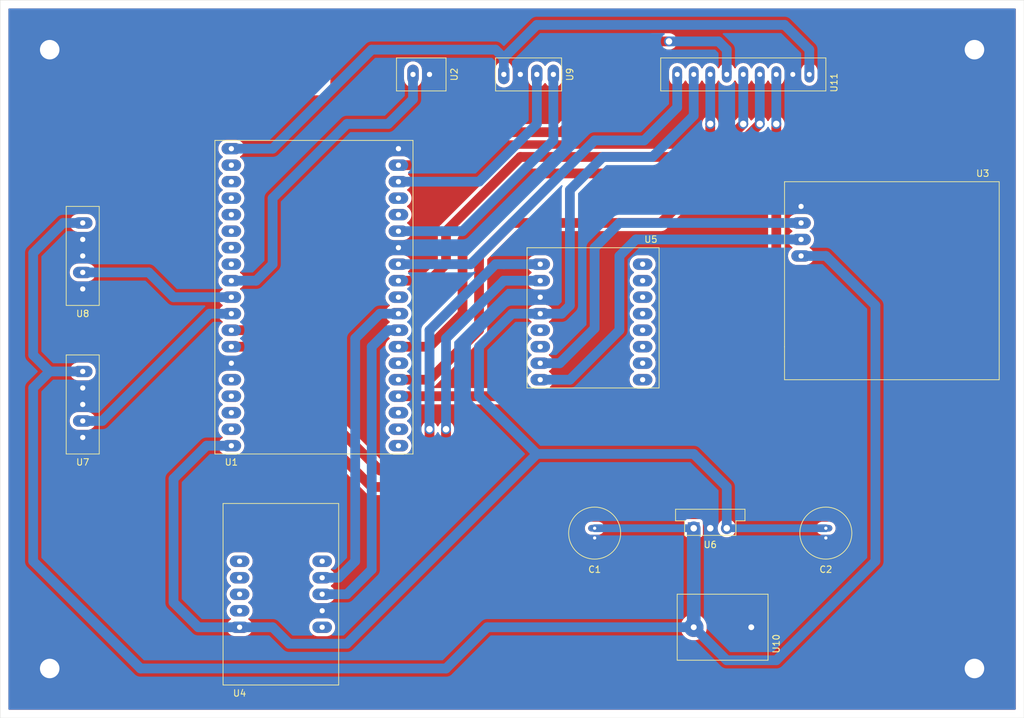
<source format=kicad_pcb>
(kicad_pcb (version 20171130) (host pcbnew "(5.1.6)-1")

  (general
    (thickness 1.6)
    (drawings 7)
    (tracks 168)
    (zones 0)
    (modules 13)
    (nets 56)
  )

  (page A4)
  (layers
    (0 F.Cu signal)
    (31 B.Cu signal)
    (32 B.Adhes user hide)
    (33 F.Adhes user hide)
    (34 B.Paste user hide)
    (35 F.Paste user hide)
    (36 B.SilkS user hide)
    (37 F.SilkS user)
    (38 B.Mask user hide)
    (39 F.Mask user hide)
    (40 Dwgs.User user hide)
    (41 Cmts.User user hide)
    (42 Eco1.User user hide)
    (43 Eco2.User user hide)
    (44 Edge.Cuts user)
    (45 Margin user hide)
    (46 B.CrtYd user hide)
    (47 F.CrtYd user hide)
    (48 B.Fab user hide)
    (49 F.Fab user)
  )

  (setup
    (last_trace_width 1.5)
    (user_trace_width 1.2)
    (user_trace_width 1.5)
    (user_trace_width 2.1)
    (trace_clearance 0.2)
    (zone_clearance 0.508)
    (zone_45_only no)
    (trace_min 0.2)
    (via_size 0.8)
    (via_drill 0.4)
    (via_min_size 0.4)
    (via_min_drill 0.3)
    (uvia_size 0.3)
    (uvia_drill 0.1)
    (uvias_allowed no)
    (uvia_min_size 0.2)
    (uvia_min_drill 0.1)
    (edge_width 0.05)
    (segment_width 0.2)
    (pcb_text_width 0.3)
    (pcb_text_size 1.5 1.5)
    (mod_edge_width 0.12)
    (mod_text_size 1 1)
    (mod_text_width 0.15)
    (pad_size 2.5 1.5)
    (pad_drill 0.762)
    (pad_to_mask_clearance 0.05)
    (aux_axis_origin 0 0)
    (visible_elements 7FFFFFFF)
    (pcbplotparams
      (layerselection 0x21020_ffffffff)
      (usegerberextensions false)
      (usegerberattributes true)
      (usegerberadvancedattributes true)
      (creategerberjobfile true)
      (excludeedgelayer true)
      (linewidth 0.100000)
      (plotframeref false)
      (viasonmask false)
      (mode 1)
      (useauxorigin false)
      (hpglpennumber 1)
      (hpglpenspeed 20)
      (hpglpendiameter 15.000000)
      (psnegative false)
      (psa4output false)
      (plotreference true)
      (plotvalue true)
      (plotinvisibletext false)
      (padsonsilk false)
      (subtractmaskfromsilk false)
      (outputformat 1)
      (mirror false)
      (drillshape 0)
      (scaleselection 1)
      (outputdirectory "./"))
  )

  (net 0 "")
  (net 1 VCC_3V)
  (net 2 "Net-(U1-Pad2)")
  (net 3 "Net-(U1-Pad3)")
  (net 4 "Net-(U1-Pad4)")
  (net 5 "Net-(U1-Pad5)")
  (net 6 "Net-(U1-Pad6)")
  (net 7 "Net-(U1-Pad7)")
  (net 8 "Net-(U1-Pad8)")
  (net 9 LASER)
  (net 10 NO)
  (net 11 SI)
  (net 12 GND)
  (net 13 "Net-(U1-Pad15)")
  (net 14 "Net-(U1-Pad16)")
  (net 15 "Net-(U1-Pad17)")
  (net 16 "Net-(U1-Pad18)")
  (net 17 VCC_5V)
  (net 18 "Net-(U1-Pad20)")
  (net 19 "Net-(U1-Pad21)")
  (net 20 "Net-(U1-Pad22)")
  (net 21 "Net-(U1-Pad25)")
  (net 22 RX_TX_BAR)
  (net 23 TX_RX_BAR)
  (net 24 "Net-(U1-Pad29)")
  (net 25 RX_TX_AUDIO)
  (net 26 TX_RX_AUDIO)
  (net 27 SDA)
  (net 28 "Net-(U1-Pad34)")
  (net 29 "Net-(U1-Pad35)")
  (net 30 SCL)
  (net 31 VCC_12V)
  (net 32 AUDIO+)
  (net 33 AUDIO-)
  (net 34 "Net-(U4-Pad1)")
  (net 35 "Net-(U4-Pad2)")
  (net 36 "Net-(U4-Pad3)")
  (net 37 "Net-(U4-Pad4)")
  (net 38 "Net-(U4-Pad6)")
  (net 39 "Net-(U4-Pad10)")
  (net 40 "Net-(U5-Pad1)")
  (net 41 "Net-(U5-Pad2)")
  (net 42 "Net-(U5-Pad3)")
  (net 43 "Net-(U5-Pad4)")
  (net 44 "Net-(U5-Pad5)")
  (net 45 "Net-(U5-Pad7)")
  (net 46 "Net-(U5-Pad8)")
  (net 47 "Net-(U5-Pad13)")
  (net 48 "Net-(U5-Pad14)")
  (net 49 "Net-(U5-Pad6)")
  (net 50 SCK)
  (net 51 MISO)
  (net 52 MOSI)
  (net 53 CS)
  (net 54 RESET)
  (net 55 DC)

  (net_class Default "This is the default net class."
    (clearance 0.2)
    (trace_width 0.25)
    (via_dia 0.8)
    (via_drill 0.4)
    (uvia_dia 0.3)
    (uvia_drill 0.1)
    (add_net AUDIO+)
    (add_net AUDIO-)
    (add_net CS)
    (add_net DC)
    (add_net GND)
    (add_net LASER)
    (add_net MISO)
    (add_net MOSI)
    (add_net NO)
    (add_net "Net-(U1-Pad15)")
    (add_net "Net-(U1-Pad16)")
    (add_net "Net-(U1-Pad17)")
    (add_net "Net-(U1-Pad18)")
    (add_net "Net-(U1-Pad2)")
    (add_net "Net-(U1-Pad20)")
    (add_net "Net-(U1-Pad21)")
    (add_net "Net-(U1-Pad22)")
    (add_net "Net-(U1-Pad25)")
    (add_net "Net-(U1-Pad29)")
    (add_net "Net-(U1-Pad3)")
    (add_net "Net-(U1-Pad34)")
    (add_net "Net-(U1-Pad35)")
    (add_net "Net-(U1-Pad4)")
    (add_net "Net-(U1-Pad5)")
    (add_net "Net-(U1-Pad6)")
    (add_net "Net-(U1-Pad7)")
    (add_net "Net-(U1-Pad8)")
    (add_net "Net-(U4-Pad1)")
    (add_net "Net-(U4-Pad10)")
    (add_net "Net-(U4-Pad2)")
    (add_net "Net-(U4-Pad3)")
    (add_net "Net-(U4-Pad4)")
    (add_net "Net-(U4-Pad6)")
    (add_net "Net-(U5-Pad1)")
    (add_net "Net-(U5-Pad13)")
    (add_net "Net-(U5-Pad14)")
    (add_net "Net-(U5-Pad2)")
    (add_net "Net-(U5-Pad3)")
    (add_net "Net-(U5-Pad4)")
    (add_net "Net-(U5-Pad5)")
    (add_net "Net-(U5-Pad6)")
    (add_net "Net-(U5-Pad7)")
    (add_net "Net-(U5-Pad8)")
    (add_net RESET)
    (add_net RX_TX_AUDIO)
    (add_net RX_TX_BAR)
    (add_net SCK)
    (add_net SCL)
    (add_net SDA)
    (add_net SI)
    (add_net TX_RX_AUDIO)
    (add_net TX_RX_BAR)
    (add_net VCC_12V)
    (add_net VCC_3V)
    (add_net VCC_5V)
  )

  (module Covid:AMPLIFICADOR (layer F.Cu) (tedit 5EF767C9) (tstamp 5EF7C7ED)
    (at 151.13 73.66 180)
    (path /5EF8DDB4)
    (fp_text reference U3 (at -27.94 12.7) (layer F.SilkS)
      (effects (font (size 1 1) (thickness 0.15)))
    )
    (fp_text value AMPLIFICADOR (at -25.4 -20.32) (layer F.Fab)
      (effects (font (size 1 1) (thickness 0.15)))
    )
    (fp_line (start -30.48 11.43) (end 2.54 11.43) (layer F.SilkS) (width 0.12))
    (fp_line (start -30.48 -19.05) (end -30.48 11.43) (layer F.SilkS) (width 0.12))
    (fp_line (start 2.54 -19.05) (end -30.48 -19.05) (layer F.SilkS) (width 0.12))
    (fp_line (start 2.54 -13.97) (end 2.54 -19.05) (layer F.SilkS) (width 0.12))
    (fp_line (start 2.54 11.43) (end 2.54 -13.97) (layer F.SilkS) (width 0.12))
    (pad 4 thru_hole oval (at 0 7.62 180) (size 3 1.75) (drill 0.8) (layers *.Cu *.Mask)
      (net 12 GND) (zone_connect 2))
    (pad 3 thru_hole oval (at 0 5.08 180) (size 3 1.75) (drill 0.8) (layers *.Cu *.Mask)
      (net 33 AUDIO-))
    (pad 2 thru_hole oval (at 0 2.54 180) (size 3 1.75) (drill 0.8) (layers *.Cu *.Mask)
      (net 32 AUDIO+))
    (pad 1 thru_hole oval (at 0 0 180) (size 3 1.75) (drill 0.8) (layers *.Cu *.Mask)
      (net 31 VCC_12V))
  )

  (module Covid:ESP32 (layer F.Cu) (tedit 5EF7639B) (tstamp 5EF7C7D5)
    (at 63.5 57.15)
    (path /5EF74396)
    (fp_text reference U1 (at 0 48.26) (layer F.SilkS)
      (effects (font (size 1 1) (thickness 0.15)))
    )
    (fp_text value ESP32 (at 0 -2.54) (layer F.Fab)
      (effects (font (size 1 1) (thickness 0.15)))
    )
    (fp_line (start -2.54 46.99) (end -2.54 -1.27) (layer F.SilkS) (width 0.12))
    (fp_line (start 27.94 46.99) (end -2.54 46.99) (layer F.SilkS) (width 0.12))
    (fp_line (start 27.94 -1.27) (end 27.94 46.99) (layer F.SilkS) (width 0.12))
    (fp_line (start -2.54 -1.27) (end 27.94 -1.27) (layer F.SilkS) (width 0.12))
    (pad 1 thru_hole oval (at 0 0) (size 3 1.75) (drill 0.8) (layers *.Cu *.Mask)
      (net 1 VCC_3V))
    (pad 2 thru_hole oval (at 0 2.54) (size 3 1.75) (drill 0.8) (layers *.Cu *.Mask)
      (net 2 "Net-(U1-Pad2)"))
    (pad 3 thru_hole oval (at 0 5.08) (size 3 1.75) (drill 0.8) (layers *.Cu *.Mask)
      (net 3 "Net-(U1-Pad3)"))
    (pad 4 thru_hole oval (at 0 7.62) (size 3 1.75) (drill 0.8) (layers *.Cu *.Mask)
      (net 4 "Net-(U1-Pad4)"))
    (pad 5 thru_hole oval (at 0 10.16) (size 3 1.75) (drill 0.8) (layers *.Cu *.Mask)
      (net 5 "Net-(U1-Pad5)"))
    (pad 6 thru_hole oval (at 0 12.7) (size 3 1.75) (drill 0.8) (layers *.Cu *.Mask)
      (net 6 "Net-(U1-Pad6)"))
    (pad 7 thru_hole oval (at 0 15.24) (size 3 1.75) (drill 0.8) (layers *.Cu *.Mask)
      (net 7 "Net-(U1-Pad7)"))
    (pad 8 thru_hole oval (at 0 17.78) (size 3 1.75) (drill 0.8) (layers *.Cu *.Mask)
      (net 8 "Net-(U1-Pad8)"))
    (pad 9 thru_hole oval (at 0 20.32) (size 3 1.75) (drill 0.8) (layers *.Cu *.Mask)
      (net 9 LASER))
    (pad 10 thru_hole oval (at 0 22.86) (size 3 1.75) (drill 0.8) (layers *.Cu *.Mask)
      (net 10 NO))
    (pad 11 thru_hole oval (at 0 25.4) (size 3 1.75) (drill 0.8) (layers *.Cu *.Mask)
      (net 11 SI))
    (pad 12 thru_hole oval (at 0 27.94) (size 3 1.75) (drill 0.8) (layers *.Cu *.Mask)
      (net 26 TX_RX_AUDIO))
    (pad 13 thru_hole oval (at 0 30.48) (size 3 1.75) (drill 0.8) (layers *.Cu *.Mask)
      (net 25 RX_TX_AUDIO))
    (pad 14 thru_hole oval (at 0 33.02) (size 3 1.75) (drill 0.8) (layers *.Cu *.Mask)
      (net 12 GND) (zone_connect 2))
    (pad 15 thru_hole oval (at 0 35.56) (size 3 1.75) (drill 0.8) (layers *.Cu *.Mask)
      (net 13 "Net-(U1-Pad15)"))
    (pad 16 thru_hole oval (at 0 38.1) (size 3 1.75) (drill 0.8) (layers *.Cu *.Mask)
      (net 14 "Net-(U1-Pad16)"))
    (pad 17 thru_hole oval (at 0 40.64) (size 3 1.75) (drill 0.8) (layers *.Cu *.Mask)
      (net 15 "Net-(U1-Pad17)"))
    (pad 18 thru_hole oval (at 0 43.18) (size 3 1.75) (drill 0.8) (layers *.Cu *.Mask)
      (net 16 "Net-(U1-Pad18)"))
    (pad 19 thru_hole oval (at 0 45.72) (size 3 1.75) (drill 0.8) (layers *.Cu *.Mask)
      (net 17 VCC_5V))
    (pad 20 thru_hole oval (at 25.7 45.72) (size 3 1.75) (drill 0.8) (layers *.Cu *.Mask)
      (net 18 "Net-(U1-Pad20)"))
    (pad 21 thru_hole oval (at 25.7 43.18) (size 3 1.75) (drill 0.8) (layers *.Cu *.Mask)
      (net 19 "Net-(U1-Pad21)"))
    (pad 22 thru_hole oval (at 25.7 40.64) (size 3 1.75) (drill 0.8) (layers *.Cu *.Mask)
      (net 20 "Net-(U1-Pad22)"))
    (pad 23 thru_hole oval (at 25.7 38.1) (size 3 1.75) (drill 0.8) (layers *.Cu *.Mask)
      (net 53 CS))
    (pad 24 thru_hole oval (at 25.7 35.56) (size 3 1.75) (drill 0.8) (layers *.Cu *.Mask)
      (net 54 RESET))
    (pad 25 thru_hole oval (at 25.7 33.02) (size 3 1.75) (drill 0.8) (layers *.Cu *.Mask)
      (net 21 "Net-(U1-Pad25)"))
    (pad 26 thru_hole oval (at 25.7 30.48) (size 3 1.75) (drill 0.8) (layers *.Cu *.Mask)
      (net 55 DC))
    (pad 27 thru_hole oval (at 25.7 27.94) (size 3 1.75) (drill 0.8) (layers *.Cu *.Mask)
      (net 22 RX_TX_BAR))
    (pad 28 thru_hole oval (at 25.7 25.4) (size 3 1.75) (drill 0.8) (layers *.Cu *.Mask)
      (net 23 TX_RX_BAR))
    (pad 29 thru_hole oval (at 25.7 22.86) (size 3 1.75) (drill 0.8) (layers *.Cu *.Mask)
      (net 24 "Net-(U1-Pad29)"))
    (pad 30 thru_hole oval (at 25.7 20.32) (size 3 1.75) (drill 0.8) (layers *.Cu *.Mask)
      (net 50 SCK))
    (pad 31 thru_hole oval (at 25.7 17.78) (size 3 1.75) (drill 0.8) (layers *.Cu *.Mask)
      (net 51 MISO))
    (pad 32 thru_hole oval (at 25.7 15.24) (size 3 1.75) (drill 0.8) (layers *.Cu *.Mask)
      (net 12 GND) (zone_connect 2))
    (pad 33 thru_hole oval (at 25.7 12.7) (size 3 1.75) (drill 0.8) (layers *.Cu *.Mask)
      (net 27 SDA))
    (pad 34 thru_hole oval (at 25.7 10.16) (size 3 1.75) (drill 0.8) (layers *.Cu *.Mask)
      (net 28 "Net-(U1-Pad34)"))
    (pad 35 thru_hole oval (at 25.7 7.62) (size 3 1.75) (drill 0.8) (layers *.Cu *.Mask)
      (net 29 "Net-(U1-Pad35)"))
    (pad 36 thru_hole oval (at 25.7 5.08) (size 3 1.75) (drill 0.8) (layers *.Cu *.Mask)
      (net 30 SCL))
    (pad 37 thru_hole oval (at 25.7 2.54) (size 3 1.75) (drill 0.8) (layers *.Cu *.Mask)
      (net 52 MOSI))
    (pad 38 thru_hole oval (at 25.7 0) (size 3 1.75) (drill 0.8) (layers *.Cu *.Mask)
      (net 12 GND) (zone_connect 2))
  )

  (module Covid:LASER (layer F.Cu) (tedit 5EF763A1) (tstamp 5EF7C7E0)
    (at 91.44 45.72 90)
    (path /5EF94F73)
    (fp_text reference U2 (at 0 6.35 90) (layer F.SilkS)
      (effects (font (size 1 1) (thickness 0.15)))
    )
    (fp_text value LASER (at 0 -3.81 90) (layer F.Fab)
      (effects (font (size 1 1) (thickness 0.15)))
    )
    (fp_line (start -2.54 -2.54) (end -2.54 -1.27) (layer F.SilkS) (width 0.12))
    (fp_line (start 2.54 -2.54) (end -2.54 -2.54) (layer F.SilkS) (width 0.12))
    (fp_line (start 2.54 5.08) (end 2.54 -2.54) (layer F.SilkS) (width 0.12))
    (fp_line (start -2.54 5.08) (end 2.54 5.08) (layer F.SilkS) (width 0.12))
    (fp_line (start -2.54 -1.27) (end -2.54 5.08) (layer F.SilkS) (width 0.12))
    (pad 1 thru_hole oval (at 0 0 90) (size 3 1.75) (drill 0.8) (layers *.Cu *.Mask)
      (net 9 LASER))
    (pad 2 thru_hole oval (at 0 2.54 90) (size 3 1.75) (drill 0.8) (layers *.Cu *.Mask)
      (net 12 GND) (zone_connect 2))
  )

  (module Covid:TRINKET_M0 (layer F.Cu) (tedit 5EF76441) (tstamp 5EF7C7FF)
    (at 64.77 125.73)
    (path /5EF75D2C)
    (fp_text reference U4 (at 0 15.24) (layer F.SilkS)
      (effects (font (size 1 1) (thickness 0.15)))
    )
    (fp_text value Trinket_M0 (at 1.27 -15.24) (layer F.Fab)
      (effects (font (size 1 1) (thickness 0.15)))
    )
    (fp_line (start -2.54 13.97) (end -2.54 -13.97) (layer F.SilkS) (width 0.12))
    (fp_line (start 15.24 13.97) (end -2.54 13.97) (layer F.SilkS) (width 0.12))
    (fp_line (start 15.24 -13.97) (end 15.24 13.97) (layer F.SilkS) (width 0.12))
    (fp_line (start -2.54 -13.97) (end 15.24 -13.97) (layer F.SilkS) (width 0.12))
    (pad 1 thru_hole oval (at 0 -5.08) (size 3 1.75) (drill 0.8) (layers *.Cu *.Mask)
      (net 34 "Net-(U4-Pad1)"))
    (pad 2 thru_hole oval (at 0 -2.54) (size 3 1.75) (drill 0.8) (layers *.Cu *.Mask)
      (net 35 "Net-(U4-Pad2)"))
    (pad 3 thru_hole oval (at 0 0) (size 3 1.75) (drill 0.8) (layers *.Cu *.Mask)
      (net 36 "Net-(U4-Pad3)"))
    (pad 4 thru_hole oval (at 0 2.54) (size 3 1.75) (drill 0.8) (layers *.Cu *.Mask)
      (net 37 "Net-(U4-Pad4)"))
    (pad 5 thru_hole oval (at 0 5.08) (size 3 1.75) (drill 0.8) (layers *.Cu *.Mask)
      (net 17 VCC_5V))
    (pad 6 thru_hole oval (at 12.7 5.08) (size 3 1.75) (drill 0.8) (layers *.Cu *.Mask)
      (net 38 "Net-(U4-Pad6)"))
    (pad 7 thru_hole oval (at 12.7 2.54) (size 3 1.75) (drill 0.8) (layers *.Cu *.Mask)
      (net 12 GND) (zone_connect 2))
    (pad 8 thru_hole oval (at 12.7 0) (size 3 1.75) (drill 0.8) (layers *.Cu *.Mask)
      (net 22 RX_TX_BAR))
    (pad 9 thru_hole oval (at 12.7 -2.54) (size 3 1.75) (drill 0.8) (layers *.Cu *.Mask)
      (net 23 TX_RX_BAR))
    (pad 10 thru_hole oval (at 12.7 -5.08) (size 3 1.75) (drill 0.8) (layers *.Cu *.Mask)
      (net 39 "Net-(U4-Pad10)"))
  )

  (module Covid:JQ6500-16p (layer F.Cu) (tedit 5EF763BA) (tstamp 5EF7C817)
    (at 126.760001 92.71 180)
    (path /5EF754ED)
    (fp_text reference U5 (at -1.27 21.59) (layer F.SilkS)
      (effects (font (size 1 1) (thickness 0.15)))
    )
    (fp_text value JQ6500-16P (at 1.27 -2.54) (layer F.Fab)
      (effects (font (size 1 1) (thickness 0.15)))
    )
    (fp_line (start 17.78 -1.27) (end -2.54 -1.27) (layer F.SilkS) (width 0.12))
    (fp_line (start 17.78 20.32) (end 17.78 -1.27) (layer F.SilkS) (width 0.12))
    (fp_line (start -2.54 20.32) (end 17.78 20.32) (layer F.SilkS) (width 0.12))
    (fp_line (start -2.54 -1.27) (end -2.54 20.32) (layer F.SilkS) (width 0.12))
    (pad 1 thru_hole oval (at 0 0 180) (size 3 1.75) (drill 0.8) (layers *.Cu *.Mask)
      (net 40 "Net-(U5-Pad1)"))
    (pad 2 thru_hole oval (at 0 2.54 180) (size 3 1.75) (drill 0.8) (layers *.Cu *.Mask)
      (net 41 "Net-(U5-Pad2)"))
    (pad 3 thru_hole oval (at 0 5.08 180) (size 3 1.75) (drill 0.8) (layers *.Cu *.Mask)
      (net 42 "Net-(U5-Pad3)"))
    (pad 4 thru_hole oval (at 0 7.62 180) (size 3 1.75) (drill 0.8) (layers *.Cu *.Mask)
      (net 43 "Net-(U5-Pad4)"))
    (pad 5 thru_hole oval (at 0 10.16 180) (size 3 1.75) (drill 0.8) (layers *.Cu *.Mask)
      (net 44 "Net-(U5-Pad5)"))
    (pad 6 thru_hole oval (at 0 12.7 180) (size 3 1.75) (drill 0.8) (layers *.Cu *.Mask)
      (net 49 "Net-(U5-Pad6)") (zone_connect 2))
    (pad 7 thru_hole oval (at 0 15.24 180) (size 3 1.75) (drill 0.8) (layers *.Cu *.Mask)
      (net 45 "Net-(U5-Pad7)"))
    (pad 8 thru_hole oval (at 0 17.78 180) (size 3 1.75) (drill 0.8) (layers *.Cu *.Mask)
      (net 46 "Net-(U5-Pad8)"))
    (pad 9 thru_hole oval (at 15.75 17.78 180) (size 3 1.75) (drill 0.8) (layers *.Cu *.Mask)
      (net 26 TX_RX_AUDIO))
    (pad 10 thru_hole oval (at 15.75 15.24 180) (size 3 1.75) (drill 0.8) (layers *.Cu *.Mask)
      (net 25 RX_TX_AUDIO))
    (pad 11 thru_hole oval (at 15.75 12.7 180) (size 3 1.75) (drill 0.8) (layers *.Cu *.Mask)
      (net 12 GND) (zone_connect 2))
    (pad 12 thru_hole oval (at 15.75 10.16 180) (size 3 1.75) (drill 0.8) (layers *.Cu *.Mask)
      (net 17 VCC_5V))
    (pad 13 thru_hole oval (at 15.75 7.62 180) (size 3 1.75) (drill 0.8) (layers *.Cu *.Mask)
      (net 47 "Net-(U5-Pad13)"))
    (pad 14 thru_hole oval (at 15.75 5.08 180) (size 3 1.75) (drill 0.8) (layers *.Cu *.Mask)
      (net 48 "Net-(U5-Pad14)"))
    (pad 15 thru_hole oval (at 15.75 2.54 180) (size 3 1.75) (drill 0.8) (layers *.Cu *.Mask)
      (net 33 AUDIO-))
    (pad 16 thru_hole oval (at 15.75 0 180) (size 3 1.75) (drill 0.8) (layers *.Cu *.Mask)
      (net 32 AUDIO+))
  )

  (module Converter_DCDC:Converter_DCDC_muRata_OKI-78SR_Vertical (layer F.Cu) (tedit 5EF7643A) (tstamp 5EF7C83E)
    (at 134.62 115.57)
    (descr https://power.murata.com/data/power/oki-78sr.pdf)
    (tags "78sr3.3 78sr5 78sr9 78sr12 78srXX")
    (path /5EF9981F)
    (fp_text reference U6 (at 2.54 2.54 180) (layer F.SilkS)
      (effects (font (size 1 1) (thickness 0.15)))
    )
    (fp_text value L7805 (at 2.54 4.445 180) (layer F.Fab)
      (effects (font (size 1 1) (thickness 0.15)))
    )
    (fp_line (start -2.91 -5.44) (end -2.91 3.41) (layer F.CrtYd) (width 0.05))
    (fp_line (start 8 -5.44) (end -2.91 -5.44) (layer F.CrtYd) (width 0.05))
    (fp_line (start 8 3.41) (end 8 -5.44) (layer F.CrtYd) (width 0.05))
    (fp_line (start -2.91 3.41) (end 8 3.41) (layer F.CrtYd) (width 0.05))
    (fp_line (start -1.4 -1.14) (end -2.79 -1.14) (layer F.SilkS) (width 0.12))
    (fp_line (start -1.4 1.1) (end -1.4 -1.14) (layer F.SilkS) (width 0.12))
    (fp_line (start 6.48 1.1) (end -1.4 1.1) (layer F.SilkS) (width 0.12))
    (fp_line (start 6.48 -1.14) (end 6.48 1.1) (layer F.SilkS) (width 0.12))
    (fp_line (start 7.88 -1.14) (end 6.48 -1.14) (layer F.SilkS) (width 0.12))
    (fp_line (start 7.747 3.302) (end -2.667 3.302) (layer F.Fab) (width 0.1))
    (fp_line (start 7.747 -1.27) (end 7.747 3.302) (layer F.Fab) (width 0.1))
    (fp_line (start 7.747 -2.794) (end 7.747 -1.27) (layer F.Fab) (width 0.1))
    (fp_line (start -1.27 0.762) (end -1.27 -1.27) (layer F.Fab) (width 0.1))
    (fp_line (start 6.35 -1.27) (end 6.35 0.762) (layer F.Fab) (width 0.1))
    (fp_line (start 5.4864 0.762) (end 6.35 0.762) (layer F.Fab) (width 0.1))
    (fp_line (start 2.9464 0.762) (end 4.6736 0.762) (layer F.Fab) (width 0.1))
    (fp_line (start 0.4064 0.762) (end 2.1336 0.762) (layer F.Fab) (width 0.1))
    (fp_line (start -1.27 0.762) (end -0.4064 0.762) (layer F.Fab) (width 0.1))
    (fp_line (start 0.4064 0.762) (end -0.4064 0.762) (layer F.Fab) (width 0.1))
    (fp_line (start 2.9464 0.762) (end 2.1336 0.762) (layer F.Fab) (width 0.1))
    (fp_line (start 5.4864 0.762) (end 4.6736 0.762) (layer F.Fab) (width 0.1))
    (fp_line (start 7.366 -2.794) (end 7.366 -5.334) (layer F.Fab) (width 0.1))
    (fp_line (start 7.366 -5.334) (end -2.286 -5.334) (layer F.Fab) (width 0.1))
    (fp_line (start -2.286 -5.334) (end -2.286 -2.794) (layer F.Fab) (width 0.1))
    (fp_line (start -2.667 -2.794) (end 7.747 -2.794) (layer F.Fab) (width 0.1))
    (fp_line (start -2.667 -2.794) (end -2.667 -1.27) (layer F.Fab) (width 0.1))
    (fp_line (start -2.667 -1.27) (end 7.747 -1.27) (layer F.Fab) (width 0.1))
    (fp_line (start -2.667 -1.27) (end -2.667 3.302) (layer F.Fab) (width 0.1))
    (fp_line (start 7.88 -1.15) (end 7.88 -2.92) (layer F.SilkS) (width 0.12))
    (fp_line (start 7.88 -2.92) (end -2.79 -2.92) (layer F.SilkS) (width 0.12))
    (fp_line (start -2.79 -2.92) (end -2.79 -1.14) (layer F.SilkS) (width 0.12))
    (fp_text user %R (at 2.54 -1.9558 180) (layer F.Fab)
      (effects (font (size 1 1) (thickness 0.15)))
    )
    (pad 3 thru_hole circle (at 5.08 0) (size 1.8 1.8) (drill 1) (layers *.Cu *.Mask)
      (net 17 VCC_5V))
    (pad 2 thru_hole circle (at 2.54 0) (size 1.8 1.8) (drill 1) (layers *.Cu *.Mask)
      (net 12 GND) (zone_connect 2))
    (pad 1 thru_hole rect (at 0 0) (size 1.8 1.8) (drill 1) (layers *.Cu *.Mask)
      (net 31 VCC_12V))
    (model ${KISYS3DMOD}/Converter_DCDC.3dshapes/Converter_DCDC_muRata_OKI-78sr_vertical.wrl
      (at (xyz 0 0 0))
      (scale (xyz 1 1 1))
      (rotate (xyz 0 0 0))
    )
  )

  (module Covid:BOTON_IR (layer F.Cu) (tedit 5EF76384) (tstamp 5EF7C84C)
    (at 40.64 91.44)
    (path /5EF7BAF1)
    (fp_text reference U7 (at 0 13.97) (layer F.SilkS)
      (effects (font (size 1 1) (thickness 0.15)))
    )
    (fp_text value Boton_IR (at 1.27 -3.81) (layer F.Fab)
      (effects (font (size 1 1) (thickness 0.15)))
    )
    (fp_line (start -2.54 -2.54) (end -2.54 -1.27) (layer F.SilkS) (width 0.12))
    (fp_line (start 2.54 -2.54) (end -2.54 -2.54) (layer F.SilkS) (width 0.12))
    (fp_line (start 2.54 12.7) (end 2.54 -2.54) (layer F.SilkS) (width 0.12))
    (fp_line (start -2.54 12.7) (end 2.54 12.7) (layer F.SilkS) (width 0.12))
    (fp_line (start -2.54 -1.27) (end -2.54 12.7) (layer F.SilkS) (width 0.12))
    (pad 1 thru_hole oval (at 0 0) (size 3 1.75) (drill 0.8) (layers *.Cu *.Mask)
      (net 31 VCC_12V))
    (pad 2 thru_hole oval (at 0 2.54) (size 3 1.75) (drill 0.8) (layers *.Cu *.Mask)
      (net 12 GND) (zone_connect 2))
    (pad 3 thru_hole oval (at 0 5.08) (size 3 1.75) (drill 0.8) (layers *.Cu *.Mask)
      (net 12 GND) (zone_connect 2))
    (pad 4 thru_hole oval (at 0 7.62) (size 3 1.75) (drill 0.8) (layers *.Cu *.Mask)
      (net 11 SI))
    (pad 5 thru_hole oval (at 0 10.16) (size 3 1.75) (drill 0.8) (layers *.Cu *.Mask)
      (net 12 GND) (zone_connect 2))
  )

  (module Covid:BOTON_IR (layer F.Cu) (tedit 5EF7636E) (tstamp 5EF7C85A)
    (at 40.64 68.58)
    (path /5EF7BFC5)
    (fp_text reference U8 (at 0 13.97) (layer F.SilkS)
      (effects (font (size 1 1) (thickness 0.15)))
    )
    (fp_text value Boton_IR (at 1.27 -3.81) (layer F.Fab)
      (effects (font (size 1 1) (thickness 0.15)))
    )
    (fp_line (start -2.54 -1.27) (end -2.54 12.7) (layer F.SilkS) (width 0.12))
    (fp_line (start -2.54 12.7) (end 2.54 12.7) (layer F.SilkS) (width 0.12))
    (fp_line (start 2.54 12.7) (end 2.54 -2.54) (layer F.SilkS) (width 0.12))
    (fp_line (start 2.54 -2.54) (end -2.54 -2.54) (layer F.SilkS) (width 0.12))
    (fp_line (start -2.54 -2.54) (end -2.54 -1.27) (layer F.SilkS) (width 0.12))
    (pad 5 thru_hole oval (at 0 10.16) (size 3 1.75) (drill 0.8) (layers *.Cu *.Mask)
      (net 12 GND) (zone_connect 2))
    (pad 4 thru_hole oval (at 0 7.62) (size 3 1.75) (drill 0.8) (layers *.Cu *.Mask)
      (net 10 NO))
    (pad 3 thru_hole oval (at 0 5.08) (size 3 1.75) (drill 0.8) (layers *.Cu *.Mask)
      (net 12 GND) (zone_connect 2))
    (pad 2 thru_hole oval (at 0 2.54) (size 3 1.75) (drill 0.8) (layers *.Cu *.Mask)
      (net 12 GND) (zone_connect 2))
    (pad 1 thru_hole oval (at 0 0) (size 3 1.75) (drill 0.8) (layers *.Cu *.Mask)
      (net 31 VCC_12V))
  )

  (module Covid:MXL90614 (layer F.Cu) (tedit 5EF763AE) (tstamp 5EF7C866)
    (at 105.41 45.72 90)
    (path /5EF7C6F5)
    (fp_text reference U9 (at 0 10.16 90) (layer F.SilkS)
      (effects (font (size 1 1) (thickness 0.15)))
    )
    (fp_text value MLX90614 (at 1.27 -2.54 90) (layer F.Fab)
      (effects (font (size 1 1) (thickness 0.15)))
    )
    (fp_line (start -2.54 8.89) (end -2.54 -1.27) (layer F.SilkS) (width 0.12))
    (fp_line (start 2.54 8.89) (end -2.54 8.89) (layer F.SilkS) (width 0.12))
    (fp_line (start 2.54 -1.27) (end 2.54 8.89) (layer F.SilkS) (width 0.12))
    (fp_line (start -2.54 -1.27) (end 2.54 -1.27) (layer F.SilkS) (width 0.12))
    (pad 1 thru_hole oval (at 0 0 90) (size 3 1.75) (drill 0.8) (layers *.Cu *.Mask)
      (net 1 VCC_3V))
    (pad 2 thru_hole oval (at 0 2.54 90) (size 3 1.75) (drill 0.8) (layers *.Cu *.Mask)
      (net 12 GND) (zone_connect 2))
    (pad 3 thru_hole oval (at 0 5.08 90) (size 3 1.75) (drill 0.8) (layers *.Cu *.Mask)
      (net 30 SCL))
    (pad 4 thru_hole oval (at 0 7.62 90) (size 3 1.75) (drill 0.8) (layers *.Cu *.Mask)
      (net 27 SDA))
  )

  (module Covid:SOURCE (layer F.Cu) (tedit 5EF76434) (tstamp 5EF7C870)
    (at 134.62 130.81 90)
    (path /5EF89B24)
    (fp_text reference U10 (at -2.54 12.7 90) (layer F.SilkS)
      (effects (font (size 1 1) (thickness 0.15)))
    )
    (fp_text value SOURCE (at -2.54 -3.81 90) (layer F.Fab)
      (effects (font (size 1 1) (thickness 0.15)))
    )
    (fp_line (start -5.08 11.43) (end -5.08 -2.54) (layer F.SilkS) (width 0.12))
    (fp_line (start 5.08 11.43) (end -5.08 11.43) (layer F.SilkS) (width 0.12))
    (fp_line (start 5.08 -2.54) (end 5.08 11.43) (layer F.SilkS) (width 0.12))
    (fp_line (start -5.08 -2.54) (end 5.08 -2.54) (layer F.SilkS) (width 0.12))
    (pad 1 thru_hole circle (at 0 0 90) (size 3 3) (drill 0.9) (layers *.Cu *.Mask)
      (net 31 VCC_12V))
    (pad 2 thru_hole circle (at 0 8.85 90) (size 3 3) (drill 0.9) (layers *.Cu *.Mask)
      (net 12 GND) (zone_connect 2))
  )

  (module Covid:CAP_1uf (layer F.Cu) (tedit 5EF7642C) (tstamp 5EF7CAA4)
    (at 119.38 115.57)
    (path /5EF9B330)
    (fp_text reference C1 (at 0 6.35) (layer F.SilkS)
      (effects (font (size 1 1) (thickness 0.15)))
    )
    (fp_text value CP (at 0 -5.08) (layer F.Fab)
      (effects (font (size 1 1) (thickness 0.15)))
    )
    (fp_circle (center 0 0.75) (end 0.1 4.75) (layer F.SilkS) (width 0.12))
    (pad 1 thru_hole oval (at 0 0) (size 2 1) (drill 0.5) (layers *.Cu *.Mask)
      (net 31 VCC_12V))
    (pad 2 thru_hole oval (at 0 1.5) (size 2 1) (drill 0.5) (layers *.Cu *.Mask)
      (net 12 GND) (zone_connect 2))
  )

  (module Covid:CAP_1uf (layer F.Cu) (tedit 5EF76417) (tstamp 5EF7CAAB)
    (at 154.94 115.57)
    (path /5EF9B922)
    (fp_text reference C2 (at 0 6.35) (layer F.SilkS)
      (effects (font (size 1 1) (thickness 0.15)))
    )
    (fp_text value CP (at 0 -5.08) (layer F.Fab)
      (effects (font (size 1 1) (thickness 0.15)))
    )
    (fp_circle (center 0 0.75) (end 0.1 4.75) (layer F.SilkS) (width 0.12))
    (pad 2 thru_hole oval (at 0 1.5) (size 2 1) (drill 0.5) (layers *.Cu *.Mask)
      (net 12 GND) (zone_connect 2))
    (pad 1 thru_hole oval (at 0 0) (size 2 1) (drill 0.5) (layers *.Cu *.Mask)
      (net 17 VCC_5V))
  )

  (module Covid:Pantalla_spi (layer F.Cu) (tedit 5F0343C9) (tstamp 5F039EBE)
    (at 132.08 45.72 90)
    (path /5F03D09D)
    (fp_text reference U11 (at -1.27 24.13 90) (layer F.SilkS)
      (effects (font (size 1 1) (thickness 0.15)))
    )
    (fp_text value Pantalla_SPI (at 2.54 -3.81 90) (layer F.Fab)
      (effects (font (size 1 1) (thickness 0.15)))
    )
    (fp_line (start -2.54 22.86) (end -2.54 -2.54) (layer F.SilkS) (width 0.12))
    (fp_line (start 2.54 22.86) (end -2.54 22.86) (layer F.SilkS) (width 0.12))
    (fp_line (start 2.54 -2.54) (end 2.54 22.86) (layer F.SilkS) (width 0.12))
    (fp_line (start -2.54 -2.54) (end 2.54 -2.54) (layer F.SilkS) (width 0.12))
    (pad 1 thru_hole oval (at 0 0 90) (size 2.5 1.5) (drill 0.762) (layers *.Cu *.Mask)
      (net 51 MISO))
    (pad 2 thru_hole oval (at 0 2.54 90) (size 2.5 1.5) (drill 0.762) (layers *.Cu *.Mask)
      (net 17 VCC_5V))
    (pad 3 thru_hole oval (at 0 5.08 90) (size 2.5 1.5) (drill 0.762) (layers *.Cu *.Mask)
      (net 50 SCK))
    (pad 4 thru_hole oval (at 0 7.62 90) (size 2.5 1.5) (drill 0.762) (layers *.Cu *.Mask)
      (net 52 MOSI))
    (pad 5 thru_hole oval (at 0 10.16 90) (size 2.5 1.5) (drill 0.762) (layers *.Cu *.Mask)
      (net 55 DC))
    (pad 6 thru_hole oval (at 0 12.7 90) (size 2.5 1.5) (drill 0.762) (layers *.Cu *.Mask)
      (net 54 RESET))
    (pad 7 thru_hole oval (at 0 15.24 90) (size 2.5 1.5) (drill 0.762) (layers *.Cu *.Mask)
      (net 53 CS))
    (pad 8 thru_hole oval (at 0 17.78 90) (size 2.5 1.5) (drill 0.762) (layers *.Cu *.Mask)
      (net 12 GND) (zone_connect 2))
    (pad 9 thru_hole oval (at 0 20.32 90) (size 2.5 1.5) (drill 0.762) (layers *.Cu *.Mask)
      (net 1 VCC_3V))
  )

  (gr_text "The Elite Flower" (at 59.69 45.72) (layer F.Cu)
    (effects (font (size 3 3) (thickness 0.5)))
  )
  (dimension 157.48 (width 0.15) (layer Dwgs.User)
    (gr_text "157,480 mm" (at 106.68 22.83) (layer Dwgs.User)
      (effects (font (size 1 1) (thickness 0.15)))
    )
    (feature1 (pts (xy 185.42 29.21) (xy 185.42 23.543579)))
    (feature2 (pts (xy 27.94 29.21) (xy 27.94 23.543579)))
    (crossbar (pts (xy 27.94 24.13) (xy 185.42 24.13)))
    (arrow1a (pts (xy 185.42 24.13) (xy 184.293496 24.716421)))
    (arrow1b (pts (xy 185.42 24.13) (xy 184.293496 23.543579)))
    (arrow2a (pts (xy 27.94 24.13) (xy 29.066504 24.716421)))
    (arrow2b (pts (xy 27.94 24.13) (xy 29.066504 23.543579)))
  )
  (dimension 110.49 (width 0.15) (layer Dwgs.User)
    (gr_text "110,490 mm" (at 16.480001 89.535 270) (layer Dwgs.User)
      (effects (font (size 1 1) (thickness 0.15)))
    )
    (feature1 (pts (xy 20.32 144.78) (xy 17.19358 144.78)))
    (feature2 (pts (xy 20.32 34.29) (xy 17.19358 34.29)))
    (crossbar (pts (xy 17.780001 34.29) (xy 17.780001 144.78)))
    (arrow1a (pts (xy 17.780001 144.78) (xy 17.19358 143.653496)))
    (arrow1b (pts (xy 17.780001 144.78) (xy 18.366422 143.653496)))
    (arrow2a (pts (xy 17.780001 34.29) (xy 17.19358 35.416504)))
    (arrow2b (pts (xy 17.780001 34.29) (xy 18.366422 35.416504)))
  )
  (gr_line (start 27.94 144.78) (end 27.94 34.29) (layer Edge.Cuts) (width 0.05) (tstamp 5EF7CF6A))
  (gr_line (start 185.42 144.78) (end 27.94 144.78) (layer Edge.Cuts) (width 0.05))
  (gr_line (start 185.42 34.29) (end 185.42 144.78) (layer Edge.Cuts) (width 0.05))
  (gr_line (start 27.94 34.29) (end 185.42 34.29) (layer Edge.Cuts) (width 0.05))

  (segment (start 105.41 45.72) (end 105.41 43.18) (width 1.5) (layer B.Cu) (net 1))
  (segment (start 105.41 43.18) (end 104.14 41.91) (width 1.5) (layer B.Cu) (net 1))
  (segment (start 104.14 41.91) (end 85.09 41.91) (width 1.5) (layer B.Cu) (net 1))
  (segment (start 69.85 57.15) (end 63.5 57.15) (width 1.5) (layer B.Cu) (net 1))
  (segment (start 85.09 41.91) (end 69.85 57.15) (width 1.5) (layer B.Cu) (net 1))
  (segment (start 110.49 38.1) (end 105.41 43.18) (width 1.5) (layer B.Cu) (net 1))
  (segment (start 148.59 38.1) (end 110.49 38.1) (width 1.5) (layer B.Cu) (net 1))
  (segment (start 152.4 45.72) (end 152.4 41.91) (width 1.5) (layer B.Cu) (net 1))
  (segment (start 152.4 41.91) (end 148.59 38.1) (width 1.5) (layer B.Cu) (net 1))
  (segment (start 91.44 45.72) (end 91.44 49.53) (width 1.5) (layer B.Cu) (net 9))
  (segment (start 91.44 49.53) (end 87.63 53.34) (width 1.5) (layer B.Cu) (net 9))
  (segment (start 87.63 53.34) (end 81.28 53.34) (width 1.5) (layer B.Cu) (net 9))
  (segment (start 81.28 53.34) (end 69.85 64.77) (width 1.5) (layer B.Cu) (net 9))
  (segment (start 69.85 64.77) (end 69.85 74.93) (width 1.5) (layer B.Cu) (net 9))
  (segment (start 67.31 77.47) (end 63.5 77.47) (width 1.5) (layer B.Cu) (net 9))
  (segment (start 69.85 74.93) (end 67.31 77.47) (width 1.5) (layer B.Cu) (net 9))
  (segment (start 63.5 80.01) (end 54.61 80.01) (width 1.5) (layer B.Cu) (net 10))
  (segment (start 50.8 76.2) (end 40.64 76.2) (width 1.5) (layer B.Cu) (net 10))
  (segment (start 54.61 80.01) (end 50.8 76.2) (width 1.5) (layer B.Cu) (net 10))
  (segment (start 60.15 82.55) (end 63.5 82.55) (width 1.5) (layer B.Cu) (net 11))
  (segment (start 43.64 99.06) (end 60.15 82.55) (width 1.5) (layer B.Cu) (net 11))
  (segment (start 40.64 99.06) (end 43.64 99.06) (width 1.5) (layer B.Cu) (net 11))
  (via (at 35.56 137.16) (size 4) (drill 3) (layers F.Cu B.Cu) (net 12) (tstamp 5EF7CF76))
  (via (at 177.8 137.16) (size 4) (drill 3) (layers F.Cu B.Cu) (net 12) (tstamp 5EF7CF76))
  (via (at 177.8 41.91) (size 4) (drill 3) (layers F.Cu B.Cu) (net 12) (tstamp 5EF7CF76))
  (via (at 35.56 41.91) (size 4) (drill 3) (layers F.Cu B.Cu) (net 12))
  (segment (start 59.69 102.87) (end 63.5 102.87) (width 1.5) (layer B.Cu) (net 17))
  (segment (start 54.61 107.95) (end 59.69 102.87) (width 1.5) (layer B.Cu) (net 17))
  (segment (start 106.68 82.55) (end 111.010001 82.55) (width 1.5) (layer B.Cu) (net 17))
  (segment (start 101.6 87.63) (end 106.68 82.55) (width 1.5) (layer B.Cu) (net 17))
  (segment (start 139.7 109.22) (end 134.62 104.14) (width 1.5) (layer B.Cu) (net 17))
  (segment (start 139.7 115.57) (end 139.7 109.22) (width 1.5) (layer B.Cu) (net 17))
  (segment (start 134.62 104.14) (end 110.49 104.14) (width 1.5) (layer B.Cu) (net 17))
  (segment (start 110.49 104.14) (end 101.6 95.25) (width 1.5) (layer B.Cu) (net 17))
  (segment (start 101.6 95.25) (end 101.6 87.63) (width 1.5) (layer B.Cu) (net 17))
  (segment (start 54.61 107.95) (end 54.61 127) (width 1.5) (layer B.Cu) (net 17))
  (segment (start 58.42 130.81) (end 64.77 130.81) (width 1.5) (layer B.Cu) (net 17))
  (segment (start 54.61 127) (end 58.42 130.81) (width 1.5) (layer B.Cu) (net 17))
  (segment (start 64.77 130.81) (end 69.85 130.81) (width 1.5) (layer B.Cu) (net 17))
  (segment (start 69.85 130.81) (end 72.39 133.35) (width 1.5) (layer B.Cu) (net 17))
  (segment (start 81.28 133.35) (end 110.49 104.14) (width 1.5) (layer B.Cu) (net 17))
  (segment (start 72.39 133.35) (end 81.28 133.35) (width 1.5) (layer B.Cu) (net 17))
  (segment (start 154.94 115.57) (end 139.7 115.57) (width 1.2) (layer B.Cu) (net 17))
  (segment (start 134.62 45.72) (end 134.62 52.07) (width 1.5) (layer B.Cu) (net 17))
  (segment (start 134.62 52.07) (end 128.27 58.42) (width 1.5) (layer B.Cu) (net 17))
  (segment (start 128.27 58.42) (end 120.65 58.42) (width 1.5) (layer B.Cu) (net 17))
  (segment (start 120.65 58.42) (end 115.57 63.5) (width 1.5) (layer B.Cu) (net 17))
  (segment (start 115.57 63.5) (end 115.57 81.28) (width 1.5) (layer B.Cu) (net 17))
  (segment (start 114.3 82.55) (end 111.010001 82.55) (width 1.5) (layer B.Cu) (net 17))
  (segment (start 115.57 81.28) (end 114.3 82.55) (width 1.5) (layer B.Cu) (net 17))
  (segment (start 89.2 85.09) (end 87.63 85.09) (width 1.5) (layer B.Cu) (net 22))
  (segment (start 87.63 85.09) (end 85.09 87.63) (width 1.5) (layer B.Cu) (net 22))
  (segment (start 85.09 87.63) (end 85.09 121.92) (width 1.5) (layer B.Cu) (net 22))
  (segment (start 81.28 125.73) (end 77.47 125.73) (width 1.5) (layer B.Cu) (net 22))
  (segment (start 85.09 121.92) (end 81.28 125.73) (width 1.5) (layer B.Cu) (net 22))
  (segment (start 86.36 82.55) (end 89.2 82.55) (width 1.5) (layer B.Cu) (net 23))
  (segment (start 82.55 86.36) (end 86.36 82.55) (width 1.5) (layer B.Cu) (net 23))
  (segment (start 82.55 86.36) (end 82.55 120.65) (width 1.5) (layer B.Cu) (net 23))
  (segment (start 80.01 123.19) (end 77.47 123.19) (width 1.5) (layer B.Cu) (net 23))
  (segment (start 82.55 120.65) (end 80.01 123.19) (width 1.5) (layer B.Cu) (net 23))
  (segment (start 105.41 77.47) (end 105.41 77.47) (width 1.5) (layer B.Cu) (net 25) (tstamp 5F039F55))
  (via (at 96.52 100.33) (size 1.5) (drill 1) (layers F.Cu B.Cu) (net 25))
  (segment (start 96.52 86.36) (end 96.52 100.33) (width 1.5) (layer B.Cu) (net 25))
  (segment (start 111.010001 77.47) (end 105.41 77.47) (width 1.5) (layer B.Cu) (net 25))
  (segment (start 105.41 77.47) (end 96.52 86.36) (width 1.5) (layer B.Cu) (net 25))
  (segment (start 96.52 100.33) (end 96.52 105.41) (width 1.5) (layer F.Cu) (net 25))
  (segment (start 96.52 105.41) (end 92.71 109.22) (width 1.5) (layer F.Cu) (net 25))
  (segment (start 92.71 109.22) (end 85.09 109.22) (width 1.5) (layer F.Cu) (net 25))
  (segment (start 85.09 109.22) (end 72.39 96.52) (width 1.5) (layer F.Cu) (net 25))
  (segment (start 72.39 96.52) (end 72.39 90.17) (width 1.5) (layer F.Cu) (net 25))
  (segment (start 69.85 87.63) (end 63.5 87.63) (width 1.5) (layer F.Cu) (net 25))
  (segment (start 72.39 90.17) (end 69.85 87.63) (width 1.5) (layer F.Cu) (net 25))
  (segment (start 105.41 74.93) (end 105.41 74.93) (width 1.5) (layer B.Cu) (net 26) (tstamp 5F039F53))
  (via (at 93.98 100.33) (size 1.5) (drill 1) (layers F.Cu B.Cu) (net 26))
  (segment (start 111.010001 74.93) (end 104.14 74.93) (width 1.5) (layer B.Cu) (net 26))
  (segment (start 93.98 85.09) (end 93.98 100.33) (width 1.5) (layer B.Cu) (net 26))
  (segment (start 104.14 74.93) (end 93.98 85.09) (width 1.5) (layer B.Cu) (net 26))
  (segment (start 71.12 85.09) (end 63.5 85.09) (width 1.5) (layer F.Cu) (net 26))
  (segment (start 74.93 88.9) (end 71.12 85.09) (width 1.5) (layer F.Cu) (net 26))
  (segment (start 93.98 104.14) (end 91.44 106.68) (width 1.5) (layer F.Cu) (net 26))
  (segment (start 93.98 100.33) (end 93.98 104.14) (width 1.5) (layer F.Cu) (net 26))
  (segment (start 91.44 106.68) (end 86.36 106.68) (width 1.5) (layer F.Cu) (net 26))
  (segment (start 74.93 95.25) (end 74.93 88.9) (width 1.5) (layer F.Cu) (net 26))
  (segment (start 86.36 106.68) (end 74.93 95.25) (width 1.5) (layer F.Cu) (net 26))
  (segment (start 113.03 45.72) (end 113.03 55.88) (width 1.5) (layer B.Cu) (net 27))
  (segment (start 99.06 69.85) (end 89.2 69.85) (width 1.5) (layer B.Cu) (net 27))
  (segment (start 113.03 55.88) (end 99.06 69.85) (width 1.5) (layer B.Cu) (net 27))
  (segment (start 110.49 45.72) (end 110.49 53.34) (width 1.5) (layer B.Cu) (net 30))
  (segment (start 101.6 62.23) (end 89.2 62.23) (width 1.5) (layer B.Cu) (net 30))
  (segment (start 110.49 53.34) (end 101.6 62.23) (width 1.5) (layer B.Cu) (net 30))
  (segment (start 134.62 130.81) (end 134.62 115.57) (width 2.1) (layer B.Cu) (net 31))
  (segment (start 37.64 68.58) (end 33.02 73.2) (width 1.5) (layer B.Cu) (net 31))
  (segment (start 40.64 68.58) (end 37.64 68.58) (width 1.5) (layer B.Cu) (net 31))
  (segment (start 33.02 73.2) (end 33.02 88.9) (width 1.5) (layer B.Cu) (net 31))
  (segment (start 35.56 91.44) (end 40.64 91.44) (width 1.5) (layer B.Cu) (net 31))
  (segment (start 33.02 88.9) (end 35.56 91.44) (width 1.5) (layer B.Cu) (net 31))
  (segment (start 33.02 93.98) (end 35.56 91.44) (width 1.5) (layer B.Cu) (net 31))
  (segment (start 102.87 130.81) (end 96.52 137.16) (width 1.5) (layer B.Cu) (net 31))
  (segment (start 33.02 120.65) (end 33.02 93.98) (width 1.5) (layer B.Cu) (net 31))
  (segment (start 134.62 130.81) (end 102.87 130.81) (width 1.5) (layer B.Cu) (net 31))
  (segment (start 33.02 120.65) (end 49.53 137.16) (width 1.5) (layer B.Cu) (net 31))
  (segment (start 49.53 137.16) (end 96.52 137.16) (width 1.5) (layer B.Cu) (net 31))
  (segment (start 134.62 115.57) (end 119.38 115.57) (width 1.2) (layer B.Cu) (net 31))
  (segment (start 139.7 135.89) (end 134.62 130.81) (width 1.5) (layer B.Cu) (net 31))
  (segment (start 151.13 73.66) (end 154.94 73.66) (width 1.5) (layer B.Cu) (net 31))
  (segment (start 162.56 81.28) (end 162.56 120.65) (width 1.5) (layer B.Cu) (net 31))
  (segment (start 162.56 120.65) (end 147.32 135.89) (width 1.5) (layer B.Cu) (net 31))
  (segment (start 154.94 73.66) (end 162.56 81.28) (width 1.5) (layer B.Cu) (net 31))
  (segment (start 147.32 135.89) (end 139.7 135.89) (width 1.5) (layer B.Cu) (net 31))
  (segment (start 111.010001 92.71) (end 115.57 92.71) (width 1.5) (layer B.Cu) (net 32))
  (segment (start 115.57 92.71) (end 123.19 85.09) (width 1.5) (layer B.Cu) (net 32))
  (segment (start 123.19 85.09) (end 123.19 73.66) (width 1.5) (layer B.Cu) (net 32))
  (segment (start 125.73 71.12) (end 151.13 71.12) (width 1.5) (layer B.Cu) (net 32))
  (segment (start 123.19 73.66) (end 125.73 71.12) (width 1.5) (layer B.Cu) (net 32))
  (segment (start 114.010001 90.17) (end 119.38 84.800001) (width 1.5) (layer B.Cu) (net 33))
  (segment (start 111.010001 90.17) (end 114.010001 90.17) (width 1.5) (layer B.Cu) (net 33))
  (segment (start 119.38 84.800001) (end 119.38 72.39) (width 1.5) (layer B.Cu) (net 33))
  (segment (start 119.38 72.39) (end 123.19 68.58) (width 1.5) (layer B.Cu) (net 33))
  (segment (start 123.19 68.58) (end 151.13 68.58) (width 1.5) (layer B.Cu) (net 33))
  (segment (start 137.16 45.72) (end 137.16 53.34) (width 1.5) (layer B.Cu) (net 50))
  (segment (start 137.16 53.34) (end 137.16 53.34) (width 1.5) (layer B.Cu) (net 50) (tstamp 5F039F63))
  (via (at 137.16 53.34) (size 1.5) (drill 1) (layers F.Cu B.Cu) (net 50))
  (segment (start 137.16 53.34) (end 137.16 54.61) (width 1.5) (layer F.Cu) (net 50))
  (segment (start 137.16 54.61) (end 133.35 58.42) (width 1.5) (layer F.Cu) (net 50))
  (segment (start 133.35 58.42) (end 107.95 58.42) (width 1.5) (layer F.Cu) (net 50))
  (segment (start 107.95 58.42) (end 96.52 69.85) (width 1.5) (layer F.Cu) (net 50))
  (segment (start 96.52 69.85) (end 96.52 74.93) (width 1.5) (layer F.Cu) (net 50))
  (segment (start 93.98 77.47) (end 89.2 77.47) (width 1.5) (layer F.Cu) (net 50))
  (segment (start 96.52 74.93) (end 93.98 77.47) (width 1.5) (layer F.Cu) (net 50))
  (segment (start 132.08 45.72) (end 132.08 50.8) (width 1.5) (layer B.Cu) (net 51))
  (segment (start 132.08 50.8) (end 127 55.88) (width 1.5) (layer B.Cu) (net 51))
  (segment (start 127 55.88) (end 119.38 55.88) (width 1.5) (layer B.Cu) (net 51))
  (segment (start 100.33 74.93) (end 89.2 74.93) (width 1.5) (layer B.Cu) (net 51))
  (segment (start 119.38 55.88) (end 100.33 74.93) (width 1.5) (layer B.Cu) (net 51))
  (segment (start 139.7 45.72) (end 139.7 41.91) (width 1.5) (layer B.Cu) (net 52))
  (segment (start 139.7 41.91) (end 138.43 40.64) (width 1.5) (layer B.Cu) (net 52))
  (segment (start 138.43 40.64) (end 130.81 40.64) (width 1.5) (layer B.Cu) (net 52))
  (segment (start 130.81 40.64) (end 130.81 40.64) (width 1.5) (layer B.Cu) (net 52) (tstamp 5F039F5F))
  (via (at 130.81 40.64) (size 1.5) (drill 1) (layers F.Cu B.Cu) (net 52))
  (segment (start 130.81 40.64) (end 128.27 40.64) (width 1.5) (layer F.Cu) (net 52))
  (segment (start 128.27 40.64) (end 114.3 54.61) (width 1.5) (layer F.Cu) (net 52))
  (segment (start 114.3 54.61) (end 102.87 54.61) (width 1.5) (layer F.Cu) (net 52))
  (segment (start 97.79 59.69) (end 89.2 59.69) (width 1.5) (layer F.Cu) (net 52))
  (segment (start 102.87 54.61) (end 97.79 59.69) (width 1.5) (layer F.Cu) (net 52))
  (segment (start 147.32 45.72) (end 147.32 53.34) (width 1.5) (layer B.Cu) (net 53))
  (segment (start 147.32 53.34) (end 147.32 53.34) (width 1.5) (layer B.Cu) (net 53) (tstamp 5F039F6F))
  (via (at 147.32 53.34) (size 1.5) (drill 1) (layers F.Cu B.Cu) (net 53))
  (segment (start 147.32 82.55) (end 147.32 53.34) (width 1.5) (layer F.Cu) (net 53))
  (segment (start 89.2 95.25) (end 134.62 95.25) (width 1.5) (layer F.Cu) (net 53))
  (segment (start 134.62 95.25) (end 147.32 82.55) (width 1.5) (layer F.Cu) (net 53))
  (segment (start 144.78 45.72) (end 144.78 53.34) (width 1.5) (layer B.Cu) (net 54))
  (segment (start 144.78 53.34) (end 144.78 53.34) (width 1.5) (layer B.Cu) (net 54) (tstamp 5F039F6B))
  (via (at 144.78 53.34) (size 1.5) (drill 1) (layers F.Cu B.Cu) (net 54))
  (segment (start 93.98 92.71) (end 89.2 92.71) (width 1.5) (layer F.Cu) (net 54))
  (segment (start 129.54 68.58) (end 106.68 68.58) (width 1.5) (layer F.Cu) (net 54))
  (segment (start 101.6 73.66) (end 101.6 85.09) (width 1.5) (layer F.Cu) (net 54))
  (segment (start 144.78 53.34) (end 129.54 68.58) (width 1.5) (layer F.Cu) (net 54))
  (segment (start 106.68 68.58) (end 101.6 73.66) (width 1.5) (layer F.Cu) (net 54))
  (segment (start 101.6 85.09) (end 93.98 92.71) (width 1.5) (layer F.Cu) (net 54))
  (segment (start 142.24 45.72) (end 142.24 53.34) (width 1.5) (layer B.Cu) (net 55))
  (segment (start 142.24 53.34) (end 142.24 53.34) (width 1.5) (layer B.Cu) (net 55) (tstamp 5F039F67))
  (via (at 142.24 53.34) (size 1.5) (drill 1) (layers F.Cu B.Cu) (net 55))
  (segment (start 142.24 53.34) (end 134.62 60.96) (width 1.5) (layer F.Cu) (net 55))
  (segment (start 134.62 60.96) (end 109.22 60.96) (width 1.5) (layer F.Cu) (net 55))
  (segment (start 109.22 60.96) (end 99.06 71.12) (width 1.5) (layer F.Cu) (net 55))
  (segment (start 99.06 71.12) (end 99.06 82.55) (width 1.5) (layer F.Cu) (net 55))
  (segment (start 93.98 87.63) (end 89.2 87.63) (width 1.5) (layer F.Cu) (net 55))
  (segment (start 99.06 82.55) (end 93.98 87.63) (width 1.5) (layer F.Cu) (net 55))

  (zone (net 12) (net_name GND) (layer B.Cu) (tstamp 5F039FAA) (hatch edge 0.508)
    (connect_pads (clearance 0.508))
    (min_thickness 0.254)
    (fill yes (arc_segments 32) (thermal_gap 0.508) (thermal_bridge_width 0.508))
    (polygon
      (pts
        (xy 184.15 143.51) (xy 29.21 143.51) (xy 29.21 35.56) (xy 184.15 35.56)
      )
    )
    (filled_polygon
      (pts
        (xy 184.023 143.383) (xy 29.337 143.383) (xy 29.337 73.2) (xy 31.6283 73.2) (xy 31.635 73.268029)
        (xy 31.635001 88.831961) (xy 31.6283 88.9) (xy 31.65504 89.171507) (xy 31.734236 89.43258) (xy 31.862844 89.673188)
        (xy 31.992548 89.831233) (xy 31.992551 89.831236) (xy 32.03592 89.884081) (xy 32.088765 89.92745) (xy 33.601315 91.44)
        (xy 32.088765 92.95255) (xy 32.03592 92.995919) (xy 31.992551 93.048764) (xy 31.992548 93.048767) (xy 31.862844 93.206812)
        (xy 31.734236 93.44742) (xy 31.65504 93.708493) (xy 31.6283 93.98) (xy 31.635001 94.048039) (xy 31.635 120.581971)
        (xy 31.6283 120.65) (xy 31.635 120.718029) (xy 31.635 120.718036) (xy 31.652188 120.892548) (xy 31.65504 120.921507)
        (xy 31.659412 120.935919) (xy 31.734236 121.18258) (xy 31.862843 121.423187) (xy 32.035919 121.63408) (xy 32.088765 121.67745)
        (xy 48.50255 138.091236) (xy 48.545919 138.144081) (xy 48.598764 138.18745) (xy 48.598766 138.187452) (xy 48.647108 138.227125)
        (xy 48.756812 138.317157) (xy 48.997419 138.445764) (xy 49.258492 138.52496) (xy 49.281892 138.527265) (xy 49.461963 138.545)
        (xy 49.461971 138.545) (xy 49.53 138.5517) (xy 49.598029 138.545) (xy 96.451971 138.545) (xy 96.52 138.5517)
        (xy 96.588029 138.545) (xy 96.588037 138.545) (xy 96.791507 138.52496) (xy 97.052581 138.445764) (xy 97.293188 138.317157)
        (xy 97.504081 138.144081) (xy 97.547454 138.091231) (xy 103.443686 132.195) (xy 132.985654 132.195) (xy 133.259017 132.468363)
        (xy 133.608698 132.702012) (xy 133.997244 132.862953) (xy 134.409721 132.945) (xy 134.796315 132.945) (xy 138.67255 136.821236)
        (xy 138.715919 136.874081) (xy 138.768764 136.91745) (xy 138.768766 136.917452) (xy 138.817108 136.957125) (xy 138.926812 137.047157)
        (xy 139.137927 137.16) (xy 139.167419 137.175764) (xy 139.428492 137.25496) (xy 139.451892 137.257265) (xy 139.631963 137.275)
        (xy 139.631971 137.275) (xy 139.7 137.2817) (xy 139.768029 137.275) (xy 147.251971 137.275) (xy 147.32 137.2817)
        (xy 147.388029 137.275) (xy 147.388037 137.275) (xy 147.591507 137.25496) (xy 147.852581 137.175764) (xy 148.093188 137.047157)
        (xy 148.304081 136.874081) (xy 148.347454 136.821231) (xy 163.491236 121.67745) (xy 163.544081 121.634081) (xy 163.587453 121.581233)
        (xy 163.717157 121.423188) (xy 163.845764 121.182581) (xy 163.92496 120.921507) (xy 163.927812 120.892548) (xy 163.945 120.718037)
        (xy 163.945 120.718029) (xy 163.9517 120.65) (xy 163.945 120.581971) (xy 163.945 81.348026) (xy 163.9517 81.279999)
        (xy 163.945 81.211972) (xy 163.945 81.211963) (xy 163.92496 81.008493) (xy 163.845764 80.747419) (xy 163.717157 80.506812)
        (xy 163.700172 80.486116) (xy 163.587452 80.348766) (xy 163.587445 80.348759) (xy 163.54408 80.295919) (xy 163.491241 80.252555)
        (xy 155.967452 72.728767) (xy 155.924081 72.675919) (xy 155.713188 72.502843) (xy 155.472581 72.374236) (xy 155.211507 72.29504)
        (xy 155.008037 72.275) (xy 155.008029 72.275) (xy 154.94 72.2683) (xy 154.871971 72.275) (xy 152.727855 72.275)
        (xy 152.827897 72.192897) (xy 153.016594 71.96297) (xy 153.156808 71.700648) (xy 153.243151 71.416012) (xy 153.272306 71.12)
        (xy 153.243151 70.823988) (xy 153.156808 70.539352) (xy 153.016594 70.27703) (xy 152.827897 70.047103) (xy 152.59797 69.858406)
        (xy 152.582243 69.85) (xy 152.59797 69.841594) (xy 152.827897 69.652897) (xy 153.016594 69.42297) (xy 153.156808 69.160648)
        (xy 153.243151 68.876012) (xy 153.272306 68.58) (xy 153.243151 68.283988) (xy 153.156808 67.999352) (xy 153.016594 67.73703)
        (xy 152.827897 67.507103) (xy 152.59797 67.318406) (xy 152.335648 67.178192) (xy 152.051012 67.091849) (xy 151.829178 67.07)
        (xy 150.430822 67.07) (xy 150.208988 67.091849) (xy 149.924352 67.178192) (xy 149.892906 67.195) (xy 123.258029 67.195)
        (xy 123.19 67.1883) (xy 123.121971 67.195) (xy 123.121963 67.195) (xy 122.918493 67.21504) (xy 122.657419 67.294236)
        (xy 122.416812 67.422843) (xy 122.258766 67.552548) (xy 122.258764 67.55255) (xy 122.205919 67.595919) (xy 122.16255 67.648764)
        (xy 118.448764 71.362551) (xy 118.39592 71.405919) (xy 118.352551 71.458764) (xy 118.352548 71.458767) (xy 118.222844 71.616812)
        (xy 118.094236 71.85742) (xy 118.01504 72.118493) (xy 117.9883 72.39) (xy 117.995001 72.458039) (xy 117.995 84.226315)
        (xy 113.436316 88.785) (xy 112.607856 88.785) (xy 112.707898 88.702897) (xy 112.896595 88.47297) (xy 113.036809 88.210648)
        (xy 113.123152 87.926012) (xy 113.152307 87.63) (xy 113.123152 87.333988) (xy 113.036809 87.049352) (xy 112.896595 86.78703)
        (xy 112.707898 86.557103) (xy 112.477971 86.368406) (xy 112.462244 86.36) (xy 112.477971 86.351594) (xy 112.707898 86.162897)
        (xy 112.896595 85.93297) (xy 113.036809 85.670648) (xy 113.123152 85.386012) (xy 113.152307 85.09) (xy 113.123152 84.793988)
        (xy 113.036809 84.509352) (xy 112.896595 84.24703) (xy 112.707898 84.017103) (xy 112.607856 83.935) (xy 114.231971 83.935)
        (xy 114.3 83.9417) (xy 114.368029 83.935) (xy 114.368037 83.935) (xy 114.571507 83.91496) (xy 114.832581 83.835764)
        (xy 115.073188 83.707157) (xy 115.284081 83.534081) (xy 115.327454 83.481231) (xy 116.501236 82.30745) (xy 116.554081 82.264081)
        (xy 116.727157 82.053188) (xy 116.855764 81.812581) (xy 116.93496 81.551507) (xy 116.955 81.348037) (xy 116.955 81.348028)
        (xy 116.9617 81.280001) (xy 116.955 81.211974) (xy 116.955 64.073685) (xy 121.223686 59.805) (xy 128.201971 59.805)
        (xy 128.27 59.8117) (xy 128.338029 59.805) (xy 128.338037 59.805) (xy 128.541507 59.78496) (xy 128.802581 59.705764)
        (xy 129.043188 59.577157) (xy 129.254081 59.404081) (xy 129.297454 59.351231) (xy 135.551236 53.09745) (xy 135.604081 53.054081)
        (xy 135.775001 52.845815) (xy 135.775001 53.203584) (xy 135.775 53.203589) (xy 135.775 53.271963) (xy 135.768299 53.34)
        (xy 135.775 53.408037) (xy 135.775 53.476411) (xy 135.788339 53.54347) (xy 135.79504 53.611507) (xy 135.814886 53.676932)
        (xy 135.828225 53.743989) (xy 135.854389 53.807155) (xy 135.874236 53.872581) (xy 135.906465 53.932877) (xy 135.932629 53.996043)
        (xy 135.970613 54.05289) (xy 136.002843 54.113188) (xy 136.046217 54.16604) (xy 136.084201 54.222886) (xy 136.132546 54.271231)
        (xy 136.175919 54.324081) (xy 136.228767 54.367452) (xy 136.277114 54.415799) (xy 136.33396 54.453783) (xy 136.386812 54.497157)
        (xy 136.44711 54.529387) (xy 136.503957 54.567371) (xy 136.567123 54.593535) (xy 136.627419 54.625764) (xy 136.692845 54.645611)
        (xy 136.756011 54.671775) (xy 136.823068 54.685114) (xy 136.888493 54.70496) (xy 136.95653 54.711661) (xy 137.023589 54.725)
        (xy 137.091964 54.725) (xy 137.16 54.731701) (xy 137.228037 54.725) (xy 137.296411 54.725) (xy 137.36347 54.711661)
        (xy 137.431507 54.70496) (xy 137.496932 54.685114) (xy 137.563989 54.671775) (xy 137.627155 54.645611) (xy 137.692581 54.625764)
        (xy 137.752877 54.593535) (xy 137.816043 54.567371) (xy 137.87289 54.529387) (xy 137.933188 54.497157) (xy 137.98604 54.453783)
        (xy 138.042886 54.415799) (xy 138.091233 54.367452) (xy 138.144081 54.324081) (xy 138.187454 54.271231) (xy 138.235799 54.222886)
        (xy 138.273783 54.16604) (xy 138.317157 54.113188) (xy 138.349387 54.05289) (xy 138.387371 53.996043) (xy 138.413535 53.932877)
        (xy 138.445764 53.872581) (xy 138.465611 53.807155) (xy 138.491775 53.743989) (xy 138.505114 53.676932) (xy 138.52496 53.611507)
        (xy 138.531661 53.54347) (xy 138.545 53.476411) (xy 138.545 53.408037) (xy 138.551701 53.34) (xy 138.545 53.271963)
        (xy 138.545 46.995816) (xy 138.71592 47.204081) (xy 138.926813 47.377157) (xy 139.16742 47.505764) (xy 139.428494 47.58496)
        (xy 139.7 47.611701) (xy 139.971507 47.58496) (xy 140.232581 47.505764) (xy 140.473188 47.377157) (xy 140.684081 47.204081)
        (xy 140.855 46.995816) (xy 140.855001 53.203584) (xy 140.855 53.203589) (xy 140.855 53.271963) (xy 140.848299 53.34)
        (xy 140.855 53.408037) (xy 140.855 53.476411) (xy 140.868339 53.54347) (xy 140.87504 53.611507) (xy 140.894886 53.676932)
        (xy 140.908225 53.743989) (xy 140.934389 53.807155) (xy 140.954236 53.872581) (xy 140.986465 53.932877) (xy 141.012629 53.996043)
        (xy 141.050613 54.05289) (xy 141.082843 54.113188) (xy 141.126217 54.16604) (xy 141.164201 54.222886) (xy 141.212546 54.271231)
        (xy 141.255919 54.324081) (xy 141.308767 54.367452) (xy 141.357114 54.415799) (xy 141.41396 54.453783) (xy 141.466812 54.497157)
        (xy 141.52711 54.529387) (xy 141.583957 54.567371) (xy 141.647123 54.593535) (xy 141.707419 54.625764) (xy 141.772845 54.645611)
        (xy 141.836011 54.671775) (xy 141.903068 54.685114) (xy 141.968493 54.70496) (xy 142.03653 54.711661) (xy 142.103589 54.725)
        (xy 142.171964 54.725) (xy 142.24 54.731701) (xy 142.308037 54.725) (xy 142.376411 54.725) (xy 142.44347 54.711661)
        (xy 142.511507 54.70496) (xy 142.576932 54.685114) (xy 142.643989 54.671775) (xy 142.707155 54.645611) (xy 142.772581 54.625764)
        (xy 142.832877 54.593535) (xy 142.896043 54.567371) (xy 142.95289 54.529387) (xy 143.013188 54.497157) (xy 143.06604 54.453783)
        (xy 143.122886 54.415799) (xy 143.171233 54.367452) (xy 143.224081 54.324081) (xy 143.267454 54.271231) (xy 143.315799 54.222886)
        (xy 143.353783 54.16604) (xy 143.397157 54.113188) (xy 143.429387 54.05289) (xy 143.467371 53.996043) (xy 143.493535 53.932877)
        (xy 143.51 53.902073) (xy 143.526465 53.932877) (xy 143.552629 53.996043) (xy 143.590613 54.05289) (xy 143.622843 54.113188)
        (xy 143.666217 54.16604) (xy 143.704201 54.222886) (xy 143.752546 54.271231) (xy 143.795919 54.324081) (xy 143.848767 54.367452)
        (xy 143.897114 54.415799) (xy 143.95396 54.453783) (xy 144.006812 54.497157) (xy 144.06711 54.529387) (xy 144.123957 54.567371)
        (xy 144.187123 54.593535) (xy 144.247419 54.625764) (xy 144.312845 54.645611) (xy 144.376011 54.671775) (xy 144.443068 54.685114)
        (xy 144.508493 54.70496) (xy 144.57653 54.711661) (xy 144.643589 54.725) (xy 144.711964 54.725) (xy 144.78 54.731701)
        (xy 144.848037 54.725) (xy 144.916411 54.725) (xy 144.98347 54.711661) (xy 145.051507 54.70496) (xy 145.116932 54.685114)
        (xy 145.183989 54.671775) (xy 145.247155 54.645611) (xy 145.312581 54.625764) (xy 145.372877 54.593535) (xy 145.436043 54.567371)
        (xy 145.49289 54.529387) (xy 145.553188 54.497157) (xy 145.60604 54.453783) (xy 145.662886 54.415799) (xy 145.711233 54.367452)
        (xy 145.764081 54.324081) (xy 145.807454 54.271231) (xy 145.855799 54.222886) (xy 145.893783 54.16604) (xy 145.937157 54.113188)
        (xy 145.969387 54.05289) (xy 146.007371 53.996043) (xy 146.033535 53.932877) (xy 146.05 53.902073) (xy 146.066465 53.932877)
        (xy 146.092629 53.996043) (xy 146.130613 54.05289) (xy 146.162843 54.113188) (xy 146.206217 54.16604) (xy 146.244201 54.222886)
        (xy 146.292546 54.271231) (xy 146.335919 54.324081) (xy 146.388767 54.367452) (xy 146.437114 54.415799) (xy 146.49396 54.453783)
        (xy 146.546812 54.497157) (xy 146.60711 54.529387) (xy 146.663957 54.567371) (xy 146.727123 54.593535) (xy 146.787419 54.625764)
        (xy 146.852845 54.645611) (xy 146.916011 54.671775) (xy 146.983068 54.685114) (xy 147.048493 54.70496) (xy 147.11653 54.711661)
        (xy 147.183589 54.725) (xy 147.251964 54.725) (xy 147.32 54.731701) (xy 147.388037 54.725) (xy 147.456411 54.725)
        (xy 147.52347 54.711661) (xy 147.591507 54.70496) (xy 147.656932 54.685114) (xy 147.723989 54.671775) (xy 147.787155 54.645611)
        (xy 147.852581 54.625764) (xy 147.912877 54.593535) (xy 147.976043 54.567371) (xy 148.03289 54.529387) (xy 148.093188 54.497157)
        (xy 148.14604 54.453783) (xy 148.202886 54.415799) (xy 148.251233 54.367452) (xy 148.304081 54.324081) (xy 148.347454 54.271231)
        (xy 148.395799 54.222886) (xy 148.433783 54.16604) (xy 148.477157 54.113188) (xy 148.509387 54.05289) (xy 148.547371 53.996043)
        (xy 148.573535 53.932877) (xy 148.605764 53.872581) (xy 148.625611 53.807155) (xy 148.651775 53.743989) (xy 148.665114 53.676932)
        (xy 148.68496 53.611507) (xy 148.691661 53.54347) (xy 148.705 53.476411) (xy 148.705 53.408037) (xy 148.711701 53.34)
        (xy 148.705 53.271963) (xy 148.705 45.151963) (xy 148.68496 44.948493) (xy 148.605764 44.687419) (xy 148.477157 44.446812)
        (xy 148.30408 44.235919) (xy 148.093187 44.062843) (xy 147.85258 43.934236) (xy 147.591506 43.85504) (xy 147.32 43.828299)
        (xy 147.048493 43.85504) (xy 146.787419 43.934236) (xy 146.546812 44.062843) (xy 146.335919 44.23592) (xy 146.162843 44.446813)
        (xy 146.05 44.657927) (xy 145.937157 44.446812) (xy 145.76408 44.235919) (xy 145.553187 44.062843) (xy 145.31258 43.934236)
        (xy 145.051506 43.85504) (xy 144.78 43.828299) (xy 144.508493 43.85504) (xy 144.247419 43.934236) (xy 144.006812 44.062843)
        (xy 143.795919 44.23592) (xy 143.622843 44.446813) (xy 143.51 44.657927) (xy 143.397157 44.446812) (xy 143.22408 44.235919)
        (xy 143.013187 44.062843) (xy 142.77258 43.934236) (xy 142.511506 43.85504) (xy 142.24 43.828299) (xy 141.968493 43.85504)
        (xy 141.707419 43.934236) (xy 141.466812 44.062843) (xy 141.255919 44.23592) (xy 141.085 44.444185) (xy 141.085 41.978026)
        (xy 141.0917 41.909999) (xy 141.085 41.841972) (xy 141.085 41.841963) (xy 141.06496 41.638493) (xy 140.985764 41.377419)
        (xy 140.857157 41.136812) (xy 140.684081 40.925919) (xy 140.631236 40.88255) (xy 139.457454 39.708769) (xy 139.414081 39.655919)
        (xy 139.205816 39.485) (xy 148.016315 39.485) (xy 151.015001 42.483687) (xy 151.015 45.151962) (xy 151.015 46.288037)
        (xy 151.03504 46.491507) (xy 151.114236 46.752581) (xy 151.242843 46.993188) (xy 151.41592 47.204081) (xy 151.626813 47.377157)
        (xy 151.86742 47.505764) (xy 152.128494 47.58496) (xy 152.4 47.611701) (xy 152.671507 47.58496) (xy 152.932581 47.505764)
        (xy 153.173188 47.377157) (xy 153.384081 47.204081) (xy 153.557157 46.993188) (xy 153.685764 46.752581) (xy 153.76496 46.491507)
        (xy 153.785 46.288037) (xy 153.785 41.978029) (xy 153.7917 41.91) (xy 153.785 41.841971) (xy 153.785 41.841963)
        (xy 153.76496 41.638493) (xy 153.685764 41.377419) (xy 153.557157 41.136812) (xy 153.384081 40.925919) (xy 153.331236 40.88255)
        (xy 149.617454 37.168769) (xy 149.574081 37.115919) (xy 149.363188 36.942843) (xy 149.122581 36.814236) (xy 148.861507 36.73504)
        (xy 148.658037 36.715) (xy 148.658029 36.715) (xy 148.59 36.7083) (xy 148.521971 36.715) (xy 110.558029 36.715)
        (xy 110.49 36.7083) (xy 110.421971 36.715) (xy 110.421963 36.715) (xy 110.241892 36.732735) (xy 110.218492 36.73504)
        (xy 109.957419 36.814236) (xy 109.716812 36.942843) (xy 109.607108 37.032875) (xy 109.558766 37.072548) (xy 109.558764 37.07255)
        (xy 109.505919 37.115919) (xy 109.46255 37.168764) (xy 105.41 41.221315) (xy 105.167454 40.978769) (xy 105.124081 40.925919)
        (xy 104.913188 40.752843) (xy 104.672581 40.624236) (xy 104.411507 40.54504) (xy 104.208037 40.525) (xy 104.208029 40.525)
        (xy 104.14 40.5183) (xy 104.071971 40.525) (xy 85.158029 40.525) (xy 85.09 40.5183) (xy 85.021971 40.525)
        (xy 85.021963 40.525) (xy 84.818493 40.54504) (xy 84.557419 40.624236) (xy 84.316812 40.752843) (xy 84.158766 40.882548)
        (xy 84.158764 40.88255) (xy 84.105919 40.925919) (xy 84.06255 40.978764) (xy 69.276315 55.765) (xy 64.737094 55.765)
        (xy 64.705648 55.748192) (xy 64.421012 55.661849) (xy 64.199178 55.64) (xy 62.800822 55.64) (xy 62.578988 55.661849)
        (xy 62.294352 55.748192) (xy 62.03203 55.888406) (xy 61.802103 56.077103) (xy 61.613406 56.30703) (xy 61.473192 56.569352)
        (xy 61.386849 56.853988) (xy 61.357694 57.15) (xy 61.386849 57.446012) (xy 61.473192 57.730648) (xy 61.613406 57.99297)
        (xy 61.802103 58.222897) (xy 62.03203 58.411594) (xy 62.047757 58.42) (xy 62.03203 58.428406) (xy 61.802103 58.617103)
        (xy 61.613406 58.84703) (xy 61.473192 59.109352) (xy 61.386849 59.393988) (xy 61.357694 59.69) (xy 61.386849 59.986012)
        (xy 61.473192 60.270648) (xy 61.613406 60.53297) (xy 61.802103 60.762897) (xy 62.03203 60.951594) (xy 62.047757 60.96)
        (xy 62.03203 60.968406) (xy 61.802103 61.157103) (xy 61.613406 61.38703) (xy 61.473192 61.649352) (xy 61.386849 61.933988)
        (xy 61.357694 62.23) (xy 61.386849 62.526012) (xy 61.473192 62.810648) (xy 61.613406 63.07297) (xy 61.802103 63.302897)
        (xy 62.03203 63.491594) (xy 62.047757 63.5) (xy 62.03203 63.508406) (xy 61.802103 63.697103) (xy 61.613406 63.92703)
        (xy 61.473192 64.189352) (xy 61.386849 64.473988) (xy 61.357694 64.77) (xy 61.386849 65.066012) (xy 61.473192 65.350648)
        (xy 61.613406 65.61297) (xy 61.802103 65.842897) (xy 62.03203 66.031594) (xy 62.047757 66.04) (xy 62.03203 66.048406)
        (xy 61.802103 66.237103) (xy 61.613406 66.46703) (xy 61.473192 66.729352) (xy 61.386849 67.013988) (xy 61.357694 67.31)
        (xy 61.386849 67.606012) (xy 61.473192 67.890648) (xy 61.613406 68.15297) (xy 61.802103 68.382897) (xy 62.03203 68.571594)
        (xy 62.047757 68.58) (xy 62.03203 68.588406) (xy 61.802103 68.777103) (xy 61.613406 69.00703) (xy 61.473192 69.269352)
        (xy 61.386849 69.553988) (xy 61.357694 69.85) (xy 61.386849 70.146012) (xy 61.473192 70.430648) (xy 61.613406 70.69297)
        (xy 61.802103 70.922897) (xy 62.03203 71.111594) (xy 62.047757 71.12) (xy 62.03203 71.128406) (xy 61.802103 71.317103)
        (xy 61.613406 71.54703) (xy 61.473192 71.809352) (xy 61.386849 72.093988) (xy 61.357694 72.39) (xy 61.386849 72.686012)
        (xy 61.473192 72.970648) (xy 61.613406 73.23297) (xy 61.802103 73.462897) (xy 62.03203 73.651594) (xy 62.047757 73.66)
        (xy 62.03203 73.668406) (xy 61.802103 73.857103) (xy 61.613406 74.08703) (xy 61.473192 74.349352) (xy 61.386849 74.633988)
        (xy 61.357694 74.93) (xy 61.386849 75.226012) (xy 61.473192 75.510648) (xy 61.613406 75.77297) (xy 61.802103 76.002897)
        (xy 62.03203 76.191594) (xy 62.047757 76.2) (xy 62.03203 76.208406) (xy 61.802103 76.397103) (xy 61.613406 76.62703)
        (xy 61.473192 76.889352) (xy 61.386849 77.173988) (xy 61.357694 77.47) (xy 61.386849 77.766012) (xy 61.473192 78.050648)
        (xy 61.613406 78.31297) (xy 61.802103 78.542897) (xy 61.902145 78.625) (xy 55.183686 78.625) (xy 51.827454 75.268769)
        (xy 51.784081 75.215919) (xy 51.573188 75.042843) (xy 51.332581 74.914236) (xy 51.071507 74.83504) (xy 50.868037 74.815)
        (xy 50.868029 74.815) (xy 50.8 74.8083) (xy 50.731971 74.815) (xy 41.877094 74.815) (xy 41.845648 74.798192)
        (xy 41.561012 74.711849) (xy 41.339178 74.69) (xy 39.940822 74.69) (xy 39.718988 74.711849) (xy 39.434352 74.798192)
        (xy 39.17203 74.938406) (xy 38.942103 75.127103) (xy 38.753406 75.35703) (xy 38.613192 75.619352) (xy 38.526849 75.903988)
        (xy 38.497694 76.2) (xy 38.526849 76.496012) (xy 38.613192 76.780648) (xy 38.753406 77.04297) (xy 38.942103 77.272897)
        (xy 39.17203 77.461594) (xy 39.434352 77.601808) (xy 39.718988 77.688151) (xy 39.940822 77.71) (xy 41.339178 77.71)
        (xy 41.561012 77.688151) (xy 41.845648 77.601808) (xy 41.877094 77.585) (xy 50.226315 77.585) (xy 53.58255 80.941236)
        (xy 53.625919 80.994081) (xy 53.678764 81.03745) (xy 53.678766 81.037452) (xy 53.681871 81.04) (xy 53.836812 81.167157)
        (xy 54.077419 81.295764) (xy 54.338493 81.37496) (xy 54.541963 81.395) (xy 54.541971 81.395) (xy 54.61 81.4017)
        (xy 54.678029 81.395) (xy 59.374184 81.395) (xy 59.274141 81.477103) (xy 59.218766 81.522548) (xy 59.218764 81.52255)
        (xy 59.165919 81.565919) (xy 59.12255 81.618764) (xy 43.066315 97.675) (xy 41.877094 97.675) (xy 41.845648 97.658192)
        (xy 41.561012 97.571849) (xy 41.339178 97.55) (xy 39.940822 97.55) (xy 39.718988 97.571849) (xy 39.434352 97.658192)
        (xy 39.17203 97.798406) (xy 38.942103 97.987103) (xy 38.753406 98.21703) (xy 38.613192 98.479352) (xy 38.526849 98.763988)
        (xy 38.497694 99.06) (xy 38.526849 99.356012) (xy 38.613192 99.640648) (xy 38.753406 99.90297) (xy 38.942103 100.132897)
        (xy 39.17203 100.321594) (xy 39.434352 100.461808) (xy 39.718988 100.548151) (xy 39.940822 100.57) (xy 41.339178 100.57)
        (xy 41.561012 100.548151) (xy 41.845648 100.461808) (xy 41.877094 100.445) (xy 43.571971 100.445) (xy 43.64 100.4517)
        (xy 43.708029 100.445) (xy 43.708037 100.445) (xy 43.911507 100.42496) (xy 44.172581 100.345764) (xy 44.413188 100.217157)
        (xy 44.624081 100.044081) (xy 44.667454 99.991231) (xy 60.723686 83.935) (xy 61.902145 83.935) (xy 61.802103 84.017103)
        (xy 61.613406 84.24703) (xy 61.473192 84.509352) (xy 61.386849 84.793988) (xy 61.357694 85.09) (xy 61.386849 85.386012)
        (xy 61.473192 85.670648) (xy 61.613406 85.93297) (xy 61.802103 86.162897) (xy 62.03203 86.351594) (xy 62.047757 86.36)
        (xy 62.03203 86.368406) (xy 61.802103 86.557103) (xy 61.613406 86.78703) (xy 61.473192 87.049352) (xy 61.386849 87.333988)
        (xy 61.357694 87.63) (xy 61.386849 87.926012) (xy 61.473192 88.210648) (xy 61.613406 88.47297) (xy 61.802103 88.702897)
        (xy 62.03203 88.891594) (xy 62.294352 89.031808) (xy 62.578988 89.118151) (xy 62.800822 89.14) (xy 64.199178 89.14)
        (xy 64.421012 89.118151) (xy 64.705648 89.031808) (xy 64.96797 88.891594) (xy 65.197897 88.702897) (xy 65.386594 88.47297)
        (xy 65.526808 88.210648) (xy 65.613151 87.926012) (xy 65.642306 87.63) (xy 65.613151 87.333988) (xy 65.526808 87.049352)
        (xy 65.386594 86.78703) (xy 65.197897 86.557103) (xy 64.96797 86.368406) (xy 64.952243 86.36) (xy 64.96797 86.351594)
        (xy 65.197897 86.162897) (xy 65.386594 85.93297) (xy 65.526808 85.670648) (xy 65.613151 85.386012) (xy 65.642306 85.09)
        (xy 65.613151 84.793988) (xy 65.526808 84.509352) (xy 65.386594 84.24703) (xy 65.197897 84.017103) (xy 64.96797 83.828406)
        (xy 64.952243 83.82) (xy 64.96797 83.811594) (xy 65.197897 83.622897) (xy 65.386594 83.39297) (xy 65.526808 83.130648)
        (xy 65.613151 82.846012) (xy 65.642306 82.55) (xy 65.613151 82.253988) (xy 65.526808 81.969352) (xy 65.386594 81.70703)
        (xy 65.197897 81.477103) (xy 64.96797 81.288406) (xy 64.952243 81.28) (xy 64.96797 81.271594) (xy 65.197897 81.082897)
        (xy 65.386594 80.85297) (xy 65.526808 80.590648) (xy 65.613151 80.306012) (xy 65.642306 80.01) (xy 65.613151 79.713988)
        (xy 65.526808 79.429352) (xy 65.386594 79.16703) (xy 65.197897 78.937103) (xy 65.097855 78.855) (xy 67.241971 78.855)
        (xy 67.31 78.8617) (xy 67.378029 78.855) (xy 67.378037 78.855) (xy 67.581507 78.83496) (xy 67.842581 78.755764)
        (xy 68.083188 78.627157) (xy 68.294081 78.454081) (xy 68.337454 78.401231) (xy 70.781233 75.957452) (xy 70.834081 75.914081)
        (xy 71.007157 75.703188) (xy 71.135764 75.462581) (xy 71.21496 75.201507) (xy 71.235 74.998037) (xy 71.235 74.998028)
        (xy 71.2417 74.930001) (xy 71.235 74.861974) (xy 71.235 65.343685) (xy 76.888685 59.69) (xy 87.057694 59.69)
        (xy 87.086849 59.986012) (xy 87.173192 60.270648) (xy 87.313406 60.53297) (xy 87.502103 60.762897) (xy 87.73203 60.951594)
        (xy 87.747757 60.96) (xy 87.73203 60.968406) (xy 87.502103 61.157103) (xy 87.313406 61.38703) (xy 87.173192 61.649352)
        (xy 87.086849 61.933988) (xy 87.057694 62.23) (xy 87.086849 62.526012) (xy 87.173192 62.810648) (xy 87.313406 63.07297)
        (xy 87.502103 63.302897) (xy 87.73203 63.491594) (xy 87.747757 63.5) (xy 87.73203 63.508406) (xy 87.502103 63.697103)
        (xy 87.313406 63.92703) (xy 87.173192 64.189352) (xy 87.086849 64.473988) (xy 87.057694 64.77) (xy 87.086849 65.066012)
        (xy 87.173192 65.350648) (xy 87.313406 65.61297) (xy 87.502103 65.842897) (xy 87.73203 66.031594) (xy 87.747757 66.04)
        (xy 87.73203 66.048406) (xy 87.502103 66.237103) (xy 87.313406 66.46703) (xy 87.173192 66.729352) (xy 87.086849 67.013988)
        (xy 87.057694 67.31) (xy 87.086849 67.606012) (xy 87.173192 67.890648) (xy 87.313406 68.15297) (xy 87.502103 68.382897)
        (xy 87.73203 68.571594) (xy 87.747757 68.58) (xy 87.73203 68.588406) (xy 87.502103 68.777103) (xy 87.313406 69.00703)
        (xy 87.173192 69.269352) (xy 87.086849 69.553988) (xy 87.057694 69.85) (xy 87.086849 70.146012) (xy 87.173192 70.430648)
        (xy 87.313406 70.69297) (xy 87.502103 70.922897) (xy 87.73203 71.111594) (xy 87.994352 71.251808) (xy 88.278988 71.338151)
        (xy 88.500822 71.36) (xy 89.899178 71.36) (xy 90.121012 71.338151) (xy 90.405648 71.251808) (xy 90.437094 71.235)
        (xy 98.991971 71.235) (xy 99.06 71.2417) (xy 99.128029 71.235) (xy 99.128037 71.235) (xy 99.331507 71.21496)
        (xy 99.592581 71.135764) (xy 99.833188 71.007157) (xy 100.044081 70.834081) (xy 100.087454 70.781231) (xy 113.961233 56.907452)
        (xy 114.014081 56.864081) (xy 114.187157 56.653188) (xy 114.315764 56.412581) (xy 114.39496 56.151507) (xy 114.415 55.948037)
        (xy 114.415 55.948028) (xy 114.4217 55.880001) (xy 114.415 55.811974) (xy 114.415 46.957094) (xy 114.431808 46.925648)
        (xy 114.518151 46.641012) (xy 114.54 46.419178) (xy 114.54 45.020822) (xy 114.518151 44.798988) (xy 114.431808 44.514352)
        (xy 114.291594 44.25203) (xy 114.102897 44.022103) (xy 113.872969 43.833406) (xy 113.610647 43.693192) (xy 113.326011 43.606849)
        (xy 113.03 43.577694) (xy 112.733988 43.606849) (xy 112.449352 43.693192) (xy 112.18703 43.833406) (xy 111.957103 44.022103)
        (xy 111.768406 44.252031) (xy 111.76 44.267757) (xy 111.751594 44.25203) (xy 111.562897 44.022103) (xy 111.332969 43.833406)
        (xy 111.070647 43.693192) (xy 110.786011 43.606849) (xy 110.49 43.577694) (xy 110.193988 43.606849) (xy 109.909352 43.693192)
        (xy 109.64703 43.833406) (xy 109.417103 44.022103) (xy 109.228406 44.252031) (xy 109.088192 44.514353) (xy 109.001849 44.798989)
        (xy 108.98 45.020823) (xy 108.98 46.419178) (xy 109.001849 46.641012) (xy 109.088192 46.925648) (xy 109.105 46.957094)
        (xy 109.105001 52.766313) (xy 101.026315 60.845) (xy 90.797855 60.845) (xy 90.897897 60.762897) (xy 91.086594 60.53297)
        (xy 91.226808 60.270648) (xy 91.313151 59.986012) (xy 91.342306 59.69) (xy 91.313151 59.393988) (xy 91.226808 59.109352)
        (xy 91.086594 58.84703) (xy 90.897897 58.617103) (xy 90.66797 58.428406) (xy 90.405648 58.288192) (xy 90.121012 58.201849)
        (xy 89.899178 58.18) (xy 88.500822 58.18) (xy 88.278988 58.201849) (xy 87.994352 58.288192) (xy 87.73203 58.428406)
        (xy 87.502103 58.617103) (xy 87.313406 58.84703) (xy 87.173192 59.109352) (xy 87.086849 59.393988) (xy 87.057694 59.69)
        (xy 76.888685 59.69) (xy 81.853686 54.725) (xy 87.561971 54.725) (xy 87.63 54.7317) (xy 87.698029 54.725)
        (xy 87.698037 54.725) (xy 87.901507 54.70496) (xy 88.162581 54.625764) (xy 88.403188 54.497157) (xy 88.614081 54.324081)
        (xy 88.657454 54.271231) (xy 92.371236 50.55745) (xy 92.424081 50.514081) (xy 92.597157 50.303188) (xy 92.725764 50.062581)
        (xy 92.80496 49.801507) (xy 92.825 49.598037) (xy 92.825 49.598029) (xy 92.8317 49.53) (xy 92.825 49.461971)
        (xy 92.825 46.957094) (xy 92.841808 46.925648) (xy 92.928151 46.641012) (xy 92.95 46.419178) (xy 92.95 45.020822)
        (xy 92.928151 44.798988) (xy 92.841808 44.514352) (xy 92.701594 44.25203) (xy 92.512897 44.022103) (xy 92.282969 43.833406)
        (xy 92.020647 43.693192) (xy 91.736011 43.606849) (xy 91.44 43.577694) (xy 91.143988 43.606849) (xy 90.859352 43.693192)
        (xy 90.59703 43.833406) (xy 90.367103 44.022103) (xy 90.178406 44.252031) (xy 90.038192 44.514353) (xy 89.951849 44.798989)
        (xy 89.93 45.020823) (xy 89.93 46.419178) (xy 89.951849 46.641012) (xy 90.038192 46.925648) (xy 90.055 46.957094)
        (xy 90.055001 48.956313) (xy 87.056315 51.955) (xy 81.348028 51.955) (xy 81.279999 51.9483) (xy 81.21197 51.955)
        (xy 81.211963 51.955) (xy 81.034099 51.972518) (xy 81.008492 51.97504) (xy 80.747419 52.054236) (xy 80.506812 52.182843)
        (xy 80.50681 52.182844) (xy 80.506811 52.182844) (xy 80.348766 52.312548) (xy 80.348764 52.31255) (xy 80.295919 52.355919)
        (xy 80.25255 52.408764) (xy 68.918765 63.74255) (xy 68.865919 63.78592) (xy 68.692843 63.996813) (xy 68.564236 64.23742)
        (xy 68.48504 64.498494) (xy 68.465 64.701964) (xy 68.465 64.701971) (xy 68.4583 64.77) (xy 68.465 64.838029)
        (xy 68.465001 74.356314) (xy 66.736315 76.085) (xy 65.097855 76.085) (xy 65.197897 76.002897) (xy 65.386594 75.77297)
        (xy 65.526808 75.510648) (xy 65.613151 75.226012) (xy 65.642306 74.93) (xy 65.613151 74.633988) (xy 65.526808 74.349352)
        (xy 65.386594 74.08703) (xy 65.197897 73.857103) (xy 64.96797 73.668406) (xy 64.952243 73.66) (xy 64.96797 73.651594)
        (xy 65.197897 73.462897) (xy 65.386594 73.23297) (xy 65.526808 72.970648) (xy 65.613151 72.686012) (xy 65.642306 72.39)
        (xy 65.613151 72.093988) (xy 65.526808 71.809352) (xy 65.386594 71.54703) (xy 65.197897 71.317103) (xy 64.96797 71.128406)
        (xy 64.952243 71.12) (xy 64.96797 71.111594) (xy 65.197897 70.922897) (xy 65.386594 70.69297) (xy 65.526808 70.430648)
        (xy 65.613151 70.146012) (xy 65.642306 69.85) (xy 65.613151 69.553988) (xy 65.526808 69.269352) (xy 65.386594 69.00703)
        (xy 65.197897 68.777103) (xy 64.96797 68.588406) (xy 64.952243 68.58) (xy 64.96797 68.571594) (xy 65.197897 68.382897)
        (xy 65.386594 68.15297) (xy 65.526808 67.890648) (xy 65.613151 67.606012) (xy 65.642306 67.31) (xy 65.613151 67.013988)
        (xy 65.526808 66.729352) (xy 65.386594 66.46703) (xy 65.197897 66.237103) (xy 64.96797 66.048406) (xy 64.952243 66.04)
        (xy 64.96797 66.031594) (xy 65.197897 65.842897) (xy 65.386594 65.61297) (xy 65.526808 65.350648) (xy 65.613151 65.066012)
        (xy 65.642306 64.77) (xy 65.613151 64.473988) (xy 65.526808 64.189352) (xy 65.386594 63.92703) (xy 65.197897 63.697103)
        (xy 64.96797 63.508406) (xy 64.952243 63.5) (xy 64.96797 63.491594) (xy 65.197897 63.302897) (xy 65.386594 63.07297)
        (xy 65.526808 62.810648) (xy 65.613151 62.526012) (xy 65.642306 62.23) (xy 65.613151 61.933988) (xy 65.526808 61.649352)
        (xy 65.386594 61.38703) (xy 65.197897 61.157103) (xy 64.96797 60.968406) (xy 64.952243 60.96) (xy 64.96797 60.951594)
        (xy 65.197897 60.762897) (xy 65.386594 60.53297) (xy 65.526808 60.270648) (xy 65.613151 59.986012) (xy 65.642306 59.69)
        (xy 65.613151 59.393988) (xy 65.526808 59.109352) (xy 65.386594 58.84703) (xy 65.197897 58.617103) (xy 65.097855 58.535)
        (xy 69.781971 58.535) (xy 69.85 58.5417) (xy 69.918029 58.535) (xy 69.918037 58.535) (xy 70.121507 58.51496)
        (xy 70.382581 58.435764) (xy 70.623188 58.307157) (xy 70.834081 58.134081) (xy 70.877454 58.081231) (xy 85.663686 43.295)
        (xy 103.566315 43.295) (xy 104.025001 43.753686) (xy 104.025 44.482907) (xy 104.008192 44.514353) (xy 103.921849 44.798989)
        (xy 103.9 45.020823) (xy 103.9 46.419178) (xy 103.921849 46.641012) (xy 104.008192 46.925648) (xy 104.148407 47.18797)
        (xy 104.337104 47.417897) (xy 104.567031 47.606594) (xy 104.829353 47.746808) (xy 105.113989 47.833151) (xy 105.41 47.862306)
        (xy 105.706012 47.833151) (xy 105.990648 47.746808) (xy 106.25297 47.606594) (xy 106.482897 47.417897) (xy 106.671594 47.18797)
        (xy 106.811808 46.925648) (xy 106.898151 46.641012) (xy 106.92 46.419178) (xy 106.92 45.020822) (xy 106.898151 44.798988)
        (xy 106.811808 44.514352) (xy 106.795 44.482906) (xy 106.795 43.753685) (xy 111.063686 39.485) (xy 130.034184 39.485)
        (xy 129.98396 39.526217) (xy 129.927114 39.564201) (xy 129.878769 39.612546) (xy 129.825919 39.655919) (xy 129.782546 39.708769)
        (xy 129.734201 39.757114) (xy 129.696217 39.81396) (xy 129.652843 39.866812) (xy 129.620613 39.92711) (xy 129.582629 39.983957)
        (xy 129.556465 40.047123) (xy 129.524236 40.107419) (xy 129.504389 40.172845) (xy 129.478225 40.236011) (xy 129.464886 40.303068)
        (xy 129.44504 40.368493) (xy 129.438339 40.43653) (xy 129.425 40.503589) (xy 129.425 40.571963) (xy 129.418299 40.64)
        (xy 129.425 40.708037) (xy 129.425 40.776411) (xy 129.438339 40.84347) (xy 129.44504 40.911507) (xy 129.464886 40.976932)
        (xy 129.478225 41.043989) (xy 129.504389 41.107155) (xy 129.524236 41.172581) (xy 129.556465 41.232877) (xy 129.582629 41.296043)
        (xy 129.620613 41.35289) (xy 129.652843 41.413188) (xy 129.696217 41.46604) (xy 129.734201 41.522886) (xy 129.782546 41.571231)
        (xy 129.825919 41.624081) (xy 129.878769 41.667454) (xy 129.927114 41.715799) (xy 129.98396 41.753783) (xy 130.036812 41.797157)
        (xy 130.09711 41.829387) (xy 130.153957 41.867371) (xy 130.217123 41.893535) (xy 130.277419 41.925764) (xy 130.342845 41.945611)
        (xy 130.406011 41.971775) (xy 130.473068 41.985114) (xy 130.538493 42.00496) (xy 130.60653 42.011661) (xy 130.673589 42.025)
        (xy 137.856315 42.025) (xy 138.315001 42.483687) (xy 138.315 44.444184) (xy 138.14408 44.235919) (xy 137.933187 44.062843)
        (xy 137.69258 43.934236) (xy 137.431506 43.85504) (xy 137.16 43.828299) (xy 136.888493 43.85504) (xy 136.627419 43.934236)
        (xy 136.386812 44.062843) (xy 136.175919 44.23592) (xy 136.002843 44.446813) (xy 135.89 44.657927) (xy 135.777157 44.446812)
        (xy 135.60408 44.235919) (xy 135.393187 44.062843) (xy 135.15258 43.934236) (xy 134.891506 43.85504) (xy 134.62 43.828299)
        (xy 134.348493 43.85504) (xy 134.087419 43.934236) (xy 133.846812 44.062843) (xy 133.635919 44.23592) (xy 133.462843 44.446813)
        (xy 133.35 44.657927) (xy 133.237157 44.446812) (xy 133.06408 44.235919) (xy 132.853187 44.062843) (xy 132.61258 43.934236)
        (xy 132.351506 43.85504) (xy 132.08 43.828299) (xy 131.808493 43.85504) (xy 131.547419 43.934236) (xy 131.306812 44.062843)
        (xy 131.095919 44.23592) (xy 130.922843 44.446813) (xy 130.794236 44.68742) (xy 130.71504 44.948494) (xy 130.695 45.151964)
        (xy 130.695 45.651964) (xy 130.695001 50.226313) (xy 126.426315 54.495) (xy 119.448026 54.495) (xy 119.379999 54.4883)
        (xy 119.311972 54.495) (xy 119.311963 54.495) (xy 119.108493 54.51504) (xy 118.847419 54.594236) (xy 118.606812 54.722843)
        (xy 118.60681 54.722844) (xy 118.606811 54.722844) (xy 118.448766 54.852548) (xy 118.448765 54.852549) (xy 118.395919 54.895919)
        (xy 118.35255 54.948764) (xy 99.756315 73.545) (xy 90.437094 73.545) (xy 90.405648 73.528192) (xy 90.121012 73.441849)
        (xy 89.899178 73.42) (xy 88.500822 73.42) (xy 88.278988 73.441849) (xy 87.994352 73.528192) (xy 87.73203 73.668406)
        (xy 87.502103 73.857103) (xy 87.313406 74.08703) (xy 87.173192 74.349352) (xy 87.086849 74.633988) (xy 87.057694 74.93)
        (xy 87.086849 75.226012) (xy 87.173192 75.510648) (xy 87.313406 75.77297) (xy 87.502103 76.002897) (xy 87.73203 76.191594)
        (xy 87.747757 76.2) (xy 87.73203 76.208406) (xy 87.502103 76.397103) (xy 87.313406 76.62703) (xy 87.173192 76.889352)
        (xy 87.086849 77.173988) (xy 87.057694 77.47) (xy 87.086849 77.766012) (xy 87.173192 78.050648) (xy 87.313406 78.31297)
        (xy 87.502103 78.542897) (xy 87.73203 78.731594) (xy 87.747757 78.74) (xy 87.73203 78.748406) (xy 87.502103 78.937103)
        (xy 87.313406 79.16703) (xy 87.173192 79.429352) (xy 87.086849 79.713988) (xy 87.057694 80.01) (xy 87.086849 80.306012)
        (xy 87.173192 80.590648) (xy 87.313406 80.85297) (xy 87.502103 81.082897) (xy 87.602145 81.165) (xy 86.428029 81.165)
        (xy 86.36 81.1583) (xy 86.291971 81.165) (xy 86.291963 81.165) (xy 86.088493 81.18504) (xy 85.827419 81.264236)
        (xy 85.586812 81.392843) (xy 85.428766 81.522548) (xy 85.428764 81.52255) (xy 85.375919 81.565919) (xy 85.33255 81.618764)
        (xy 81.618765 85.33255) (xy 81.565919 85.37592) (xy 81.392843 85.586813) (xy 81.264236 85.82742) (xy 81.18504 86.088494)
        (xy 81.165 86.291964) (xy 81.165 86.291971) (xy 81.1583 86.36) (xy 81.165 86.428029) (xy 81.165001 120.076314)
        (xy 79.436315 121.805) (xy 79.067855 121.805) (xy 79.167897 121.722897) (xy 79.356594 121.49297) (xy 79.496808 121.230648)
        (xy 79.583151 120.946012) (xy 79.612306 120.65) (xy 79.583151 120.353988) (xy 79.496808 120.069352) (xy 79.356594 119.80703)
        (xy 79.167897 119.577103) (xy 78.93797 119.388406) (xy 78.675648 119.248192) (xy 78.391012 119.161849) (xy 78.169178 119.14)
        (xy 76.770822 119.14) (xy 76.548988 119.161849) (xy 76.264352 119.248192) (xy 76.00203 119.388406) (xy 75.772103 119.577103)
        (xy 75.583406 119.80703) (xy 75.443192 120.069352) (xy 75.356849 120.353988) (xy 75.327694 120.65) (xy 75.356849 120.946012)
        (xy 75.443192 121.230648) (xy 75.583406 121.49297) (xy 75.772103 121.722897) (xy 76.00203 121.911594) (xy 76.017757 121.92)
        (xy 76.00203 121.928406) (xy 75.772103 122.117103) (xy 75.583406 122.34703) (xy 75.443192 122.609352) (xy 75.356849 122.893988)
        (xy 75.327694 123.19) (xy 75.356849 123.486012) (xy 75.443192 123.770648) (xy 75.583406 124.03297) (xy 75.772103 124.262897)
        (xy 76.00203 124.451594) (xy 76.017757 124.46) (xy 76.00203 124.468406) (xy 75.772103 124.657103) (xy 75.583406 124.88703)
        (xy 75.443192 125.149352) (xy 75.356849 125.433988) (xy 75.327694 125.73) (xy 75.356849 126.026012) (xy 75.443192 126.310648)
        (xy 75.583406 126.57297) (xy 75.772103 126.802897) (xy 76.00203 126.991594) (xy 76.264352 127.131808) (xy 76.548988 127.218151)
        (xy 76.770822 127.24) (xy 78.169178 127.24) (xy 78.391012 127.218151) (xy 78.675648 127.131808) (xy 78.707094 127.115)
        (xy 81.211971 127.115) (xy 81.28 127.1217) (xy 81.348029 127.115) (xy 81.348037 127.115) (xy 81.551507 127.09496)
        (xy 81.812581 127.015764) (xy 82.053188 126.887157) (xy 82.264081 126.714081) (xy 82.307454 126.661231) (xy 86.021236 122.94745)
        (xy 86.074081 122.904081) (xy 86.247157 122.693188) (xy 86.375764 122.452581) (xy 86.45496 122.191507) (xy 86.475 121.988037)
        (xy 86.475 121.988029) (xy 86.4817 121.92) (xy 86.475 121.851971) (xy 86.475 88.203685) (xy 87.058678 87.620007)
        (xy 87.057694 87.63) (xy 87.086849 87.926012) (xy 87.173192 88.210648) (xy 87.313406 88.47297) (xy 87.502103 88.702897)
        (xy 87.73203 88.891594) (xy 87.747757 88.9) (xy 87.73203 88.908406) (xy 87.502103 89.097103) (xy 87.313406 89.32703)
        (xy 87.173192 89.589352) (xy 87.086849 89.873988) (xy 87.057694 90.17) (xy 87.086849 90.466012) (xy 87.173192 90.750648)
        (xy 87.313406 91.01297) (xy 87.502103 91.242897) (xy 87.73203 91.431594) (xy 87.747757 91.44) (xy 87.73203 91.448406)
        (xy 87.502103 91.637103) (xy 87.313406 91.86703) (xy 87.173192 92.129352) (xy 87.086849 92.413988) (xy 87.057694 92.71)
        (xy 87.086849 93.006012) (xy 87.173192 93.290648) (xy 87.313406 93.55297) (xy 87.502103 93.782897) (xy 87.73203 93.971594)
        (xy 87.747757 93.98) (xy 87.73203 93.988406) (xy 87.502103 94.177103) (xy 87.313406 94.40703) (xy 87.173192 94.669352)
        (xy 87.086849 94.953988) (xy 87.057694 95.25) (xy 87.086849 95.546012) (xy 87.173192 95.830648) (xy 87.313406 96.09297)
        (xy 87.502103 96.322897) (xy 87.73203 96.511594) (xy 87.747757 96.52) (xy 87.73203 96.528406) (xy 87.502103 96.717103)
        (xy 87.313406 96.94703) (xy 87.173192 97.209352) (xy 87.086849 97.493988) (xy 87.057694 97.79) (xy 87.086849 98.086012)
        (xy 87.173192 98.370648) (xy 87.313406 98.63297) (xy 87.502103 98.862897) (xy 87.73203 99.051594) (xy 87.747757 99.06)
        (xy 87.73203 99.068406) (xy 87.502103 99.257103) (xy 87.313406 99.48703) (xy 87.173192 99.749352) (xy 87.086849 100.033988)
        (xy 87.057694 100.33) (xy 87.086849 100.626012) (xy 87.173192 100.910648) (xy 87.313406 101.17297) (xy 87.502103 101.402897)
        (xy 87.73203 101.591594) (xy 87.747757 101.6) (xy 87.73203 101.608406) (xy 87.502103 101.797103) (xy 87.313406 102.02703)
        (xy 87.173192 102.289352) (xy 87.086849 102.573988) (xy 87.057694 102.87) (xy 87.086849 103.166012) (xy 87.173192 103.450648)
        (xy 87.313406 103.71297) (xy 87.502103 103.942897) (xy 87.73203 104.131594) (xy 87.994352 104.271808) (xy 88.278988 104.358151)
        (xy 88.500822 104.38) (xy 89.899178 104.38) (xy 90.121012 104.358151) (xy 90.405648 104.271808) (xy 90.66797 104.131594)
        (xy 90.897897 103.942897) (xy 91.086594 103.71297) (xy 91.226808 103.450648) (xy 91.313151 103.166012) (xy 91.342306 102.87)
        (xy 91.313151 102.573988) (xy 91.226808 102.289352) (xy 91.086594 102.02703) (xy 90.897897 101.797103) (xy 90.66797 101.608406)
        (xy 90.652243 101.6) (xy 90.66797 101.591594) (xy 90.897897 101.402897) (xy 91.086594 101.17297) (xy 91.226808 100.910648)
        (xy 91.313151 100.626012) (xy 91.342306 100.33) (xy 91.313151 100.033988) (xy 91.226808 99.749352) (xy 91.086594 99.48703)
        (xy 90.897897 99.257103) (xy 90.66797 99.068406) (xy 90.652243 99.06) (xy 90.66797 99.051594) (xy 90.897897 98.862897)
        (xy 91.086594 98.63297) (xy 91.226808 98.370648) (xy 91.313151 98.086012) (xy 91.342306 97.79) (xy 91.313151 97.493988)
        (xy 91.226808 97.209352) (xy 91.086594 96.94703) (xy 90.897897 96.717103) (xy 90.66797 96.528406) (xy 90.652243 96.52)
        (xy 90.66797 96.511594) (xy 90.897897 96.322897) (xy 91.086594 96.09297) (xy 91.226808 95.830648) (xy 91.313151 95.546012)
        (xy 91.342306 95.25) (xy 91.313151 94.953988) (xy 91.226808 94.669352) (xy 91.086594 94.40703) (xy 90.897897 94.177103)
        (xy 90.66797 93.988406) (xy 90.652243 93.98) (xy 90.66797 93.971594) (xy 90.897897 93.782897) (xy 91.086594 93.55297)
        (xy 91.226808 93.290648) (xy 91.313151 93.006012) (xy 91.342306 92.71) (xy 91.313151 92.413988) (xy 91.226808 92.129352)
        (xy 91.086594 91.86703) (xy 90.897897 91.637103) (xy 90.66797 91.448406) (xy 90.652243 91.44) (xy 90.66797 91.431594)
        (xy 90.897897 91.242897) (xy 91.086594 91.01297) (xy 91.226808 90.750648) (xy 91.313151 90.466012) (xy 91.342306 90.17)
        (xy 91.313151 89.873988) (xy 91.226808 89.589352) (xy 91.086594 89.32703) (xy 90.897897 89.097103) (xy 90.66797 88.908406)
        (xy 90.652243 88.9) (xy 90.66797 88.891594) (xy 90.897897 88.702897) (xy 91.086594 88.47297) (xy 91.226808 88.210648)
        (xy 91.313151 87.926012) (xy 91.342306 87.63) (xy 91.313151 87.333988) (xy 91.226808 87.049352) (xy 91.086594 86.78703)
        (xy 90.897897 86.557103) (xy 90.66797 86.368406) (xy 90.652243 86.36) (xy 90.66797 86.351594) (xy 90.897897 86.162897)
        (xy 91.086594 85.93297) (xy 91.226808 85.670648) (xy 91.313151 85.386012) (xy 91.342306 85.09) (xy 91.313151 84.793988)
        (xy 91.226808 84.509352) (xy 91.086594 84.24703) (xy 90.897897 84.017103) (xy 90.66797 83.828406) (xy 90.652243 83.82)
        (xy 90.66797 83.811594) (xy 90.897897 83.622897) (xy 91.086594 83.39297) (xy 91.226808 83.130648) (xy 91.313151 82.846012)
        (xy 91.342306 82.55) (xy 91.313151 82.253988) (xy 91.226808 81.969352) (xy 91.086594 81.70703) (xy 90.897897 81.477103)
        (xy 90.66797 81.288406) (xy 90.652243 81.28) (xy 90.66797 81.271594) (xy 90.897897 81.082897) (xy 91.086594 80.85297)
        (xy 91.226808 80.590648) (xy 91.313151 80.306012) (xy 91.342306 80.01) (xy 91.313151 79.713988) (xy 91.226808 79.429352)
        (xy 91.086594 79.16703) (xy 90.897897 78.937103) (xy 90.66797 78.748406) (xy 90.652243 78.74) (xy 90.66797 78.731594)
        (xy 90.897897 78.542897) (xy 91.086594 78.31297) (xy 91.226808 78.050648) (xy 91.313151 77.766012) (xy 91.342306 77.47)
        (xy 91.313151 77.173988) (xy 91.226808 76.889352) (xy 91.086594 76.62703) (xy 90.897897 76.397103) (xy 90.797855 76.315)
        (xy 100.261971 76.315) (xy 100.33 76.3217) (xy 100.398029 76.315) (xy 100.398037 76.315) (xy 100.601507 76.29496)
        (xy 100.862581 76.215764) (xy 100.933408 76.177906) (xy 93.048767 84.062548) (xy 92.995919 84.10592) (xy 92.822843 84.316813)
        (xy 92.694236 84.55742) (xy 92.61504 84.818494) (xy 92.595 85.021964) (xy 92.595 85.021971) (xy 92.5883 85.09)
        (xy 92.595 85.158029) (xy 92.595001 100.193584) (xy 92.595 100.193589) (xy 92.595 100.466411) (xy 92.608341 100.53348)
        (xy 92.615041 100.601507) (xy 92.634884 100.666922) (xy 92.648225 100.733989) (xy 92.674393 100.797165) (xy 92.694237 100.862581)
        (xy 92.726461 100.922869) (xy 92.752629 100.986043) (xy 92.790618 101.042898) (xy 92.822844 101.103188) (xy 92.866213 101.156033)
        (xy 92.904201 101.212886) (xy 92.952551 101.261236) (xy 92.99592 101.314081) (xy 93.048765 101.35745) (xy 93.097114 101.405799)
        (xy 93.153966 101.443786) (xy 93.206813 101.487157) (xy 93.267106 101.519384) (xy 93.323957 101.557371) (xy 93.387128 101.583537)
        (xy 93.44742 101.615764) (xy 93.512842 101.635609) (xy 93.576011 101.661775) (xy 93.643071 101.675114) (xy 93.708494 101.69496)
        (xy 93.776529 101.701661) (xy 93.843589 101.715) (xy 93.911964 101.715) (xy 93.98 101.721701) (xy 94.048037 101.715)
        (xy 94.116411 101.715) (xy 94.18347 101.701661) (xy 94.251507 101.69496) (xy 94.316932 101.675114) (xy 94.383989 101.661775)
        (xy 94.447155 101.635611) (xy 94.512581 101.615764) (xy 94.572877 101.583535) (xy 94.636043 101.557371) (xy 94.69289 101.519387)
        (xy 94.753188 101.487157) (xy 94.80604 101.443783) (xy 94.862886 101.405799) (xy 94.911231 101.357454) (xy 94.964081 101.314081)
        (xy 95.007454 101.261231) (xy 95.055799 101.212886) (xy 95.093783 101.15604) (xy 95.137157 101.103188) (xy 95.169387 101.04289)
        (xy 95.207371 100.986043) (xy 95.233535 100.922877) (xy 95.250001 100.892072) (xy 95.266461 100.922869) (xy 95.292629 100.986043)
        (xy 95.330618 101.042898) (xy 95.362844 101.103188) (xy 95.406213 101.156033) (xy 95.444201 101.212886) (xy 95.492551 101.261236)
        (xy 95.53592 101.314081) (xy 95.588765 101.35745) (xy 95.637114 101.405799) (xy 95.693966 101.443786) (xy 95.746813 101.487157)
        (xy 95.807106 101.519384) (xy 95.863957 101.557371) (xy 95.927128 101.583537) (xy 95.98742 101.615764) (xy 96.052842 101.635609)
        (xy 96.116011 101.661775) (xy 96.183071 101.675114) (xy 96.248494 101.69496) (xy 96.316529 101.701661) (xy 96.383589 101.715)
        (xy 96.451964 101.715) (xy 96.52 101.721701) (xy 96.588037 101.715) (xy 96.656411 101.715) (xy 96.72347 101.701661)
        (xy 96.791507 101.69496) (xy 96.856932 101.675114) (xy 96.923989 101.661775) (xy 96.987155 101.635611) (xy 97.052581 101.615764)
        (xy 97.112877 101.583535) (xy 97.176043 101.557371) (xy 97.23289 101.519387) (xy 97.293188 101.487157) (xy 97.34604 101.443783)
        (xy 97.402886 101.405799) (xy 97.451231 101.357454) (xy 97.504081 101.314081) (xy 97.547454 101.261231) (xy 97.595799 101.212886)
        (xy 97.633783 101.15604) (xy 97.677157 101.103188) (xy 97.709387 101.04289) (xy 97.747371 100.986043) (xy 97.773535 100.922877)
        (xy 97.805764 100.862581) (xy 97.825611 100.797155) (xy 97.851775 100.733989) (xy 97.865114 100.666932) (xy 97.88496 100.601507)
        (xy 97.891661 100.53347) (xy 97.905 100.466411) (xy 97.905 86.933685) (xy 105.983686 78.855) (xy 109.772907 78.855)
        (xy 109.804353 78.871808) (xy 110.088989 78.958151) (xy 110.310823 78.98) (xy 111.709179 78.98) (xy 111.931013 78.958151)
        (xy 112.215649 78.871808) (xy 112.477971 78.731594) (xy 112.707898 78.542897) (xy 112.896595 78.31297) (xy 113.036809 78.050648)
        (xy 113.123152 77.766012) (xy 113.152307 77.47) (xy 113.123152 77.173988) (xy 113.036809 76.889352) (xy 112.896595 76.62703)
        (xy 112.707898 76.397103) (xy 112.477971 76.208406) (xy 112.462244 76.2) (xy 112.477971 76.191594) (xy 112.707898 76.002897)
        (xy 112.896595 75.77297) (xy 113.036809 75.510648) (xy 113.123152 75.226012) (xy 113.152307 74.93) (xy 113.123152 74.633988)
        (xy 113.036809 74.349352) (xy 112.896595 74.08703) (xy 112.707898 73.857103) (xy 112.477971 73.668406) (xy 112.215649 73.528192)
        (xy 111.931013 73.441849) (xy 111.709179 73.42) (xy 110.310823 73.42) (xy 110.088989 73.441849) (xy 109.804353 73.528192)
        (xy 109.772907 73.545) (xy 104.208029 73.545) (xy 104.14 73.5383) (xy 104.071971 73.545) (xy 104.071963 73.545)
        (xy 103.868493 73.56504) (xy 103.607419 73.644236) (xy 103.536591 73.682095) (xy 114.322095 62.896591) (xy 114.284236 62.96742)
        (xy 114.20504 63.228494) (xy 114.185 63.431964) (xy 114.185 63.431971) (xy 114.1783 63.5) (xy 114.185 63.568029)
        (xy 114.185001 80.706313) (xy 113.726315 81.165) (xy 112.247095 81.165) (xy 112.215649 81.148192) (xy 111.931013 81.061849)
        (xy 111.709179 81.04) (xy 110.310823 81.04) (xy 110.088989 81.061849) (xy 109.804353 81.148192) (xy 109.772907 81.165)
        (xy 106.748029 81.165) (xy 106.68 81.1583) (xy 106.611971 81.165) (xy 106.611963 81.165) (xy 106.431892 81.182735)
        (xy 106.408492 81.18504) (xy 106.147419 81.264236) (xy 105.906812 81.392843) (xy 105.804141 81.477103) (xy 105.748766 81.522548)
        (xy 105.748764 81.52255) (xy 105.695919 81.565919) (xy 105.65255 81.618764) (xy 100.668764 86.602551) (xy 100.61592 86.645919)
        (xy 100.572551 86.698764) (xy 100.572548 86.698767) (xy 100.442844 86.856812) (xy 100.314236 87.09742) (xy 100.23504 87.358493)
        (xy 100.2083 87.63) (xy 100.215001 87.698039) (xy 100.215 95.181971) (xy 100.2083 95.25) (xy 100.215 95.318029)
        (xy 100.215 95.318036) (xy 100.23504 95.521506) (xy 100.314236 95.78258) (xy 100.442843 96.023187) (xy 100.615919 96.23408)
        (xy 100.668765 96.27745) (xy 108.531314 104.14) (xy 80.706315 131.965) (xy 79.067855 131.965) (xy 79.167897 131.882897)
        (xy 79.356594 131.65297) (xy 79.496808 131.390648) (xy 79.583151 131.106012) (xy 79.612306 130.81) (xy 79.583151 130.513988)
        (xy 79.496808 130.229352) (xy 79.356594 129.96703) (xy 79.167897 129.737103) (xy 78.93797 129.548406) (xy 78.675648 129.408192)
        (xy 78.391012 129.321849) (xy 78.169178 129.3) (xy 76.770822 129.3) (xy 76.548988 129.321849) (xy 76.264352 129.408192)
        (xy 76.00203 129.548406) (xy 75.772103 129.737103) (xy 75.583406 129.96703) (xy 75.443192 130.229352) (xy 75.356849 130.513988)
        (xy 75.327694 130.81) (xy 75.356849 131.106012) (xy 75.443192 131.390648) (xy 75.583406 131.65297) (xy 75.772103 131.882897)
        (xy 75.872145 131.965) (xy 72.963685 131.965) (xy 70.877454 129.878769) (xy 70.834081 129.825919) (xy 70.623188 129.652843)
        (xy 70.382581 129.524236) (xy 70.121507 129.44504) (xy 69.918037 129.425) (xy 69.918029 129.425) (xy 69.85 129.4183)
        (xy 69.781971 129.425) (xy 66.367855 129.425) (xy 66.467897 129.342897) (xy 66.656594 129.11297) (xy 66.796808 128.850648)
        (xy 66.883151 128.566012) (xy 66.912306 128.27) (xy 66.883151 127.973988) (xy 66.796808 127.689352) (xy 66.656594 127.42703)
        (xy 66.467897 127.197103) (xy 66.23797 127.008406) (xy 66.222243 127) (xy 66.23797 126.991594) (xy 66.467897 126.802897)
        (xy 66.656594 126.57297) (xy 66.796808 126.310648) (xy 66.883151 126.026012) (xy 66.912306 125.73) (xy 66.883151 125.433988)
        (xy 66.796808 125.149352) (xy 66.656594 124.88703) (xy 66.467897 124.657103) (xy 66.23797 124.468406) (xy 66.222243 124.46)
        (xy 66.23797 124.451594) (xy 66.467897 124.262897) (xy 66.656594 124.03297) (xy 66.796808 123.770648) (xy 66.883151 123.486012)
        (xy 66.912306 123.19) (xy 66.883151 122.893988) (xy 66.796808 122.609352) (xy 66.656594 122.34703) (xy 66.467897 122.117103)
        (xy 66.23797 121.928406) (xy 66.222243 121.92) (xy 66.23797 121.911594) (xy 66.467897 121.722897) (xy 66.656594 121.49297)
        (xy 66.796808 121.230648) (xy 66.883151 120.946012) (xy 66.912306 120.65) (xy 66.883151 120.353988) (xy 66.796808 120.069352)
        (xy 66.656594 119.80703) (xy 66.467897 119.577103) (xy 66.23797 119.388406) (xy 65.975648 119.248192) (xy 65.691012 119.161849)
        (xy 65.469178 119.14) (xy 64.070822 119.14) (xy 63.848988 119.161849) (xy 63.564352 119.248192) (xy 63.30203 119.388406)
        (xy 63.072103 119.577103) (xy 62.883406 119.80703) (xy 62.743192 120.069352) (xy 62.656849 120.353988) (xy 62.627694 120.65)
        (xy 62.656849 120.946012) (xy 62.743192 121.230648) (xy 62.883406 121.49297) (xy 63.072103 121.722897) (xy 63.30203 121.911594)
        (xy 63.317757 121.92) (xy 63.30203 121.928406) (xy 63.072103 122.117103) (xy 62.883406 122.34703) (xy 62.743192 122.609352)
        (xy 62.656849 122.893988) (xy 62.627694 123.19) (xy 62.656849 123.486012) (xy 62.743192 123.770648) (xy 62.883406 124.03297)
        (xy 63.072103 124.262897) (xy 63.30203 124.451594) (xy 63.317757 124.46) (xy 63.30203 124.468406) (xy 63.072103 124.657103)
        (xy 62.883406 124.88703) (xy 62.743192 125.149352) (xy 62.656849 125.433988) (xy 62.627694 125.73) (xy 62.656849 126.026012)
        (xy 62.743192 126.310648) (xy 62.883406 126.57297) (xy 63.072103 126.802897) (xy 63.30203 126.991594) (xy 63.317757 127)
        (xy 63.30203 127.008406) (xy 63.072103 127.197103) (xy 62.883406 127.42703) (xy 62.743192 127.689352) (xy 62.656849 127.973988)
        (xy 62.627694 128.27) (xy 62.656849 128.566012) (xy 62.743192 128.850648) (xy 62.883406 129.11297) (xy 63.072103 129.342897)
        (xy 63.172145 129.425) (xy 58.993686 129.425) (xy 55.995 126.426315) (xy 55.995 108.523685) (xy 60.263686 104.255)
        (xy 62.262906 104.255) (xy 62.294352 104.271808) (xy 62.578988 104.358151) (xy 62.800822 104.38) (xy 64.199178 104.38)
        (xy 64.421012 104.358151) (xy 64.705648 104.271808) (xy 64.96797 104.131594) (xy 65.197897 103.942897) (xy 65.386594 103.71297)
        (xy 65.526808 103.450648) (xy 65.613151 103.166012) (xy 65.642306 102.87) (xy 65.613151 102.573988) (xy 65.526808 102.289352)
        (xy 65.386594 102.02703) (xy 65.197897 101.797103) (xy 64.96797 101.608406) (xy 64.952243 101.6) (xy 64.96797 101.591594)
        (xy 65.197897 101.402897) (xy 65.386594 101.17297) (xy 65.526808 100.910648) (xy 65.613151 100.626012) (xy 65.642306 100.33)
        (xy 65.613151 100.033988) (xy 65.526808 99.749352) (xy 65.386594 99.48703) (xy 65.197897 99.257103) (xy 64.96797 99.068406)
        (xy 64.952243 99.06) (xy 64.96797 99.051594) (xy 65.197897 98.862897) (xy 65.386594 98.63297) (xy 65.526808 98.370648)
        (xy 65.613151 98.086012) (xy 65.642306 97.79) (xy 65.613151 97.493988) (xy 65.526808 97.209352) (xy 65.386594 96.94703)
        (xy 65.197897 96.717103) (xy 64.96797 96.528406) (xy 64.952243 96.52) (xy 64.96797 96.511594) (xy 65.197897 96.322897)
        (xy 65.386594 96.09297) (xy 65.526808 95.830648) (xy 65.613151 95.546012) (xy 65.642306 95.25) (xy 65.613151 94.953988)
        (xy 65.526808 94.669352) (xy 65.386594 94.40703) (xy 65.197897 94.177103) (xy 64.96797 93.988406) (xy 64.952243 93.98)
        (xy 64.96797 93.971594) (xy 65.197897 93.782897) (xy 65.386594 93.55297) (xy 65.526808 93.290648) (xy 65.613151 93.006012)
        (xy 65.642306 92.71) (xy 65.613151 92.413988) (xy 65.526808 92.129352) (xy 65.386594 91.86703) (xy 65.197897 91.637103)
        (xy 64.96797 91.448406) (xy 64.705648 91.308192) (xy 64.421012 91.221849) (xy 64.199178 91.2) (xy 62.800822 91.2)
        (xy 62.578988 91.221849) (xy 62.294352 91.308192) (xy 62.03203 91.448406) (xy 61.802103 91.637103) (xy 61.613406 91.86703)
        (xy 61.473192 92.129352) (xy 61.386849 92.413988) (xy 61.357694 92.71) (xy 61.386849 93.006012) (xy 61.473192 93.290648)
        (xy 61.613406 93.55297) (xy 61.802103 93.782897) (xy 62.03203 93.971594) (xy 62.047757 93.98) (xy 62.03203 93.988406)
        (xy 61.802103 94.177103) (xy 61.613406 94.40703) (xy 61.473192 94.669352) (xy 61.386849 94.953988) (xy 61.357694 95.25)
        (xy 61.386849 95.546012) (xy 61.473192 95.830648) (xy 61.613406 96.09297) (xy 61.802103 96.322897) (xy 62.03203 96.511594)
        (xy 62.047757 96.52) (xy 62.03203 96.528406) (xy 61.802103 96.717103) (xy 61.613406 96.94703) (xy 61.473192 97.209352)
        (xy 61.386849 97.493988) (xy 61.357694 97.79) (xy 61.386849 98.086012) (xy 61.473192 98.370648) (xy 61.613406 98.63297)
        (xy 61.802103 98.862897) (xy 62.03203 99.051594) (xy 62.047757 99.06) (xy 62.03203 99.068406) (xy 61.802103 99.257103)
        (xy 61.613406 99.48703) (xy 61.473192 99.749352) (xy 61.386849 100.033988) (xy 61.357694 100.33) (xy 61.386849 100.626012)
        (xy 61.473192 100.910648) (xy 61.613406 101.17297) (xy 61.802103 101.402897) (xy 61.902145 101.485) (xy 59.758029 101.485)
        (xy 59.69 101.4783) (xy 59.621971 101.485) (xy 59.621963 101.485) (xy 59.441892 101.502735) (xy 59.418492 101.50504)
        (xy 59.245981 101.557371) (xy 59.157419 101.584236) (xy 58.916812 101.712843) (xy 58.814141 101.797103) (xy 58.758766 101.842548)
        (xy 58.758764 101.84255) (xy 58.705919 101.885919) (xy 58.66255 101.938764) (xy 53.678765 106.92255) (xy 53.625919 106.96592)
        (xy 53.452843 107.176813) (xy 53.324236 107.41742) (xy 53.24504 107.678494) (xy 53.225 107.881964) (xy 53.225 107.881971)
        (xy 53.2183 107.95) (xy 53.225 108.018029) (xy 53.225001 126.931961) (xy 53.2183 127) (xy 53.24504 127.271507)
        (xy 53.324236 127.53258) (xy 53.452844 127.773188) (xy 53.582548 127.931233) (xy 53.582551 127.931236) (xy 53.62592 127.984081)
        (xy 53.678764 128.027449) (xy 57.392548 131.741234) (xy 57.435919 131.794081) (xy 57.488764 131.83745) (xy 57.488766 131.837452)
        (xy 57.544141 131.882897) (xy 57.646812 131.967157) (xy 57.887419 132.095764) (xy 58.148493 132.17496) (xy 58.351963 132.195)
        (xy 58.351971 132.195) (xy 58.42 132.2017) (xy 58.488029 132.195) (xy 63.532906 132.195) (xy 63.564352 132.211808)
        (xy 63.848988 132.298151) (xy 64.070822 132.32) (xy 65.469178 132.32) (xy 65.691012 132.298151) (xy 65.975648 132.211808)
        (xy 66.007094 132.195) (xy 69.276315 132.195) (xy 71.362546 134.281231) (xy 71.405919 134.334081) (xy 71.616812 134.507157)
        (xy 71.857419 134.635764) (xy 72.118493 134.71496) (xy 72.321963 134.735) (xy 72.321972 134.735) (xy 72.389999 134.7417)
        (xy 72.458026 134.735) (xy 81.211971 134.735) (xy 81.28 134.7417) (xy 81.348029 134.735) (xy 81.348037 134.735)
        (xy 81.551507 134.71496) (xy 81.812581 134.635764) (xy 82.053188 134.507157) (xy 82.264081 134.334081) (xy 82.307454 134.281231)
        (xy 111.063686 105.525) (xy 134.046315 105.525) (xy 138.315001 109.793687) (xy 138.315 114.902538) (xy 138.223989 115.122257)
        (xy 138.165 115.418816) (xy 138.165 115.721184) (xy 138.223989 116.017743) (xy 138.339701 116.297095) (xy 138.507688 116.548505)
        (xy 138.721495 116.762312) (xy 138.972905 116.930299) (xy 139.252257 117.046011) (xy 139.548816 117.105) (xy 139.851184 117.105)
        (xy 140.147743 117.046011) (xy 140.427095 116.930299) (xy 140.614618 116.805) (xy 155.000665 116.805) (xy 155.182102 116.78713)
        (xy 155.414901 116.716511) (xy 155.436437 116.705) (xy 155.495752 116.705) (xy 155.662499 116.688577) (xy 155.876447 116.623676)
        (xy 156.073623 116.518284) (xy 156.246449 116.376449) (xy 156.388284 116.203623) (xy 156.493676 116.006447) (xy 156.558577 115.792499)
        (xy 156.580491 115.57) (xy 156.558577 115.347501) (xy 156.493676 115.133553) (xy 156.388284 114.936377) (xy 156.246449 114.763551)
        (xy 156.073623 114.621716) (xy 155.876447 114.516324) (xy 155.662499 114.451423) (xy 155.495752 114.435) (xy 155.436437 114.435)
        (xy 155.414901 114.423489) (xy 155.182102 114.35287) (xy 155.000665 114.335) (xy 141.085 114.335) (xy 141.085 109.288029)
        (xy 141.0917 109.22) (xy 141.085 109.151971) (xy 141.085 109.151963) (xy 141.06496 108.948493) (xy 140.985764 108.687419)
        (xy 140.857157 108.446812) (xy 140.684081 108.235919) (xy 140.631236 108.19255) (xy 135.647454 103.208769) (xy 135.604081 103.155919)
        (xy 135.393188 102.982843) (xy 135.152581 102.854236) (xy 134.891507 102.77504) (xy 134.688037 102.755) (xy 134.688029 102.755)
        (xy 134.62 102.7483) (xy 134.551971 102.755) (xy 111.063686 102.755) (xy 102.985 94.676315) (xy 102.985 88.203685)
        (xy 107.253686 83.935) (xy 109.412146 83.935) (xy 109.312104 84.017103) (xy 109.123407 84.24703) (xy 108.983193 84.509352)
        (xy 108.89685 84.793988) (xy 108.867695 85.09) (xy 108.89685 85.386012) (xy 108.983193 85.670648) (xy 109.123407 85.93297)
        (xy 109.312104 86.162897) (xy 109.542031 86.351594) (xy 109.557758 86.36) (xy 109.542031 86.368406) (xy 109.312104 86.557103)
        (xy 109.123407 86.78703) (xy 108.983193 87.049352) (xy 108.89685 87.333988) (xy 108.867695 87.63) (xy 108.89685 87.926012)
        (xy 108.983193 88.210648) (xy 109.123407 88.47297) (xy 109.312104 88.702897) (xy 109.542031 88.891594) (xy 109.557758 88.9)
        (xy 109.542031 88.908406) (xy 109.312104 89.097103) (xy 109.123407 89.32703) (xy 108.983193 89.589352) (xy 108.89685 89.873988)
        (xy 108.867695 90.17) (xy 108.89685 90.466012) (xy 108.983193 90.750648) (xy 109.123407 91.01297) (xy 109.312104 91.242897)
        (xy 109.542031 91.431594) (xy 109.557758 91.44) (xy 109.542031 91.448406) (xy 109.312104 91.637103) (xy 109.123407 91.86703)
        (xy 108.983193 92.129352) (xy 108.89685 92.413988) (xy 108.867695 92.71) (xy 108.89685 93.006012) (xy 108.983193 93.290648)
        (xy 109.123407 93.55297) (xy 109.312104 93.782897) (xy 109.542031 93.971594) (xy 109.804353 94.111808) (xy 110.088989 94.198151)
        (xy 110.310823 94.22) (xy 111.709179 94.22) (xy 111.931013 94.198151) (xy 112.215649 94.111808) (xy 112.247095 94.095)
        (xy 115.501971 94.095) (xy 115.57 94.1017) (xy 115.638029 94.095) (xy 115.638037 94.095) (xy 115.841507 94.07496)
        (xy 116.102581 93.995764) (xy 116.343188 93.867157) (xy 116.554081 93.694081) (xy 116.597454 93.641231) (xy 124.121241 86.117445)
        (xy 124.17408 86.074081) (xy 124.217445 86.021241) (xy 124.217452 86.021234) (xy 124.347156 85.863189) (xy 124.347157 85.863188)
        (xy 124.475764 85.622581) (xy 124.55496 85.361507) (xy 124.575 85.158037) (xy 124.575 85.158028) (xy 124.5817 85.090001)
        (xy 124.575 85.021974) (xy 124.575 74.93) (xy 124.617695 74.93) (xy 124.64685 75.226012) (xy 124.733193 75.510648)
        (xy 124.873407 75.77297) (xy 125.062104 76.002897) (xy 125.292031 76.191594) (xy 125.307758 76.2) (xy 125.292031 76.208406)
        (xy 125.062104 76.397103) (xy 124.873407 76.62703) (xy 124.733193 76.889352) (xy 124.64685 77.173988) (xy 124.617695 77.47)
        (xy 124.64685 77.766012) (xy 124.733193 78.050648) (xy 124.873407 78.31297) (xy 125.062104 78.542897) (xy 125.292031 78.731594)
        (xy 125.307758 78.74) (xy 125.292031 78.748406) (xy 125.062104 78.937103) (xy 124.873407 79.16703) (xy 124.733193 79.429352)
        (xy 124.64685 79.713988) (xy 124.617695 80.01) (xy 124.64685 80.306012) (xy 124.733193 80.590648) (xy 124.873407 80.85297)
        (xy 125.062104 81.082897) (xy 125.292031 81.271594) (xy 125.307758 81.28) (xy 125.292031 81.288406) (xy 125.062104 81.477103)
        (xy 124.873407 81.70703) (xy 124.733193 81.969352) (xy 124.64685 82.253988) (xy 124.617695 82.55) (xy 124.64685 82.846012)
        (xy 124.733193 83.130648) (xy 124.873407 83.39297) (xy 125.062104 83.622897) (xy 125.292031 83.811594) (xy 125.307758 83.82)
        (xy 125.292031 83.828406) (xy 125.062104 84.017103) (xy 124.873407 84.24703) (xy 124.733193 84.509352) (xy 124.64685 84.793988)
        (xy 124.617695 85.09) (xy 124.64685 85.386012) (xy 124.733193 85.670648) (xy 124.873407 85.93297) (xy 125.062104 86.162897)
        (xy 125.292031 86.351594) (xy 125.307758 86.36) (xy 125.292031 86.368406) (xy 125.062104 86.557103) (xy 124.873407 86.78703)
        (xy 124.733193 87.049352) (xy 124.64685 87.333988) (xy 124.617695 87.63) (xy 124.64685 87.926012) (xy 124.733193 88.210648)
        (xy 124.873407 88.47297) (xy 125.062104 88.702897) (xy 125.292031 88.891594) (xy 125.307758 88.9) (xy 125.292031 88.908406)
        (xy 125.062104 89.097103) (xy 124.873407 89.32703) (xy 124.733193 89.589352) (xy 124.64685 89.873988) (xy 124.617695 90.17)
        (xy 124.64685 90.466012) (xy 124.733193 90.750648) (xy 124.873407 91.01297) (xy 125.062104 91.242897) (xy 125.292031 91.431594)
        (xy 125.307758 91.44) (xy 125.292031 91.448406) (xy 125.062104 91.637103) (xy 124.873407 91.86703) (xy 124.733193 92.129352)
        (xy 124.64685 92.413988) (xy 124.617695 92.71) (xy 124.64685 93.006012) (xy 124.733193 93.290648) (xy 124.873407 93.55297)
        (xy 125.062104 93.782897) (xy 125.292031 93.971594) (xy 125.554353 94.111808) (xy 125.838989 94.198151) (xy 126.060823 94.22)
        (xy 127.459179 94.22) (xy 127.681013 94.198151) (xy 127.965649 94.111808) (xy 128.227971 93.971594) (xy 128.457898 93.782897)
        (xy 128.646595 93.55297) (xy 128.786809 93.290648) (xy 128.873152 93.006012) (xy 128.902307 92.71) (xy 128.873152 92.413988)
        (xy 128.786809 92.129352) (xy 128.646595 91.86703) (xy 128.457898 91.637103) (xy 128.227971 91.448406) (xy 128.212244 91.44)
        (xy 128.227971 91.431594) (xy 128.457898 91.242897) (xy 128.646595 91.01297) (xy 128.786809 90.750648) (xy 128.873152 90.466012)
        (xy 128.902307 90.17) (xy 128.873152 89.873988) (xy 128.786809 89.589352) (xy 128.646595 89.32703) (xy 128.457898 89.097103)
        (xy 128.227971 88.908406) (xy 128.212244 88.9) (xy 128.227971 88.891594) (xy 128.457898 88.702897) (xy 128.646595 88.47297)
        (xy 128.786809 88.210648) (xy 128.873152 87.926012) (xy 128.902307 87.63) (xy 128.873152 87.333988) (xy 128.786809 87.049352)
        (xy 128.646595 86.78703) (xy 128.457898 86.557103) (xy 128.227971 86.368406) (xy 128.212244 86.36) (xy 128.227971 86.351594)
        (xy 128.457898 86.162897) (xy 128.646595 85.93297) (xy 128.786809 85.670648) (xy 128.873152 85.386012) (xy 128.902307 85.09)
        (xy 128.873152 84.793988) (xy 128.786809 84.509352) (xy 128.646595 84.24703) (xy 128.457898 84.017103) (xy 128.227971 83.828406)
        (xy 128.212244 83.82) (xy 128.227971 83.811594) (xy 128.457898 83.622897) (xy 128.646595 83.39297) (xy 128.786809 83.130648)
        (xy 128.873152 82.846012) (xy 128.902307 82.55) (xy 128.873152 82.253988) (xy 128.786809 81.969352) (xy 128.646595 81.70703)
        (xy 128.457898 81.477103) (xy 128.227971 81.288406) (xy 128.212244 81.28) (xy 128.227971 81.271594) (xy 128.457898 81.082897)
        (xy 128.646595 80.85297) (xy 128.786809 80.590648) (xy 128.873152 80.306012) (xy 128.902307 80.01) (xy 128.873152 79.713988)
        (xy 128.786809 79.429352) (xy 128.646595 79.16703) (xy 128.457898 78.937103) (xy 128.227971 78.748406) (xy 128.212244 78.74)
        (xy 128.227971 78.731594) (xy 128.457898 78.542897) (xy 128.646595 78.31297) (xy 128.786809 78.050648) (xy 128.873152 77.766012)
        (xy 128.902307 77.47) (xy 128.873152 77.173988) (xy 128.786809 76.889352) (xy 128.646595 76.62703) (xy 128.457898 76.397103)
        (xy 128.227971 76.208406) (xy 128.212244 76.2) (xy 128.227971 76.191594) (xy 128.457898 76.002897) (xy 128.646595 75.77297)
        (xy 128.786809 75.510648) (xy 128.873152 75.226012) (xy 128.902307 74.93) (xy 128.873152 74.633988) (xy 128.786809 74.349352)
        (xy 128.646595 74.08703) (xy 128.457898 73.857103) (xy 128.227971 73.668406) (xy 127.965649 73.528192) (xy 127.681013 73.441849)
        (xy 127.459179 73.42) (xy 126.060823 73.42) (xy 125.838989 73.441849) (xy 125.554353 73.528192) (xy 125.292031 73.668406)
        (xy 125.062104 73.857103) (xy 124.873407 74.08703) (xy 124.733193 74.349352) (xy 124.64685 74.633988) (xy 124.617695 74.93)
        (xy 124.575 74.93) (xy 124.575 74.233685) (xy 126.303685 72.505) (xy 149.532145 72.505) (xy 149.432103 72.587103)
        (xy 149.243406 72.81703) (xy 149.103192 73.079352) (xy 149.016849 73.363988) (xy 148.987694 73.66) (xy 149.016849 73.956012)
        (xy 149.103192 74.240648) (xy 149.243406 74.50297) (xy 149.432103 74.732897) (xy 149.66203 74.921594) (xy 149.924352 75.061808)
        (xy 150.208988 75.148151) (xy 150.430822 75.17) (xy 151.829178 75.17) (xy 152.051012 75.148151) (xy 152.335648 75.061808)
        (xy 152.367094 75.045) (xy 154.366315 75.045) (xy 161.175 81.853686) (xy 161.175001 120.076313) (xy 146.746315 134.505)
        (xy 140.273686 134.505) (xy 136.755 130.986315) (xy 136.755 130.599721) (xy 136.672953 130.187244) (xy 136.512012 129.798698)
        (xy 136.305 129.488882) (xy 136.305 115.48723) (xy 136.280619 115.239682) (xy 136.184268 114.922059) (xy 136.158072 114.87305)
        (xy 136.158072 114.67) (xy 136.145812 114.545518) (xy 136.109502 114.42582) (xy 136.050537 114.315506) (xy 135.971185 114.218815)
        (xy 135.874494 114.139463) (xy 135.76418 114.080498) (xy 135.644482 114.044188) (xy 135.52 114.031928) (xy 135.31695 114.031928)
        (xy 135.267941 114.005732) (xy 134.950318 113.909381) (xy 134.62 113.876848) (xy 134.289683 113.909381) (xy 133.97206 114.005732)
        (xy 133.923051 114.031928) (xy 133.72 114.031928) (xy 133.595518 114.044188) (xy 133.47582 114.080498) (xy 133.365506 114.139463)
        (xy 133.268815 114.218815) (xy 133.189463 114.315506) (xy 133.179043 114.335) (xy 119.319335 114.335) (xy 119.137898 114.35287)
        (xy 118.905099 114.423489) (xy 118.883563 114.435) (xy 118.824248 114.435) (xy 118.657501 114.451423) (xy 118.443553 114.516324)
        (xy 118.246377 114.621716) (xy 118.073551 114.763551) (xy 117.931716 114.936377) (xy 117.826324 115.133553) (xy 117.761423 115.347501)
        (xy 117.739509 115.57) (xy 117.761423 115.792499) (xy 117.826324 116.006447) (xy 117.931716 116.203623) (xy 118.073551 116.376449)
        (xy 118.246377 116.518284) (xy 118.443553 116.623676) (xy 118.657501 116.688577) (xy 118.824248 116.705) (xy 118.883563 116.705)
        (xy 118.905099 116.716511) (xy 119.137898 116.78713) (xy 119.319335 116.805) (xy 132.935001 116.805) (xy 132.935 129.425)
        (xy 102.938026 129.425) (xy 102.869999 129.4183) (xy 102.801972 129.425) (xy 102.801963 129.425) (xy 102.598493 129.44504)
        (xy 102.337419 129.524236) (xy 102.096812 129.652843) (xy 102.09681 129.652844) (xy 102.096811 129.652844) (xy 101.938766 129.782548)
        (xy 101.938764 129.78255) (xy 101.885919 129.825919) (xy 101.84255 129.878764) (xy 95.946315 135.775) (xy 50.103686 135.775)
        (xy 34.405 120.076315) (xy 34.405 94.553685) (xy 36.133685 92.825) (xy 39.402906 92.825) (xy 39.434352 92.841808)
        (xy 39.718988 92.928151) (xy 39.940822 92.95) (xy 41.339178 92.95) (xy 41.561012 92.928151) (xy 41.845648 92.841808)
        (xy 42.10797 92.701594) (xy 42.337897 92.512897) (xy 42.526594 92.28297) (xy 42.666808 92.020648) (xy 42.753151 91.736012)
        (xy 42.782306 91.44) (xy 42.753151 91.143988) (xy 42.666808 90.859352) (xy 42.526594 90.59703) (xy 42.337897 90.367103)
        (xy 42.10797 90.178406) (xy 41.845648 90.038192) (xy 41.561012 89.951849) (xy 41.339178 89.93) (xy 39.940822 89.93)
        (xy 39.718988 89.951849) (xy 39.434352 90.038192) (xy 39.402906 90.055) (xy 36.133685 90.055) (xy 34.405 88.326315)
        (xy 34.405 73.773685) (xy 38.213686 69.965) (xy 39.402906 69.965) (xy 39.434352 69.981808) (xy 39.718988 70.068151)
        (xy 39.940822 70.09) (xy 41.339178 70.09) (xy 41.561012 70.068151) (xy 41.845648 69.981808) (xy 42.10797 69.841594)
        (xy 42.337897 69.652897) (xy 42.526594 69.42297) (xy 42.666808 69.160648) (xy 42.753151 68.876012) (xy 42.782306 68.58)
        (xy 42.753151 68.283988) (xy 42.666808 67.999352) (xy 42.526594 67.73703) (xy 42.337897 67.507103) (xy 42.10797 67.318406)
        (xy 41.845648 67.178192) (xy 41.561012 67.091849) (xy 41.339178 67.07) (xy 39.940822 67.07) (xy 39.718988 67.091849)
        (xy 39.434352 67.178192) (xy 39.402906 67.195) (xy 37.708029 67.195) (xy 37.64 67.1883) (xy 37.571971 67.195)
        (xy 37.571963 67.195) (xy 37.368493 67.21504) (xy 37.107419 67.294236) (xy 36.866812 67.422843) (xy 36.708766 67.552548)
        (xy 36.708764 67.55255) (xy 36.655919 67.595919) (xy 36.61255 67.648764) (xy 32.088765 72.17255) (xy 32.035919 72.21592)
        (xy 31.99255 72.268765) (xy 31.992548 72.268767) (xy 31.948891 72.321963) (xy 31.862843 72.426813) (xy 31.734236 72.66742)
        (xy 31.65504 72.928494) (xy 31.635 73.131964) (xy 31.635 73.131971) (xy 31.6283 73.2) (xy 29.337 73.2)
        (xy 29.337 35.687) (xy 184.023 35.687)
      )
    )
  )
  (zone (net 12) (net_name GND) (layer F.Cu) (tstamp 5F039FA7) (hatch edge 0.508)
    (connect_pads (clearance 0.508))
    (min_thickness 0.254)
    (fill yes (arc_segments 32) (thermal_gap 0.508) (thermal_bridge_width 0.508))
    (polygon
      (pts
        (xy 184.15 143.51) (xy 29.21 143.51) (xy 29.21 35.56) (xy 184.15 35.56)
      )
    )
    (filled_polygon
      (pts
        (xy 184.023 143.383) (xy 29.337 143.383) (xy 29.337 120.65) (xy 62.627694 120.65) (xy 62.656849 120.946012)
        (xy 62.743192 121.230648) (xy 62.883406 121.49297) (xy 63.072103 121.722897) (xy 63.30203 121.911594) (xy 63.317757 121.92)
        (xy 63.30203 121.928406) (xy 63.072103 122.117103) (xy 62.883406 122.34703) (xy 62.743192 122.609352) (xy 62.656849 122.893988)
        (xy 62.627694 123.19) (xy 62.656849 123.486012) (xy 62.743192 123.770648) (xy 62.883406 124.03297) (xy 63.072103 124.262897)
        (xy 63.30203 124.451594) (xy 63.317757 124.46) (xy 63.30203 124.468406) (xy 63.072103 124.657103) (xy 62.883406 124.88703)
        (xy 62.743192 125.149352) (xy 62.656849 125.433988) (xy 62.627694 125.73) (xy 62.656849 126.026012) (xy 62.743192 126.310648)
        (xy 62.883406 126.57297) (xy 63.072103 126.802897) (xy 63.30203 126.991594) (xy 63.317757 127) (xy 63.30203 127.008406)
        (xy 63.072103 127.197103) (xy 62.883406 127.42703) (xy 62.743192 127.689352) (xy 62.656849 127.973988) (xy 62.627694 128.27)
        (xy 62.656849 128.566012) (xy 62.743192 128.850648) (xy 62.883406 129.11297) (xy 63.072103 129.342897) (xy 63.30203 129.531594)
        (xy 63.317757 129.54) (xy 63.30203 129.548406) (xy 63.072103 129.737103) (xy 62.883406 129.96703) (xy 62.743192 130.229352)
        (xy 62.656849 130.513988) (xy 62.627694 130.81) (xy 62.656849 131.106012) (xy 62.743192 131.390648) (xy 62.883406 131.65297)
        (xy 63.072103 131.882897) (xy 63.30203 132.071594) (xy 63.564352 132.211808) (xy 63.848988 132.298151) (xy 64.070822 132.32)
        (xy 65.469178 132.32) (xy 65.691012 132.298151) (xy 65.975648 132.211808) (xy 66.23797 132.071594) (xy 66.467897 131.882897)
        (xy 66.656594 131.65297) (xy 66.796808 131.390648) (xy 66.883151 131.106012) (xy 66.912306 130.81) (xy 75.327694 130.81)
        (xy 75.356849 131.106012) (xy 75.443192 131.390648) (xy 75.583406 131.65297) (xy 75.772103 131.882897) (xy 76.00203 132.071594)
        (xy 76.264352 132.211808) (xy 76.548988 132.298151) (xy 76.770822 132.32) (xy 78.169178 132.32) (xy 78.391012 132.298151)
        (xy 78.675648 132.211808) (xy 78.93797 132.071594) (xy 79.167897 131.882897) (xy 79.356594 131.65297) (xy 79.496808 131.390648)
        (xy 79.583151 131.106012) (xy 79.612306 130.81) (xy 79.591596 130.599721) (xy 132.485 130.599721) (xy 132.485 131.020279)
        (xy 132.567047 131.432756) (xy 132.727988 131.821302) (xy 132.961637 132.170983) (xy 133.259017 132.468363) (xy 133.608698 132.702012)
        (xy 133.997244 132.862953) (xy 134.409721 132.945) (xy 134.830279 132.945) (xy 135.242756 132.862953) (xy 135.631302 132.702012)
        (xy 135.980983 132.468363) (xy 136.278363 132.170983) (xy 136.512012 131.821302) (xy 136.672953 131.432756) (xy 136.755 131.020279)
        (xy 136.755 130.599721) (xy 136.672953 130.187244) (xy 136.512012 129.798698) (xy 136.278363 129.449017) (xy 135.980983 129.151637)
        (xy 135.631302 128.917988) (xy 135.242756 128.757047) (xy 134.830279 128.675) (xy 134.409721 128.675) (xy 133.997244 128.757047)
        (xy 133.608698 128.917988) (xy 133.259017 129.151637) (xy 132.961637 129.449017) (xy 132.727988 129.798698) (xy 132.567047 130.187244)
        (xy 132.485 130.599721) (xy 79.591596 130.599721) (xy 79.583151 130.513988) (xy 79.496808 130.229352) (xy 79.356594 129.96703)
        (xy 79.167897 129.737103) (xy 78.93797 129.548406) (xy 78.675648 129.408192) (xy 78.391012 129.321849) (xy 78.169178 129.3)
        (xy 76.770822 129.3) (xy 76.548988 129.321849) (xy 76.264352 129.408192) (xy 76.00203 129.548406) (xy 75.772103 129.737103)
        (xy 75.583406 129.96703) (xy 75.443192 130.229352) (xy 75.356849 130.513988) (xy 75.327694 130.81) (xy 66.912306 130.81)
        (xy 66.883151 130.513988) (xy 66.796808 130.229352) (xy 66.656594 129.96703) (xy 66.467897 129.737103) (xy 66.23797 129.548406)
        (xy 66.222243 129.54) (xy 66.23797 129.531594) (xy 66.467897 129.342897) (xy 66.656594 129.11297) (xy 66.796808 128.850648)
        (xy 66.883151 128.566012) (xy 66.912306 128.27) (xy 66.883151 127.973988) (xy 66.796808 127.689352) (xy 66.656594 127.42703)
        (xy 66.467897 127.197103) (xy 66.23797 127.008406) (xy 66.222243 127) (xy 66.23797 126.991594) (xy 66.467897 126.802897)
        (xy 66.656594 126.57297) (xy 66.796808 126.310648) (xy 66.883151 126.026012) (xy 66.912306 125.73) (xy 66.883151 125.433988)
        (xy 66.796808 125.149352) (xy 66.656594 124.88703) (xy 66.467897 124.657103) (xy 66.23797 124.468406) (xy 66.222243 124.46)
        (xy 66.23797 124.451594) (xy 66.467897 124.262897) (xy 66.656594 124.03297) (xy 66.796808 123.770648) (xy 66.883151 123.486012)
        (xy 66.912306 123.19) (xy 66.883151 122.893988) (xy 66.796808 122.609352) (xy 66.656594 122.34703) (xy 66.467897 122.117103)
        (xy 66.23797 121.928406) (xy 66.222243 121.92) (xy 66.23797 121.911594) (xy 66.467897 121.722897) (xy 66.656594 121.49297)
        (xy 66.796808 121.230648) (xy 66.883151 120.946012) (xy 66.912306 120.65) (xy 75.327694 120.65) (xy 75.356849 120.946012)
        (xy 75.443192 121.230648) (xy 75.583406 121.49297) (xy 75.772103 121.722897) (xy 76.00203 121.911594) (xy 76.017757 121.92)
        (xy 76.00203 121.928406) (xy 75.772103 122.117103) (xy 75.583406 122.34703) (xy 75.443192 122.609352) (xy 75.356849 122.893988)
        (xy 75.327694 123.19) (xy 75.356849 123.486012) (xy 75.443192 123.770648) (xy 75.583406 124.03297) (xy 75.772103 124.262897)
        (xy 76.00203 124.451594) (xy 76.017757 124.46) (xy 76.00203 124.468406) (xy 75.772103 124.657103) (xy 75.583406 124.88703)
        (xy 75.443192 125.149352) (xy 75.356849 125.433988) (xy 75.327694 125.73) (xy 75.356849 126.026012) (xy 75.443192 126.310648)
        (xy 75.583406 126.57297) (xy 75.772103 126.802897) (xy 76.00203 126.991594) (xy 76.264352 127.131808) (xy 76.548988 127.218151)
        (xy 76.770822 127.24) (xy 78.169178 127.24) (xy 78.391012 127.218151) (xy 78.675648 127.131808) (xy 78.93797 126.991594)
        (xy 79.167897 126.802897) (xy 79.356594 126.57297) (xy 79.496808 126.310648) (xy 79.583151 126.026012) (xy 79.612306 125.73)
        (xy 79.583151 125.433988) (xy 79.496808 125.149352) (xy 79.356594 124.88703) (xy 79.167897 124.657103) (xy 78.93797 124.468406)
        (xy 78.922243 124.46) (xy 78.93797 124.451594) (xy 79.167897 124.262897) (xy 79.356594 124.03297) (xy 79.496808 123.770648)
        (xy 79.583151 123.486012) (xy 79.612306 123.19) (xy 79.583151 122.893988) (xy 79.496808 122.609352) (xy 79.356594 122.34703)
        (xy 79.167897 122.117103) (xy 78.93797 121.928406) (xy 78.922243 121.92) (xy 78.93797 121.911594) (xy 79.167897 121.722897)
        (xy 79.356594 121.49297) (xy 79.496808 121.230648) (xy 79.583151 120.946012) (xy 79.612306 120.65) (xy 79.583151 120.353988)
        (xy 79.496808 120.069352) (xy 79.356594 119.80703) (xy 79.167897 119.577103) (xy 78.93797 119.388406) (xy 78.675648 119.248192)
        (xy 78.391012 119.161849) (xy 78.169178 119.14) (xy 76.770822 119.14) (xy 76.548988 119.161849) (xy 76.264352 119.248192)
        (xy 76.00203 119.388406) (xy 75.772103 119.577103) (xy 75.583406 119.80703) (xy 75.443192 120.069352) (xy 75.356849 120.353988)
        (xy 75.327694 120.65) (xy 66.912306 120.65) (xy 66.883151 120.353988) (xy 66.796808 120.069352) (xy 66.656594 119.80703)
        (xy 66.467897 119.577103) (xy 66.23797 119.388406) (xy 65.975648 119.248192) (xy 65.691012 119.161849) (xy 65.469178 119.14)
        (xy 64.070822 119.14) (xy 63.848988 119.161849) (xy 63.564352 119.248192) (xy 63.30203 119.388406) (xy 63.072103 119.577103)
        (xy 62.883406 119.80703) (xy 62.743192 120.069352) (xy 62.656849 120.353988) (xy 62.627694 120.65) (xy 29.337 120.65)
        (xy 29.337 115.57) (xy 117.739509 115.57) (xy 117.761423 115.792499) (xy 117.826324 116.006447) (xy 117.931716 116.203623)
        (xy 118.073551 116.376449) (xy 118.246377 116.518284) (xy 118.443553 116.623676) (xy 118.657501 116.688577) (xy 118.824248 116.705)
        (xy 119.935752 116.705) (xy 120.102499 116.688577) (xy 120.316447 116.623676) (xy 120.513623 116.518284) (xy 120.686449 116.376449)
        (xy 120.828284 116.203623) (xy 120.933676 116.006447) (xy 120.998577 115.792499) (xy 121.020491 115.57) (xy 120.998577 115.347501)
        (xy 120.933676 115.133553) (xy 120.828284 114.936377) (xy 120.686449 114.763551) (xy 120.572458 114.67) (xy 133.081928 114.67)
        (xy 133.081928 116.47) (xy 133.094188 116.594482) (xy 133.130498 116.71418) (xy 133.189463 116.824494) (xy 133.268815 116.921185)
        (xy 133.365506 117.000537) (xy 133.47582 117.059502) (xy 133.595518 117.095812) (xy 133.72 117.108072) (xy 135.52 117.108072)
        (xy 135.644482 117.095812) (xy 135.76418 117.059502) (xy 135.874494 117.000537) (xy 135.971185 116.921185) (xy 136.050537 116.824494)
        (xy 136.109502 116.71418) (xy 136.145812 116.594482) (xy 136.158072 116.47) (xy 136.158072 115.418816) (xy 138.165 115.418816)
        (xy 138.165 115.721184) (xy 138.223989 116.017743) (xy 138.339701 116.297095) (xy 138.507688 116.548505) (xy 138.721495 116.762312)
        (xy 138.972905 116.930299) (xy 139.252257 117.046011) (xy 139.548816 117.105) (xy 139.851184 117.105) (xy 140.147743 117.046011)
        (xy 140.427095 116.930299) (xy 140.678505 116.762312) (xy 140.892312 116.548505) (xy 141.060299 116.297095) (xy 141.176011 116.017743)
        (xy 141.235 115.721184) (xy 141.235 115.57) (xy 153.299509 115.57) (xy 153.321423 115.792499) (xy 153.386324 116.006447)
        (xy 153.491716 116.203623) (xy 153.633551 116.376449) (xy 153.806377 116.518284) (xy 154.003553 116.623676) (xy 154.217501 116.688577)
        (xy 154.384248 116.705) (xy 155.495752 116.705) (xy 155.662499 116.688577) (xy 155.876447 116.623676) (xy 156.073623 116.518284)
        (xy 156.246449 116.376449) (xy 156.388284 116.203623) (xy 156.493676 116.006447) (xy 156.558577 115.792499) (xy 156.580491 115.57)
        (xy 156.558577 115.347501) (xy 156.493676 115.133553) (xy 156.388284 114.936377) (xy 156.246449 114.763551) (xy 156.073623 114.621716)
        (xy 155.876447 114.516324) (xy 155.662499 114.451423) (xy 155.495752 114.435) (xy 154.384248 114.435) (xy 154.217501 114.451423)
        (xy 154.003553 114.516324) (xy 153.806377 114.621716) (xy 153.633551 114.763551) (xy 153.491716 114.936377) (xy 153.386324 115.133553)
        (xy 153.321423 115.347501) (xy 153.299509 115.57) (xy 141.235 115.57) (xy 141.235 115.418816) (xy 141.176011 115.122257)
        (xy 141.060299 114.842905) (xy 140.892312 114.591495) (xy 140.678505 114.377688) (xy 140.427095 114.209701) (xy 140.147743 114.093989)
        (xy 139.851184 114.035) (xy 139.548816 114.035) (xy 139.252257 114.093989) (xy 138.972905 114.209701) (xy 138.721495 114.377688)
        (xy 138.507688 114.591495) (xy 138.339701 114.842905) (xy 138.223989 115.122257) (xy 138.165 115.418816) (xy 136.158072 115.418816)
        (xy 136.158072 114.67) (xy 136.145812 114.545518) (xy 136.109502 114.42582) (xy 136.050537 114.315506) (xy 135.971185 114.218815)
        (xy 135.874494 114.139463) (xy 135.76418 114.080498) (xy 135.644482 114.044188) (xy 135.52 114.031928) (xy 133.72 114.031928)
        (xy 133.595518 114.044188) (xy 133.47582 114.080498) (xy 133.365506 114.139463) (xy 133.268815 114.218815) (xy 133.189463 114.315506)
        (xy 133.130498 114.42582) (xy 133.094188 114.545518) (xy 133.081928 114.67) (xy 120.572458 114.67) (xy 120.513623 114.621716)
        (xy 120.316447 114.516324) (xy 120.102499 114.451423) (xy 119.935752 114.435) (xy 118.824248 114.435) (xy 118.657501 114.451423)
        (xy 118.443553 114.516324) (xy 118.246377 114.621716) (xy 118.073551 114.763551) (xy 117.931716 114.936377) (xy 117.826324 115.133553)
        (xy 117.761423 115.347501) (xy 117.739509 115.57) (xy 29.337 115.57) (xy 29.337 99.06) (xy 38.497694 99.06)
        (xy 38.526849 99.356012) (xy 38.613192 99.640648) (xy 38.753406 99.90297) (xy 38.942103 100.132897) (xy 39.17203 100.321594)
        (xy 39.434352 100.461808) (xy 39.718988 100.548151) (xy 39.940822 100.57) (xy 41.339178 100.57) (xy 41.561012 100.548151)
        (xy 41.845648 100.461808) (xy 42.10797 100.321594) (xy 42.337897 100.132897) (xy 42.526594 99.90297) (xy 42.666808 99.640648)
        (xy 42.753151 99.356012) (xy 42.782306 99.06) (xy 42.753151 98.763988) (xy 42.666808 98.479352) (xy 42.526594 98.21703)
        (xy 42.337897 97.987103) (xy 42.10797 97.798406) (xy 41.845648 97.658192) (xy 41.561012 97.571849) (xy 41.339178 97.55)
        (xy 39.940822 97.55) (xy 39.718988 97.571849) (xy 39.434352 97.658192) (xy 39.17203 97.798406) (xy 38.942103 97.987103)
        (xy 38.753406 98.21703) (xy 38.613192 98.479352) (xy 38.526849 98.763988) (xy 38.497694 99.06) (xy 29.337 99.06)
        (xy 29.337 91.44) (xy 38.497694 91.44) (xy 38.526849 91.736012) (xy 38.613192 92.020648) (xy 38.753406 92.28297)
        (xy 38.942103 92.512897) (xy 39.17203 92.701594) (xy 39.434352 92.841808) (xy 39.718988 92.928151) (xy 39.940822 92.95)
        (xy 41.339178 92.95) (xy 41.561012 92.928151) (xy 41.845648 92.841808) (xy 42.092243 92.71) (xy 61.357694 92.71)
        (xy 61.386849 93.006012) (xy 61.473192 93.290648) (xy 61.613406 93.55297) (xy 61.802103 93.782897) (xy 62.03203 93.971594)
        (xy 62.047757 93.98) (xy 62.03203 93.988406) (xy 61.802103 94.177103) (xy 61.613406 94.40703) (xy 61.473192 94.669352)
        (xy 61.386849 94.953988) (xy 61.357694 95.25) (xy 61.386849 95.546012) (xy 61.473192 95.830648) (xy 61.613406 96.09297)
        (xy 61.802103 96.322897) (xy 62.03203 96.511594) (xy 62.047757 96.52) (xy 62.03203 96.528406) (xy 61.802103 96.717103)
        (xy 61.613406 96.94703) (xy 61.473192 97.209352) (xy 61.386849 97.493988) (xy 61.357694 97.79) (xy 61.386849 98.086012)
        (xy 61.473192 98.370648) (xy 61.613406 98.63297) (xy 61.802103 98.862897) (xy 62.03203 99.051594) (xy 62.047757 99.06)
        (xy 62.03203 99.068406) (xy 61.802103 99.257103) (xy 61.613406 99.48703) (xy 61.473192 99.749352) (xy 61.386849 100.033988)
        (xy 61.357694 100.33) (xy 61.386849 100.626012) (xy 61.473192 100.910648) (xy 61.613406 101.17297) (xy 61.802103 101.402897)
        (xy 62.03203 101.591594) (xy 62.047757 101.6) (xy 62.03203 101.608406) (xy 61.802103 101.797103) (xy 61.613406 102.02703)
        (xy 61.473192 102.289352) (xy 61.386849 102.573988) (xy 61.357694 102.87) (xy 61.386849 103.166012) (xy 61.473192 103.450648)
        (xy 61.613406 103.71297) (xy 61.802103 103.942897) (xy 62.03203 104.131594) (xy 62.294352 104.271808) (xy 62.578988 104.358151)
        (xy 62.800822 104.38) (xy 64.199178 104.38) (xy 64.421012 104.358151) (xy 64.705648 104.271808) (xy 64.96797 104.131594)
        (xy 65.197897 103.942897) (xy 65.386594 103.71297) (xy 65.526808 103.450648) (xy 65.613151 103.166012) (xy 65.642306 102.87)
        (xy 65.613151 102.573988) (xy 65.526808 102.289352) (xy 65.386594 102.02703) (xy 65.197897 101.797103) (xy 64.96797 101.608406)
        (xy 64.952243 101.6) (xy 64.96797 101.591594) (xy 65.197897 101.402897) (xy 65.386594 101.17297) (xy 65.526808 100.910648)
        (xy 65.613151 100.626012) (xy 65.642306 100.33) (xy 65.613151 100.033988) (xy 65.526808 99.749352) (xy 65.386594 99.48703)
        (xy 65.197897 99.257103) (xy 64.96797 99.068406) (xy 64.952243 99.06) (xy 64.96797 99.051594) (xy 65.197897 98.862897)
        (xy 65.386594 98.63297) (xy 65.526808 98.370648) (xy 65.613151 98.086012) (xy 65.642306 97.79) (xy 65.613151 97.493988)
        (xy 65.526808 97.209352) (xy 65.386594 96.94703) (xy 65.197897 96.717103) (xy 64.96797 96.528406) (xy 64.952243 96.52)
        (xy 64.96797 96.511594) (xy 65.197897 96.322897) (xy 65.386594 96.09297) (xy 65.526808 95.830648) (xy 65.613151 95.546012)
        (xy 65.642306 95.25) (xy 65.613151 94.953988) (xy 65.526808 94.669352) (xy 65.386594 94.40703) (xy 65.197897 94.177103)
        (xy 64.96797 93.988406) (xy 64.952243 93.98) (xy 64.96797 93.971594) (xy 65.197897 93.782897) (xy 65.386594 93.55297)
        (xy 65.526808 93.290648) (xy 65.613151 93.006012) (xy 65.642306 92.71) (xy 65.613151 92.413988) (xy 65.526808 92.129352)
        (xy 65.386594 91.86703) (xy 65.197897 91.637103) (xy 64.96797 91.448406) (xy 64.705648 91.308192) (xy 64.421012 91.221849)
        (xy 64.199178 91.2) (xy 62.800822 91.2) (xy 62.578988 91.221849) (xy 62.294352 91.308192) (xy 62.03203 91.448406)
        (xy 61.802103 91.637103) (xy 61.613406 91.86703) (xy 61.473192 92.129352) (xy 61.386849 92.413988) (xy 61.357694 92.71)
        (xy 42.092243 92.71) (xy 42.10797 92.701594) (xy 42.337897 92.512897) (xy 42.526594 92.28297) (xy 42.666808 92.020648)
        (xy 42.753151 91.736012) (xy 42.782306 91.44) (xy 42.753151 91.143988) (xy 42.666808 90.859352) (xy 42.526594 90.59703)
        (xy 42.337897 90.367103) (xy 42.10797 90.178406) (xy 41.845648 90.038192) (xy 41.561012 89.951849) (xy 41.339178 89.93)
        (xy 39.940822 89.93) (xy 39.718988 89.951849) (xy 39.434352 90.038192) (xy 39.17203 90.178406) (xy 38.942103 90.367103)
        (xy 38.753406 90.59703) (xy 38.613192 90.859352) (xy 38.526849 91.143988) (xy 38.497694 91.44) (xy 29.337 91.44)
        (xy 29.337 76.2) (xy 38.497694 76.2) (xy 38.526849 76.496012) (xy 38.613192 76.780648) (xy 38.753406 77.04297)
        (xy 38.942103 77.272897) (xy 39.17203 77.461594) (xy 39.434352 77.601808) (xy 39.718988 77.688151) (xy 39.940822 77.71)
        (xy 41.339178 77.71) (xy 41.561012 77.688151) (xy 41.845648 77.601808) (xy 42.10797 77.461594) (xy 42.337897 77.272897)
        (xy 42.526594 77.04297) (xy 42.666808 76.780648) (xy 42.753151 76.496012) (xy 42.782306 76.2) (xy 42.753151 75.903988)
        (xy 42.666808 75.619352) (xy 42.526594 75.35703) (xy 42.337897 75.127103) (xy 42.10797 74.938406) (xy 41.845648 74.798192)
        (xy 41.561012 74.711849) (xy 41.339178 74.69) (xy 39.940822 74.69) (xy 39.718988 74.711849) (xy 39.434352 74.798192)
        (xy 39.17203 74.938406) (xy 38.942103 75.127103) (xy 38.753406 75.35703) (xy 38.613192 75.619352) (xy 38.526849 75.903988)
        (xy 38.497694 76.2) (xy 29.337 76.2) (xy 29.337 68.58) (xy 38.497694 68.58) (xy 38.526849 68.876012)
        (xy 38.613192 69.160648) (xy 38.753406 69.42297) (xy 38.942103 69.652897) (xy 39.17203 69.841594) (xy 39.434352 69.981808)
        (xy 39.718988 70.068151) (xy 39.940822 70.09) (xy 41.339178 70.09) (xy 41.561012 70.068151) (xy 41.845648 69.981808)
        (xy 42.10797 69.841594) (xy 42.337897 69.652897) (xy 42.526594 69.42297) (xy 42.666808 69.160648) (xy 42.753151 68.876012)
        (xy 42.782306 68.58) (xy 42.753151 68.283988) (xy 42.666808 67.999352) (xy 42.526594 67.73703) (xy 42.337897 67.507103)
        (xy 42.10797 67.318406) (xy 41.845648 67.178192) (xy 41.561012 67.091849) (xy 41.339178 67.07) (xy 39.940822 67.07)
        (xy 39.718988 67.091849) (xy 39.434352 67.178192) (xy 39.17203 67.318406) (xy 38.942103 67.507103) (xy 38.753406 67.73703)
        (xy 38.613192 67.999352) (xy 38.526849 68.283988) (xy 38.497694 68.58) (xy 29.337 68.58) (xy 29.337 57.15)
        (xy 61.357694 57.15) (xy 61.386849 57.446012) (xy 61.473192 57.730648) (xy 61.613406 57.99297) (xy 61.802103 58.222897)
        (xy 62.03203 58.411594) (xy 62.047757 58.42) (xy 62.03203 58.428406) (xy 61.802103 58.617103) (xy 61.613406 58.84703)
        (xy 61.473192 59.109352) (xy 61.386849 59.393988) (xy 61.357694 59.69) (xy 61.386849 59.986012) (xy 61.473192 60.270648)
        (xy 61.613406 60.53297) (xy 61.802103 60.762897) (xy 62.03203 60.951594) (xy 62.047757 60.96) (xy 62.03203 60.968406)
        (xy 61.802103 61.157103) (xy 61.613406 61.38703) (xy 61.473192 61.649352) (xy 61.386849 61.933988) (xy 61.357694 62.23)
        (xy 61.386849 62.526012) (xy 61.473192 62.810648) (xy 61.613406 63.07297) (xy 61.802103 63.302897) (xy 62.03203 63.491594)
        (xy 62.047757 63.5) (xy 62.03203 63.508406) (xy 61.802103 63.697103) (xy 61.613406 63.92703) (xy 61.473192 64.189352)
        (xy 61.386849 64.473988) (xy 61.357694 64.77) (xy 61.386849 65.066012) (xy 61.473192 65.350648) (xy 61.613406 65.61297)
        (xy 61.802103 65.842897) (xy 62.03203 66.031594) (xy 62.047757 66.04) (xy 62.03203 66.048406) (xy 61.802103 66.237103)
        (xy 61.613406 66.46703) (xy 61.473192 66.729352) (xy 61.386849 67.013988) (xy 61.357694 67.31) (xy 61.386849 67.606012)
        (xy 61.473192 67.890648) (xy 61.613406 68.15297) (xy 61.802103 68.382897) (xy 62.03203 68.571594) (xy 62.047757 68.58)
        (xy 62.03203 68.588406) (xy 61.802103 68.777103) (xy 61.613406 69.00703) (xy 61.473192 69.269352) (xy 61.386849 69.553988)
        (xy 61.357694 69.85) (xy 61.386849 70.146012) (xy 61.473192 70.430648) (xy 61.613406 70.69297) (xy 61.802103 70.922897)
        (xy 62.03203 71.111594) (xy 62.047757 71.12) (xy 62.03203 71.128406) (xy 61.802103 71.317103) (xy 61.613406 71.54703)
        (xy 61.473192 71.809352) (xy 61.386849 72.093988) (xy 61.357694 72.39) (xy 61.386849 72.686012) (xy 61.473192 72.970648)
        (xy 61.613406 73.23297) (xy 61.802103 73.462897) (xy 62.03203 73.651594) (xy 62.047757 73.66) (xy 62.03203 73.668406)
        (xy 61.802103 73.857103) (xy 61.613406 74.08703) (xy 61.473192 74.349352) (xy 61.386849 74.633988) (xy 61.357694 74.93)
        (xy 61.386849 75.226012) (xy 61.473192 75.510648) (xy 61.613406 75.77297) (xy 61.802103 76.002897) (xy 62.03203 76.191594)
        (xy 62.047757 76.2) (xy 62.03203 76.208406) (xy 61.802103 76.397103) (xy 61.613406 76.62703) (xy 61.473192 76.889352)
        (xy 61.386849 77.173988) (xy 61.357694 77.47) (xy 61.386849 77.766012) (xy 61.473192 78.050648) (xy 61.613406 78.31297)
        (xy 61.802103 78.542897) (xy 62.03203 78.731594) (xy 62.047757 78.74) (xy 62.03203 78.748406) (xy 61.802103 78.937103)
        (xy 61.613406 79.16703) (xy 61.473192 79.429352) (xy 61.386849 79.713988) (xy 61.357694 80.01) (xy 61.386849 80.306012)
        (xy 61.473192 80.590648) (xy 61.613406 80.85297) (xy 61.802103 81.082897) (xy 62.03203 81.271594) (xy 62.047757 81.28)
        (xy 62.03203 81.288406) (xy 61.802103 81.477103) (xy 61.613406 81.70703) (xy 61.473192 81.969352) (xy 61.386849 82.253988)
        (xy 61.357694 82.55) (xy 61.386849 82.846012) (xy 61.473192 83.130648) (xy 61.613406 83.39297) (xy 61.802103 83.622897)
        (xy 62.03203 83.811594) (xy 62.047757 83.82) (xy 62.03203 83.828406) (xy 61.802103 84.017103) (xy 61.613406 84.24703)
        (xy 61.473192 84.509352) (xy 61.386849 84.793988) (xy 61.357694 85.09) (xy 61.386849 85.386012) (xy 61.473192 85.670648)
        (xy 61.613406 85.93297) (xy 61.802103 86.162897) (xy 62.03203 86.351594) (xy 62.047757 86.36) (xy 62.03203 86.368406)
        (xy 61.802103 86.557103) (xy 61.613406 86.78703) (xy 61.473192 87.049352) (xy 61.386849 87.333988) (xy 61.357694 87.63)
        (xy 61.386849 87.926012) (xy 61.473192 88.210648) (xy 61.613406 88.47297) (xy 61.802103 88.702897) (xy 62.03203 88.891594)
        (xy 62.294352 89.031808) (xy 62.578988 89.118151) (xy 62.800822 89.14) (xy 64.199178 89.14) (xy 64.421012 89.118151)
        (xy 64.705648 89.031808) (xy 64.737094 89.015) (xy 69.276315 89.015) (xy 71.005001 90.743686) (xy 71.005 96.451971)
        (xy 70.9983 96.52) (xy 71.005 96.588029) (xy 71.005 96.588036) (xy 71.02504 96.791506) (xy 71.104236 97.05258)
        (xy 71.232843 97.293187) (xy 71.405919 97.50408) (xy 71.458765 97.54745) (xy 84.06255 110.151236) (xy 84.105919 110.204081)
        (xy 84.158764 110.24745) (xy 84.158766 110.247452) (xy 84.271099 110.339641) (xy 84.316812 110.377157) (xy 84.557419 110.505764)
        (xy 84.818493 110.58496) (xy 85.021963 110.605) (xy 85.021972 110.605) (xy 85.089999 110.6117) (xy 85.158026 110.605)
        (xy 92.641971 110.605) (xy 92.71 110.6117) (xy 92.778029 110.605) (xy 92.778037 110.605) (xy 92.981507 110.58496)
        (xy 93.242581 110.505764) (xy 93.483188 110.377157) (xy 93.694081 110.204081) (xy 93.737454 110.151231) (xy 97.451236 106.43745)
        (xy 97.504081 106.394081) (xy 97.677157 106.183188) (xy 97.805764 105.942581) (xy 97.88496 105.681507) (xy 97.905 105.478037)
        (xy 97.905 105.478029) (xy 97.9117 105.41) (xy 97.905 105.341971) (xy 97.905 100.193589) (xy 97.891661 100.12653)
        (xy 97.88496 100.058493) (xy 97.865114 99.993068) (xy 97.851775 99.926011) (xy 97.825611 99.862845) (xy 97.805764 99.797419)
        (xy 97.773535 99.737123) (xy 97.747371 99.673957) (xy 97.709387 99.61711) (xy 97.677157 99.556812) (xy 97.633784 99.503962)
        (xy 97.595799 99.447114) (xy 97.54745 99.398765) (xy 97.50408 99.345919) (xy 97.451235 99.30255) (xy 97.402886 99.254201)
        (xy 97.346034 99.216214) (xy 97.293187 99.172843) (xy 97.232894 99.140616) (xy 97.176043 99.102629) (xy 97.112872 99.076463)
        (xy 97.05258 99.044236) (xy 96.987158 99.024391) (xy 96.923989 98.998225) (xy 96.856929 98.984886) (xy 96.791506 98.96504)
        (xy 96.723471 98.958339) (xy 96.656411 98.945) (xy 96.588036 98.945) (xy 96.52 98.938299) (xy 96.451963 98.945)
        (xy 96.383589 98.945) (xy 96.31653 98.958339) (xy 96.248493 98.96504) (xy 96.183068 98.984886) (xy 96.116011 98.998225)
        (xy 96.052845 99.024389) (xy 95.987419 99.044236) (xy 95.927123 99.076465) (xy 95.863957 99.102629) (xy 95.80711 99.140613)
        (xy 95.746812 99.172843) (xy 95.693962 99.216216) (xy 95.637114 99.254201) (xy 95.588765 99.30255) (xy 95.535919 99.34592)
        (xy 95.49255 99.398765) (xy 95.444201 99.447114) (xy 95.406214 99.503966) (xy 95.362843 99.556813) (xy 95.330616 99.617106)
        (xy 95.292629 99.673957) (xy 95.266463 99.737128) (xy 95.25 99.767927) (xy 95.233535 99.737123) (xy 95.207371 99.673957)
        (xy 95.169387 99.61711) (xy 95.137157 99.556812) (xy 95.093784 99.503962) (xy 95.055799 99.447114) (xy 95.00745 99.398765)
        (xy 94.96408 99.345919) (xy 94.911235 99.30255) (xy 94.862886 99.254201) (xy 94.806034 99.216214) (xy 94.753187 99.172843)
        (xy 94.692894 99.140616) (xy 94.636043 99.102629) (xy 94.572872 99.076463) (xy 94.51258 99.044236) (xy 94.447158 99.024391)
        (xy 94.383989 98.998225) (xy 94.316929 98.984886) (xy 94.251506 98.96504) (xy 94.183471 98.958339) (xy 94.116411 98.945)
        (xy 94.048036 98.945) (xy 93.98 98.938299) (xy 93.911963 98.945) (xy 93.843589 98.945) (xy 93.77653 98.958339)
        (xy 93.708493 98.96504) (xy 93.643068 98.984886) (xy 93.576011 98.998225) (xy 93.512845 99.024389) (xy 93.447419 99.044236)
        (xy 93.387123 99.076465) (xy 93.323957 99.102629) (xy 93.26711 99.140613) (xy 93.206812 99.172843) (xy 93.153962 99.216216)
        (xy 93.097114 99.254201) (xy 93.048765 99.30255) (xy 92.995919 99.34592) (xy 92.95255 99.398765) (xy 92.904201 99.447114)
        (xy 92.866214 99.503966) (xy 92.822843 99.556813) (xy 92.790616 99.617106) (xy 92.752629 99.673957) (xy 92.726463 99.737128)
        (xy 92.694236 99.79742) (xy 92.674391 99.862842) (xy 92.648225 99.926011) (xy 92.634886 99.993071) (xy 92.61504 100.058494)
        (xy 92.608339 100.126529) (xy 92.595 100.193589) (xy 92.595 100.261964) (xy 92.595001 103.566314) (xy 90.866315 105.295)
        (xy 86.933686 105.295) (xy 76.315 94.676315) (xy 76.315 88.968029) (xy 76.3217 88.9) (xy 76.315 88.831971)
        (xy 76.315 88.831963) (xy 76.29496 88.628493) (xy 76.215764 88.367419) (xy 76.087157 88.126812) (xy 75.914081 87.915919)
        (xy 75.861236 87.87255) (xy 72.147454 84.158769) (xy 72.104081 84.105919) (xy 71.893188 83.932843) (xy 71.652581 83.804236)
        (xy 71.391507 83.72504) (xy 71.188037 83.705) (xy 71.188029 83.705) (xy 71.12 83.6983) (xy 71.051971 83.705)
        (xy 65.097855 83.705) (xy 65.197897 83.622897) (xy 65.386594 83.39297) (xy 65.526808 83.130648) (xy 65.613151 82.846012)
        (xy 65.642306 82.55) (xy 65.613151 82.253988) (xy 65.526808 81.969352) (xy 65.386594 81.70703) (xy 65.197897 81.477103)
        (xy 64.96797 81.288406) (xy 64.952243 81.28) (xy 64.96797 81.271594) (xy 65.197897 81.082897) (xy 65.386594 80.85297)
        (xy 65.526808 80.590648) (xy 65.613151 80.306012) (xy 65.642306 80.01) (xy 65.613151 79.713988) (xy 65.526808 79.429352)
        (xy 65.386594 79.16703) (xy 65.197897 78.937103) (xy 64.96797 78.748406) (xy 64.952243 78.74) (xy 64.96797 78.731594)
        (xy 65.197897 78.542897) (xy 65.386594 78.31297) (xy 65.526808 78.050648) (xy 65.613151 77.766012) (xy 65.642306 77.47)
        (xy 65.613151 77.173988) (xy 65.526808 76.889352) (xy 65.386594 76.62703) (xy 65.197897 76.397103) (xy 64.96797 76.208406)
        (xy 64.952243 76.2) (xy 64.96797 76.191594) (xy 65.197897 76.002897) (xy 65.386594 75.77297) (xy 65.526808 75.510648)
        (xy 65.613151 75.226012) (xy 65.642306 74.93) (xy 87.057694 74.93) (xy 87.086849 75.226012) (xy 87.173192 75.510648)
        (xy 87.313406 75.77297) (xy 87.502103 76.002897) (xy 87.73203 76.191594) (xy 87.747757 76.2) (xy 87.73203 76.208406)
        (xy 87.502103 76.397103) (xy 87.313406 76.62703) (xy 87.173192 76.889352) (xy 87.086849 77.173988) (xy 87.057694 77.47)
        (xy 87.086849 77.766012) (xy 87.173192 78.050648) (xy 87.313406 78.31297) (xy 87.502103 78.542897) (xy 87.73203 78.731594)
        (xy 87.747757 78.74) (xy 87.73203 78.748406) (xy 87.502103 78.937103) (xy 87.313406 79.16703) (xy 87.173192 79.429352)
        (xy 87.086849 79.713988) (xy 87.057694 80.01) (xy 87.086849 80.306012) (xy 87.173192 80.590648) (xy 87.313406 80.85297)
        (xy 87.502103 81.082897) (xy 87.73203 81.271594) (xy 87.747757 81.28) (xy 87.73203 81.288406) (xy 87.502103 81.477103)
        (xy 87.313406 81.70703) (xy 87.173192 81.969352) (xy 87.086849 82.253988) (xy 87.057694 82.55) (xy 87.086849 82.846012)
        (xy 87.173192 83.130648) (xy 87.313406 83.39297) (xy 87.502103 83.622897) (xy 87.73203 83.811594) (xy 87.747757 83.82)
        (xy 87.73203 83.828406) (xy 87.502103 84.017103) (xy 87.313406 84.24703) (xy 87.173192 84.509352) (xy 87.086849 84.793988)
        (xy 87.057694 85.09) (xy 87.086849 85.386012) (xy 87.173192 85.670648) (xy 87.313406 85.93297) (xy 87.502103 86.162897)
        (xy 87.73203 86.351594) (xy 87.747757 86.36) (xy 87.73203 86.368406) (xy 87.502103 86.557103) (xy 87.313406 86.78703)
        (xy 87.173192 87.049352) (xy 87.086849 87.333988) (xy 87.057694 87.63) (xy 87.086849 87.926012) (xy 87.173192 88.210648)
        (xy 87.313406 88.47297) (xy 87.502103 88.702897) (xy 87.73203 88.891594) (xy 87.747757 88.9) (xy 87.73203 88.908406)
        (xy 87.502103 89.097103) (xy 87.313406 89.32703) (xy 87.173192 89.589352) (xy 87.086849 89.873988) (xy 87.057694 90.17)
        (xy 87.086849 90.466012) (xy 87.173192 90.750648) (xy 87.313406 91.01297) (xy 87.502103 91.242897) (xy 87.73203 91.431594)
        (xy 87.747757 91.44) (xy 87.73203 91.448406) (xy 87.502103 91.637103) (xy 87.313406 91.86703) (xy 87.173192 92.129352)
        (xy 87.086849 92.413988) (xy 87.057694 92.71) (xy 87.086849 93.006012) (xy 87.173192 93.290648) (xy 87.313406 93.55297)
        (xy 87.502103 93.782897) (xy 87.73203 93.971594) (xy 87.747757 93.98) (xy 87.73203 93.988406) (xy 87.502103 94.177103)
        (xy 87.313406 94.40703) (xy 87.173192 94.669352) (xy 87.086849 94.953988) (xy 87.057694 95.25) (xy 87.086849 95.546012)
        (xy 87.173192 95.830648) (xy 87.313406 96.09297) (xy 87.502103 96.322897) (xy 87.73203 96.511594) (xy 87.747757 96.52)
        (xy 87.73203 96.528406) (xy 87.502103 96.717103) (xy 87.313406 96.94703) (xy 87.173192 97.209352) (xy 87.086849 97.493988)
        (xy 87.057694 97.79) (xy 87.086849 98.086012) (xy 87.173192 98.370648) (xy 87.313406 98.63297) (xy 87.502103 98.862897)
        (xy 87.73203 99.051594) (xy 87.747757 99.06) (xy 87.73203 99.068406) (xy 87.502103 99.257103) (xy 87.313406 99.48703)
        (xy 87.173192 99.749352) (xy 87.086849 100.033988) (xy 87.057694 100.33) (xy 87.086849 100.626012) (xy 87.173192 100.910648)
        (xy 87.313406 101.17297) (xy 87.502103 101.402897) (xy 87.73203 101.591594) (xy 87.747757 101.6) (xy 87.73203 101.608406)
        (xy 87.502103 101.797103) (xy 87.313406 102.02703) (xy 87.173192 102.289352) (xy 87.086849 102.573988) (xy 87.057694 102.87)
        (xy 87.086849 103.166012) (xy 87.173192 103.450648) (xy 87.313406 103.71297) (xy 87.502103 103.942897) (xy 87.73203 104.131594)
        (xy 87.994352 104.271808) (xy 88.278988 104.358151) (xy 88.500822 104.38) (xy 89.899178 104.38) (xy 90.121012 104.358151)
        (xy 90.405648 104.271808) (xy 90.66797 104.131594) (xy 90.897897 103.942897) (xy 91.086594 103.71297) (xy 91.226808 103.450648)
        (xy 91.313151 103.166012) (xy 91.342306 102.87) (xy 91.313151 102.573988) (xy 91.226808 102.289352) (xy 91.086594 102.02703)
        (xy 90.897897 101.797103) (xy 90.66797 101.608406) (xy 90.652243 101.6) (xy 90.66797 101.591594) (xy 90.897897 101.402897)
        (xy 91.086594 101.17297) (xy 91.226808 100.910648) (xy 91.313151 100.626012) (xy 91.342306 100.33) (xy 91.313151 100.033988)
        (xy 91.226808 99.749352) (xy 91.086594 99.48703) (xy 90.897897 99.257103) (xy 90.66797 99.068406) (xy 90.652243 99.06)
        (xy 90.66797 99.051594) (xy 90.897897 98.862897) (xy 91.086594 98.63297) (xy 91.226808 98.370648) (xy 91.313151 98.086012)
        (xy 91.342306 97.79) (xy 91.313151 97.493988) (xy 91.226808 97.209352) (xy 91.086594 96.94703) (xy 90.897897 96.717103)
        (xy 90.797855 96.635) (xy 134.551971 96.635) (xy 134.62 96.6417) (xy 134.688029 96.635) (xy 134.688037 96.635)
        (xy 134.891507 96.61496) (xy 135.152581 96.535764) (xy 135.393188 96.407157) (xy 135.604081 96.234081) (xy 135.647454 96.181231)
        (xy 148.251241 83.577445) (xy 148.30408 83.534081) (xy 148.347445 83.481241) (xy 148.347452 83.481234) (xy 148.477156 83.323189)
        (xy 148.477157 83.323188) (xy 148.605764 83.082581) (xy 148.68496 82.821507) (xy 148.705 82.618037) (xy 148.705 82.618028)
        (xy 148.7117 82.550001) (xy 148.705 82.481974) (xy 148.705 68.58) (xy 148.987694 68.58) (xy 149.016849 68.876012)
        (xy 149.103192 69.160648) (xy 149.243406 69.42297) (xy 149.432103 69.652897) (xy 149.66203 69.841594) (xy 149.677757 69.85)
        (xy 149.66203 69.858406) (xy 149.432103 70.047103) (xy 149.243406 70.27703) (xy 149.103192 70.539352) (xy 149.016849 70.823988)
        (xy 148.987694 71.12) (xy 149.016849 71.416012) (xy 149.103192 71.700648) (xy 149.243406 71.96297) (xy 149.432103 72.192897)
        (xy 149.66203 72.381594) (xy 149.677757 72.39) (xy 149.66203 72.398406) (xy 149.432103 72.587103) (xy 149.243406 72.81703)
        (xy 149.103192 73.079352) (xy 149.016849 73.363988) (xy 148.987694 73.66) (xy 149.016849 73.956012) (xy 149.103192 74.240648)
        (xy 149.243406 74.50297) (xy 149.432103 74.732897) (xy 149.66203 74.921594) (xy 149.924352 75.061808) (xy 150.208988 75.148151)
        (xy 150.430822 75.17) (xy 151.829178 75.17) (xy 152.051012 75.148151) (xy 152.335648 75.061808) (xy 152.59797 74.921594)
        (xy 152.827897 74.732897) (xy 153.016594 74.50297) (xy 153.156808 74.240648) (xy 153.243151 73.956012) (xy 153.272306 73.66)
        (xy 153.243151 73.363988) (xy 153.156808 73.079352) (xy 153.016594 72.81703) (xy 152.827897 72.587103) (xy 152.59797 72.398406)
        (xy 152.582243 72.39) (xy 152.59797 72.381594) (xy 152.827897 72.192897) (xy 153.016594 71.96297) (xy 153.156808 71.700648)
        (xy 153.243151 71.416012) (xy 153.272306 71.12) (xy 153.243151 70.823988) (xy 153.156808 70.539352) (xy 153.016594 70.27703)
        (xy 152.827897 70.047103) (xy 152.59797 69.858406) (xy 152.582243 69.85) (xy 152.59797 69.841594) (xy 152.827897 69.652897)
        (xy 153.016594 69.42297) (xy 153.156808 69.160648) (xy 153.243151 68.876012) (xy 153.272306 68.58) (xy 153.243151 68.283988)
        (xy 153.156808 67.999352) (xy 153.016594 67.73703) (xy 152.827897 67.507103) (xy 152.59797 67.318406) (xy 152.335648 67.178192)
        (xy 152.051012 67.091849) (xy 151.829178 67.07) (xy 150.430822 67.07) (xy 150.208988 67.091849) (xy 149.924352 67.178192)
        (xy 149.66203 67.318406) (xy 149.432103 67.507103) (xy 149.243406 67.73703) (xy 149.103192 67.999352) (xy 149.016849 68.283988)
        (xy 148.987694 68.58) (xy 148.705 68.58) (xy 148.705 53.203589) (xy 148.691661 53.13653) (xy 148.68496 53.068493)
        (xy 148.665114 53.003068) (xy 148.651775 52.936011) (xy 148.625611 52.872845) (xy 148.605764 52.807419) (xy 148.573535 52.747123)
        (xy 148.547371 52.683957) (xy 148.509387 52.62711) (xy 148.477157 52.566812) (xy 148.433783 52.51396) (xy 148.395799 52.457114)
        (xy 148.347454 52.408769) (xy 148.304081 52.355919) (xy 148.251231 52.312546) (xy 148.202886 52.264201) (xy 148.14604 52.226217)
        (xy 148.093188 52.182843) (xy 148.03289 52.150613) (xy 147.976043 52.112629) (xy 147.912877 52.086465) (xy 147.852581 52.054236)
        (xy 147.787155 52.034389) (xy 147.723989 52.008225) (xy 147.656932 51.994886) (xy 147.591507 51.97504) (xy 147.52347 51.968339)
        (xy 147.456411 51.955) (xy 147.388037 51.955) (xy 147.32 51.948299) (xy 147.251964 51.955) (xy 147.183589 51.955)
        (xy 147.116529 51.968339) (xy 147.048494 51.97504) (xy 146.983071 51.994886) (xy 146.916011 52.008225) (xy 146.852842 52.034391)
        (xy 146.78742 52.054236) (xy 146.727128 52.086463) (xy 146.663957 52.112629) (xy 146.607106 52.150616) (xy 146.546813 52.182843)
        (xy 146.493966 52.226214) (xy 146.437114 52.264201) (xy 146.388765 52.31255) (xy 146.33592 52.355919) (xy 146.292551 52.408764)
        (xy 146.244201 52.457114) (xy 146.206213 52.513967) (xy 146.162844 52.566812) (xy 146.130618 52.627102) (xy 146.092629 52.683957)
        (xy 146.066461 52.747131) (xy 146.050001 52.777928) (xy 146.033535 52.747123) (xy 146.007371 52.683957) (xy 145.969387 52.62711)
        (xy 145.937157 52.566812) (xy 145.893783 52.51396) (xy 145.855799 52.457114) (xy 145.807454 52.408769) (xy 145.764081 52.355919)
        (xy 145.711231 52.312546) (xy 145.662886 52.264201) (xy 145.60604 52.226217) (xy 145.553188 52.182843) (xy 145.49289 52.150613)
        (xy 145.436043 52.112629) (xy 145.372877 52.086465) (xy 145.312581 52.054236) (xy 145.247155 52.034389) (xy 145.183989 52.008225)
        (xy 145.116932 51.994886) (xy 145.051507 51.97504) (xy 144.983472 51.968339) (xy 144.916411 51.955) (xy 144.848029 51.955)
        (xy 144.78 51.9483) (xy 144.711971 51.955) (xy 144.643589 51.955) (xy 144.576528 51.968339) (xy 144.508493 51.97504)
        (xy 144.443068 51.994886) (xy 144.376011 52.008225) (xy 144.312845 52.034389) (xy 144.247419 52.054236) (xy 144.187123 52.086465)
        (xy 144.123957 52.112629) (xy 144.06711 52.150613) (xy 144.006812 52.182843) (xy 143.953959 52.226218) (xy 143.897114 52.264201)
        (xy 143.848772 52.312543) (xy 143.848766 52.312548) (xy 143.470296 52.691018) (xy 143.467371 52.683957) (xy 143.429379 52.627098)
        (xy 143.397156 52.566813) (xy 143.35379 52.513972) (xy 143.315799 52.457114) (xy 143.267444 52.408759) (xy 143.22408 52.35592)
        (xy 143.171241 52.312556) (xy 143.122886 52.264201) (xy 143.066028 52.22621) (xy 143.013187 52.182844) (xy 142.952902 52.150621)
        (xy 142.896043 52.112629) (xy 142.832864 52.086459) (xy 142.77258 52.054237) (xy 142.707167 52.034394) (xy 142.643989 52.008225)
        (xy 142.576919 51.994884) (xy 142.511506 51.975041) (xy 142.443481 51.968341) (xy 142.376411 51.955) (xy 142.308026 51.955)
        (xy 142.239999 51.9483) (xy 142.171972 51.955) (xy 142.103589 51.955) (xy 142.036521 51.968341) (xy 141.968492 51.975041)
        (xy 141.903075 51.994885) (xy 141.836011 52.008225) (xy 141.772838 52.034392) (xy 141.707418 52.054237) (xy 141.647127 52.086463)
        (xy 141.583957 52.112629) (xy 141.527106 52.150616) (xy 141.466811 52.182844) (xy 141.41396 52.226218) (xy 141.357114 52.264201)
        (xy 141.308772 52.312543) (xy 141.308766 52.312548) (xy 138.407906 55.213408) (xy 138.445764 55.142581) (xy 138.52496 54.881507)
        (xy 138.545 54.678037) (xy 138.545 54.678029) (xy 138.5517 54.61) (xy 138.545 54.541971) (xy 138.545 53.203589)
        (xy 138.531661 53.13653) (xy 138.52496 53.068493) (xy 138.505114 53.003068) (xy 138.491775 52.936011) (xy 138.465611 52.872845)
        (xy 138.445764 52.807419) (xy 138.413535 52.747123) (xy 138.387371 52.683957) (xy 138.349387 52.62711) (xy 138.317157 52.566812)
        (xy 138.273784 52.513962) (xy 138.235799 52.457114) (xy 138.18745 52.408765) (xy 138.14408 52.355919) (xy 138.091235 52.31255)
        (xy 138.042886 52.264201) (xy 137.986034 52.226214) (xy 137.933187 52.182843) (xy 137.872894 52.150616) (xy 137.816043 52.112629)
        (xy 137.752872 52.086463) (xy 137.69258 52.054236) (xy 137.627158 52.034391) (xy 137.563989 52.008225) (xy 137.496929 51.994886)
        (xy 137.431506 51.97504) (xy 137.363471 51.968339) (xy 137.296411 51.955) (xy 137.228036 51.955) (xy 137.16 51.948299)
        (xy 137.091963 51.955) (xy 137.023589 51.955) (xy 136.95653 51.968339) (xy 136.888493 51.97504) (xy 136.823068 51.994886)
        (xy 136.756011 52.008225) (xy 136.692845 52.034389) (xy 136.627419 52.054236) (xy 136.567123 52.086465) (xy 136.503957 52.112629)
        (xy 136.44711 52.150613) (xy 136.386812 52.182843) (xy 136.333962 52.226216) (xy 136.277114 52.264201) (xy 136.228767 52.312548)
        (xy 136.175919 52.35592) (xy 136.13255 52.408765) (xy 136.084201 52.457114) (xy 136.046214 52.513966) (xy 136.002843 52.566813)
        (xy 135.970616 52.627106) (xy 135.932629 52.683957) (xy 135.906463 52.747128) (xy 135.874236 52.80742) (xy 135.854391 52.872842)
        (xy 135.828225 52.936011) (xy 135.814886 53.003071) (xy 135.79504 53.068494) (xy 135.788339 53.136529) (xy 135.775 53.203589)
        (xy 135.775 54.036314) (xy 132.776315 57.035) (xy 108.018028 57.035) (xy 107.949999 57.0283) (xy 107.88197 57.035)
        (xy 107.881963 57.035) (xy 107.704099 57.052518) (xy 107.678492 57.05504) (xy 107.417419 57.134236) (xy 107.176812 57.262843)
        (xy 107.17681 57.262844) (xy 107.176811 57.262844) (xy 107.018766 57.392548) (xy 107.018764 57.39255) (xy 106.965919 57.435919)
        (xy 106.92255 57.488764) (xy 95.588765 68.82255) (xy 95.535919 68.86592) (xy 95.362843 69.076813) (xy 95.234236 69.31742)
        (xy 95.15504 69.578494) (xy 95.135 69.781964) (xy 95.135 69.781971) (xy 95.1283 69.85) (xy 95.135 69.918029)
        (xy 95.135001 74.356314) (xy 93.406315 76.085) (xy 90.797855 76.085) (xy 90.897897 76.002897) (xy 91.086594 75.77297)
        (xy 91.226808 75.510648) (xy 91.313151 75.226012) (xy 91.342306 74.93) (xy 91.313151 74.633988) (xy 91.226808 74.349352)
        (xy 91.086594 74.08703) (xy 90.897897 73.857103) (xy 90.66797 73.668406) (xy 90.405648 73.528192) (xy 90.121012 73.441849)
        (xy 89.899178 73.42) (xy 88.500822 73.42) (xy 88.278988 73.441849) (xy 87.994352 73.528192) (xy 87.73203 73.668406)
        (xy 87.502103 73.857103) (xy 87.313406 74.08703) (xy 87.173192 74.349352) (xy 87.086849 74.633988) (xy 87.057694 74.93)
        (xy 65.642306 74.93) (xy 65.613151 74.633988) (xy 65.526808 74.349352) (xy 65.386594 74.08703) (xy 65.197897 73.857103)
        (xy 64.96797 73.668406) (xy 64.952243 73.66) (xy 64.96797 73.651594) (xy 65.197897 73.462897) (xy 65.386594 73.23297)
        (xy 65.526808 72.970648) (xy 65.613151 72.686012) (xy 65.642306 72.39) (xy 65.613151 72.093988) (xy 65.526808 71.809352)
        (xy 65.386594 71.54703) (xy 65.197897 71.317103) (xy 64.96797 71.128406) (xy 64.952243 71.12) (xy 64.96797 71.111594)
        (xy 65.197897 70.922897) (xy 65.386594 70.69297) (xy 65.526808 70.430648) (xy 65.613151 70.146012) (xy 65.642306 69.85)
        (xy 65.613151 69.553988) (xy 65.526808 69.269352) (xy 65.386594 69.00703) (xy 65.197897 68.777103) (xy 64.96797 68.588406)
        (xy 64.952243 68.58) (xy 64.96797 68.571594) (xy 65.197897 68.382897) (xy 65.386594 68.15297) (xy 65.526808 67.890648)
        (xy 65.613151 67.606012) (xy 65.642306 67.31) (xy 65.613151 67.013988) (xy 65.526808 66.729352) (xy 65.386594 66.46703)
        (xy 65.197897 66.237103) (xy 64.96797 66.048406) (xy 64.952243 66.04) (xy 64.96797 66.031594) (xy 65.197897 65.842897)
        (xy 65.386594 65.61297) (xy 65.526808 65.350648) (xy 65.613151 65.066012) (xy 65.642306 64.77) (xy 65.613151 64.473988)
        (xy 65.526808 64.189352) (xy 65.386594 63.92703) (xy 65.197897 63.697103) (xy 64.96797 63.508406) (xy 64.952243 63.5)
        (xy 64.96797 63.491594) (xy 65.197897 63.302897) (xy 65.386594 63.07297) (xy 65.526808 62.810648) (xy 65.613151 62.526012)
        (xy 65.642306 62.23) (xy 65.613151 61.933988) (xy 65.526808 61.649352) (xy 65.386594 61.38703) (xy 65.197897 61.157103)
        (xy 64.96797 60.968406) (xy 64.952243 60.96) (xy 64.96797 60.951594) (xy 65.197897 60.762897) (xy 65.386594 60.53297)
        (xy 65.526808 60.270648) (xy 65.613151 59.986012) (xy 65.642306 59.69) (xy 87.057694 59.69) (xy 87.086849 59.986012)
        (xy 87.173192 60.270648) (xy 87.313406 60.53297) (xy 87.502103 60.762897) (xy 87.73203 60.951594) (xy 87.747757 60.96)
        (xy 87.73203 60.968406) (xy 87.502103 61.157103) (xy 87.313406 61.38703) (xy 87.173192 61.649352) (xy 87.086849 61.933988)
        (xy 87.057694 62.23) (xy 87.086849 62.526012) (xy 87.173192 62.810648) (xy 87.313406 63.07297) (xy 87.502103 63.302897)
        (xy 87.73203 63.491594) (xy 87.747757 63.5) (xy 87.73203 63.508406) (xy 87.502103 63.697103) (xy 87.313406 63.92703)
        (xy 87.173192 64.189352) (xy 87.086849 64.473988) (xy 87.057694 64.77) (xy 87.086849 65.066012) (xy 87.173192 65.350648)
        (xy 87.313406 65.61297) (xy 87.502103 65.842897) (xy 87.73203 66.031594) (xy 87.747757 66.04) (xy 87.73203 66.048406)
        (xy 87.502103 66.237103) (xy 87.313406 66.46703) (xy 87.173192 66.729352) (xy 87.086849 67.013988) (xy 87.057694 67.31)
        (xy 87.086849 67.606012) (xy 87.173192 67.890648) (xy 87.313406 68.15297) (xy 87.502103 68.382897) (xy 87.73203 68.571594)
        (xy 87.747757 68.58) (xy 87.73203 68.588406) (xy 87.502103 68.777103) (xy 87.313406 69.00703) (xy 87.173192 69.269352)
        (xy 87.086849 69.553988) (xy 87.057694 69.85) (xy 87.086849 70.146012) (xy 87.173192 70.430648) (xy 87.313406 70.69297)
        (xy 87.502103 70.922897) (xy 87.73203 71.111594) (xy 87.994352 71.251808) (xy 88.278988 71.338151) (xy 88.500822 71.36)
        (xy 89.899178 71.36) (xy 90.121012 71.338151) (xy 90.405648 71.251808) (xy 90.66797 71.111594) (xy 90.897897 70.922897)
        (xy 91.086594 70.69297) (xy 91.226808 70.430648) (xy 91.313151 70.146012) (xy 91.342306 69.85) (xy 91.313151 69.553988)
        (xy 91.226808 69.269352) (xy 91.086594 69.00703) (xy 90.897897 68.777103) (xy 90.66797 68.588406) (xy 90.652243 68.58)
        (xy 90.66797 68.571594) (xy 90.897897 68.382897) (xy 91.086594 68.15297) (xy 91.226808 67.890648) (xy 91.313151 67.606012)
        (xy 91.342306 67.31) (xy 91.313151 67.013988) (xy 91.226808 66.729352) (xy 91.086594 66.46703) (xy 90.897897 66.237103)
        (xy 90.66797 66.048406) (xy 90.652243 66.04) (xy 90.66797 66.031594) (xy 90.897897 65.842897) (xy 91.086594 65.61297)
        (xy 91.226808 65.350648) (xy 91.313151 65.066012) (xy 91.342306 64.77) (xy 91.313151 64.473988) (xy 91.226808 64.189352)
        (xy 91.086594 63.92703) (xy 90.897897 63.697103) (xy 90.66797 63.508406) (xy 90.652243 63.5) (xy 90.66797 63.491594)
        (xy 90.897897 63.302897) (xy 91.086594 63.07297) (xy 91.226808 62.810648) (xy 91.313151 62.526012) (xy 91.342306 62.23)
        (xy 91.313151 61.933988) (xy 91.226808 61.649352) (xy 91.086594 61.38703) (xy 90.897897 61.157103) (xy 90.797855 61.075)
        (xy 97.721971 61.075) (xy 97.79 61.0817) (xy 97.858029 61.075) (xy 97.858037 61.075) (xy 98.061507 61.05496)
        (xy 98.322581 60.975764) (xy 98.563188 60.847157) (xy 98.774081 60.674081) (xy 98.817454 60.621231) (xy 103.443686 55.995)
        (xy 114.231971 55.995) (xy 114.3 56.0017) (xy 114.368029 55.995) (xy 114.368037 55.995) (xy 114.571507 55.97496)
        (xy 114.832581 55.895764) (xy 115.073188 55.767157) (xy 115.284081 55.594081) (xy 115.327454 55.541231) (xy 125.716721 45.151964)
        (xy 130.695 45.151964) (xy 130.695 46.288037) (xy 130.71504 46.491507) (xy 130.794236 46.752581) (xy 130.922843 46.993188)
        (xy 131.09592 47.204081) (xy 131.306813 47.377157) (xy 131.54742 47.505764) (xy 131.808494 47.58496) (xy 132.08 47.611701)
        (xy 132.351507 47.58496) (xy 132.612581 47.505764) (xy 132.853188 47.377157) (xy 133.064081 47.204081) (xy 133.237157 46.993188)
        (xy 133.35 46.782073) (xy 133.462843 46.993188) (xy 133.63592 47.204081) (xy 133.846813 47.377157) (xy 134.08742 47.505764)
        (xy 134.348494 47.58496) (xy 134.62 47.611701) (xy 134.891507 47.58496) (xy 135.152581 47.505764) (xy 135.393188 47.377157)
        (xy 135.604081 47.204081) (xy 135.777157 46.993188) (xy 135.89 46.782073) (xy 136.002843 46.993188) (xy 136.17592 47.204081)
        (xy 136.386813 47.377157) (xy 136.62742 47.505764) (xy 136.888494 47.58496) (xy 137.16 47.611701) (xy 137.431507 47.58496)
        (xy 137.692581 47.505764) (xy 137.933188 47.377157) (xy 138.144081 47.204081) (xy 138.317157 46.993188) (xy 138.43 46.782073)
        (xy 138.542843 46.993188) (xy 138.71592 47.204081) (xy 138.926813 47.377157) (xy 139.16742 47.505764) (xy 139.428494 47.58496)
        (xy 139.7 47.611701) (xy 139.971507 47.58496) (xy 140.232581 47.505764) (xy 140.473188 47.377157) (xy 140.684081 47.204081)
        (xy 140.857157 46.993188) (xy 140.97 46.782073) (xy 141.082843 46.993188) (xy 141.25592 47.204081) (xy 141.466813 47.377157)
        (xy 141.70742 47.505764) (xy 141.968494 47.58496) (xy 142.24 47.611701) (xy 142.511507 47.58496) (xy 142.772581 47.505764)
        (xy 143.013188 47.377157) (xy 143.224081 47.204081) (xy 143.397157 46.993188) (xy 143.51 46.782073) (xy 143.622843 46.993188)
        (xy 143.79592 47.204081) (xy 144.006813 47.377157) (xy 144.24742 47.505764) (xy 144.508494 47.58496) (xy 144.78 47.611701)
        (xy 145.051507 47.58496) (xy 145.312581 47.505764) (xy 145.553188 47.377157) (xy 145.764081 47.204081) (xy 145.937157 46.993188)
        (xy 146.05 46.782073) (xy 146.162843 46.993188) (xy 146.33592 47.204081) (xy 146.546813 47.377157) (xy 146.78742 47.505764)
        (xy 147.048494 47.58496) (xy 147.32 47.611701) (xy 147.591507 47.58496) (xy 147.852581 47.505764) (xy 148.093188 47.377157)
        (xy 148.304081 47.204081) (xy 148.477157 46.993188) (xy 148.605764 46.752581) (xy 148.68496 46.491507) (xy 148.705 46.288037)
        (xy 148.705 45.151964) (xy 151.015 45.151964) (xy 151.015 46.288037) (xy 151.03504 46.491507) (xy 151.114236 46.752581)
        (xy 151.242843 46.993188) (xy 151.41592 47.204081) (xy 151.626813 47.377157) (xy 151.86742 47.505764) (xy 152.128494 47.58496)
        (xy 152.4 47.611701) (xy 152.671507 47.58496) (xy 152.932581 47.505764) (xy 153.173188 47.377157) (xy 153.384081 47.204081)
        (xy 153.557157 46.993188) (xy 153.685764 46.752581) (xy 153.76496 46.491507) (xy 153.785 46.288037) (xy 153.785 45.151963)
        (xy 153.76496 44.948493) (xy 153.685764 44.687419) (xy 153.557157 44.446812) (xy 153.38408 44.235919) (xy 153.173187 44.062843)
        (xy 152.93258 43.934236) (xy 152.671506 43.85504) (xy 152.4 43.828299) (xy 152.128493 43.85504) (xy 151.867419 43.934236)
        (xy 151.626812 44.062843) (xy 151.415919 44.23592) (xy 151.242843 44.446813) (xy 151.114236 44.68742) (xy 151.03504 44.948494)
        (xy 151.015 45.151964) (xy 148.705 45.151964) (xy 148.705 45.151963) (xy 148.68496 44.948493) (xy 148.605764 44.687419)
        (xy 148.477157 44.446812) (xy 148.30408 44.235919) (xy 148.093187 44.062843) (xy 147.85258 43.934236) (xy 147.591506 43.85504)
        (xy 147.32 43.828299) (xy 147.048493 43.85504) (xy 146.787419 43.934236) (xy 146.546812 44.062843) (xy 146.335919 44.23592)
        (xy 146.162843 44.446813) (xy 146.05 44.657927) (xy 145.937157 44.446812) (xy 145.76408 44.235919) (xy 145.553187 44.062843)
        (xy 145.31258 43.934236) (xy 145.051506 43.85504) (xy 144.78 43.828299) (xy 144.508493 43.85504) (xy 144.247419 43.934236)
        (xy 144.006812 44.062843) (xy 143.795919 44.23592) (xy 143.622843 44.446813) (xy 143.51 44.657927) (xy 143.397157 44.446812)
        (xy 143.22408 44.235919) (xy 143.013187 44.062843) (xy 142.77258 43.934236) (xy 142.511506 43.85504) (xy 142.24 43.828299)
        (xy 141.968493 43.85504) (xy 141.707419 43.934236) (xy 141.466812 44.062843) (xy 141.255919 44.23592) (xy 141.082843 44.446813)
        (xy 140.97 44.657927) (xy 140.857157 44.446812) (xy 140.68408 44.235919) (xy 140.473187 44.062843) (xy 140.23258 43.934236)
        (xy 139.971506 43.85504) (xy 139.7 43.828299) (xy 139.428493 43.85504) (xy 139.167419 43.934236) (xy 138.926812 44.062843)
        (xy 138.715919 44.23592) (xy 138.542843 44.446813) (xy 138.43 44.657927) (xy 138.317157 44.446812) (xy 138.14408 44.235919)
        (xy 137.933187 44.062843) (xy 137.69258 43.934236) (xy 137.431506 43.85504) (xy 137.16 43.828299) (xy 136.888493 43.85504)
        (xy 136.627419 43.934236) (xy 136.386812 44.062843) (xy 136.175919 44.23592) (xy 136.002843 44.446813) (xy 135.89 44.657927)
        (xy 135.777157 44.446812) (xy 135.60408 44.235919) (xy 135.393187 44.062843) (xy 135.15258 43.934236) (xy 134.891506 43.85504)
        (xy 134.62 43.828299) (xy 134.348493 43.85504) (xy 134.087419 43.934236) (xy 133.846812 44.062843) (xy 133.635919 44.23592)
        (xy 133.462843 44.446813) (xy 133.35 44.657927) (xy 133.237157 44.446812) (xy 133.06408 44.235919) (xy 132.853187 44.062843)
        (xy 132.61258 43.934236) (xy 132.351506 43.85504) (xy 132.08 43.828299) (xy 131.808493 43.85504) (xy 131.547419 43.934236)
        (xy 131.306812 44.062843) (xy 131.095919 44.23592) (xy 130.922843 44.446813) (xy 130.794236 44.68742) (xy 130.71504 44.948494)
        (xy 130.695 45.151964) (xy 125.716721 45.151964) (xy 128.843685 42.025) (xy 130.946411 42.025) (xy 131.01347 42.011661)
        (xy 131.081507 42.00496) (xy 131.146932 41.985114) (xy 131.213989 41.971775) (xy 131.277155 41.945611) (xy 131.342581 41.925764)
        (xy 131.402877 41.893535) (xy 131.466043 41.867371) (xy 131.52289 41.829387) (xy 131.583188 41.797157) (xy 131.63604 41.753783)
        (xy 131.692886 41.715799) (xy 131.741231 41.667454) (xy 131.794081 41.624081) (xy 131.837454 41.571231) (xy 131.885799 41.522886)
        (xy 131.923783 41.46604) (xy 131.967157 41.413188) (xy 131.999387 41.35289) (xy 132.037371 41.296043) (xy 132.063535 41.232877)
        (xy 132.095764 41.172581) (xy 132.115611 41.107155) (xy 132.141775 41.043989) (xy 132.155114 40.976932) (xy 132.17496 40.911507)
        (xy 132.181661 40.84347) (xy 132.195 40.776411) (xy 132.195 40.708037) (xy 132.201701 40.64) (xy 132.195 40.571963)
        (xy 132.195 40.503589) (xy 132.181661 40.43653) (xy 132.17496 40.368493) (xy 132.155114 40.303068) (xy 132.141775 40.236011)
        (xy 132.115611 40.172845) (xy 132.095764 40.107419) (xy 132.063535 40.047123) (xy 132.037371 39.983957) (xy 131.999387 39.92711)
        (xy 131.967157 39.866812) (xy 131.923783 39.81396) (xy 131.885799 39.757114) (xy 131.837454 39.708769) (xy 131.794081 39.655919)
        (xy 131.741231 39.612546) (xy 131.692886 39.564201) (xy 131.63604 39.526217) (xy 131.583188 39.482843) (xy 131.52289 39.450613)
        (xy 131.466043 39.412629) (xy 131.402877 39.386465) (xy 131.342581 39.354236) (xy 131.277155 39.334389) (xy 131.213989 39.308225)
        (xy 131.146932 39.294886) (xy 131.081507 39.27504) (xy 131.01347 39.268339) (xy 130.946411 39.255) (xy 128.338026 39.255)
        (xy 128.269999 39.2483) (xy 128.201972 39.255) (xy 128.201963 39.255) (xy 127.998493 39.27504) (xy 127.737419 39.354236)
        (xy 127.496812 39.482843) (xy 127.285919 39.655919) (xy 127.242546 39.708769) (xy 113.726315 53.225) (xy 102.938029 53.225)
        (xy 102.87 53.2183) (xy 102.801971 53.225) (xy 102.801963 53.225) (xy 102.621892 53.242735) (xy 102.598492 53.24504)
        (xy 102.337419 53.324236) (xy 102.096812 53.452843) (xy 101.987108 53.542875) (xy 101.938766 53.582548) (xy 101.938764 53.58255)
        (xy 101.885919 53.625919) (xy 101.84255 53.678764) (xy 97.216315 58.305) (xy 90.437094 58.305) (xy 90.405648 58.288192)
        (xy 90.121012 58.201849) (xy 89.899178 58.18) (xy 88.500822 58.18) (xy 88.278988 58.201849) (xy 87.994352 58.288192)
        (xy 87.73203 58.428406) (xy 87.502103 58.617103) (xy 87.313406 58.84703) (xy 87.173192 59.109352) (xy 87.086849 59.393988)
        (xy 87.057694 59.69) (xy 65.642306 59.69) (xy 65.613151 59.393988) (xy 65.526808 59.109352) (xy 65.386594 58.84703)
        (xy 65.197897 58.617103) (xy 64.96797 58.428406) (xy 64.952243 58.42) (xy 64.96797 58.411594) (xy 65.197897 58.222897)
        (xy 65.386594 57.99297) (xy 65.526808 57.730648) (xy 65.613151 57.446012) (xy 65.642306 57.15) (xy 65.613151 56.853988)
        (xy 65.526808 56.569352) (xy 65.386594 56.30703) (xy 65.197897 56.077103) (xy 64.96797 55.888406) (xy 64.705648 55.748192)
        (xy 64.421012 55.661849) (xy 64.199178 55.64) (xy 62.800822 55.64) (xy 62.578988 55.661849) (xy 62.294352 55.748192)
        (xy 62.03203 55.888406) (xy 61.802103 56.077103) (xy 61.613406 56.30703) (xy 61.473192 56.569352) (xy 61.386849 56.853988)
        (xy 61.357694 57.15) (xy 29.337 57.15) (xy 29.337 42.8) (xy 40.519286 42.8) (xy 40.519286 49.07)
        (xy 78.860715 49.07) (xy 78.860715 45.020823) (xy 89.93 45.020823) (xy 89.93 46.419178) (xy 89.951849 46.641012)
        (xy 90.038192 46.925648) (xy 90.178407 47.18797) (xy 90.367104 47.417897) (xy 90.597031 47.606594) (xy 90.859353 47.746808)
        (xy 91.143989 47.833151) (xy 91.44 47.862306) (xy 91.736012 47.833151) (xy 92.020648 47.746808) (xy 92.28297 47.606594)
        (xy 92.512897 47.417897) (xy 92.701594 47.18797) (xy 92.841808 46.925648) (xy 92.928151 46.641012) (xy 92.95 46.419178)
        (xy 92.95 45.020823) (xy 103.9 45.020823) (xy 103.9 46.419178) (xy 103.921849 46.641012) (xy 104.008192 46.925648)
        (xy 104.148407 47.18797) (xy 104.337104 47.417897) (xy 104.567031 47.606594) (xy 104.829353 47.746808) (xy 105.113989 47.833151)
        (xy 105.41 47.862306) (xy 105.706012 47.833151) (xy 105.990648 47.746808) (xy 106.25297 47.606594) (xy 106.482897 47.417897)
        (xy 106.671594 47.18797) (xy 106.811808 46.925648) (xy 106.898151 46.641012) (xy 106.92 46.419178) (xy 106.92 45.020823)
        (xy 108.98 45.020823) (xy 108.98 46.419178) (xy 109.001849 46.641012) (xy 109.088192 46.925648) (xy 109.228407 47.18797)
        (xy 109.417104 47.417897) (xy 109.647031 47.606594) (xy 109.909353 47.746808) (xy 110.193989 47.833151) (xy 110.49 47.862306)
        (xy 110.786012 47.833151) (xy 111.070648 47.746808) (xy 111.33297 47.606594) (xy 111.562897 47.417897) (xy 111.751594 47.18797)
        (xy 111.76 47.172243) (xy 111.768407 47.18797) (xy 111.957104 47.417897) (xy 112.187031 47.606594) (xy 112.449353 47.746808)
        (xy 112.733989 47.833151) (xy 113.03 47.862306) (xy 113.326012 47.833151) (xy 113.610648 47.746808) (xy 113.87297 47.606594)
        (xy 114.102897 47.417897) (xy 114.291594 47.18797) (xy 114.431808 46.925648) (xy 114.518151 46.641012) (xy 114.54 46.419178)
        (xy 114.54 45.020822) (xy 114.518151 44.798988) (xy 114.431808 44.514352) (xy 114.291594 44.25203) (xy 114.102897 44.022103)
        (xy 113.872969 43.833406) (xy 113.610647 43.693192) (xy 113.326011 43.606849) (xy 113.03 43.577694) (xy 112.733988 43.606849)
        (xy 112.449352 43.693192) (xy 112.18703 43.833406) (xy 111.957103 44.022103) (xy 111.768406 44.252031) (xy 111.76 44.267757)
        (xy 111.751594 44.25203) (xy 111.562897 44.022103) (xy 111.332969 43.833406) (xy 111.070647 43.693192) (xy 110.786011 43.606849)
        (xy 110.49 43.577694) (xy 110.193988 43.606849) (xy 109.909352 43.693192) (xy 109.64703 43.833406) (xy 109.417103 44.022103)
        (xy 109.228406 44.252031) (xy 109.088192 44.514353) (xy 109.001849 44.798989) (xy 108.98 45.020823) (xy 106.92 45.020823)
        (xy 106.92 45.020822) (xy 106.898151 44.798988) (xy 106.811808 44.514352) (xy 106.671594 44.25203) (xy 106.482897 44.022103)
        (xy 106.252969 43.833406) (xy 105.990647 43.693192) (xy 105.706011 43.606849) (xy 105.41 43.577694) (xy 105.113988 43.606849)
        (xy 104.829352 43.693192) (xy 104.56703 43.833406) (xy 104.337103 44.022103) (xy 104.148406 44.252031) (xy 104.008192 44.514353)
        (xy 103.921849 44.798989) (xy 103.9 45.020823) (xy 92.95 45.020823) (xy 92.95 45.020822) (xy 92.928151 44.798988)
        (xy 92.841808 44.514352) (xy 92.701594 44.25203) (xy 92.512897 44.022103) (xy 92.282969 43.833406) (xy 92.020647 43.693192)
        (xy 91.736011 43.606849) (xy 91.44 43.577694) (xy 91.143988 43.606849) (xy 90.859352 43.693192) (xy 90.59703 43.833406)
        (xy 90.367103 44.022103) (xy 90.178406 44.252031) (xy 90.038192 44.514353) (xy 89.951849 44.798989) (xy 89.93 45.020823)
        (xy 78.860715 45.020823) (xy 78.860715 42.8) (xy 40.519286 42.8) (xy 29.337 42.8) (xy 29.337 35.687)
        (xy 184.023 35.687)
      )
    )
    (filled_polygon
      (pts
        (xy 145.935 81.976314) (xy 134.046315 93.865) (xy 128.357856 93.865) (xy 128.457898 93.782897) (xy 128.646595 93.55297)
        (xy 128.786809 93.290648) (xy 128.873152 93.006012) (xy 128.902307 92.71) (xy 128.873152 92.413988) (xy 128.786809 92.129352)
        (xy 128.646595 91.86703) (xy 128.457898 91.637103) (xy 128.227971 91.448406) (xy 128.212244 91.44) (xy 128.227971 91.431594)
        (xy 128.457898 91.242897) (xy 128.646595 91.01297) (xy 128.786809 90.750648) (xy 128.873152 90.466012) (xy 128.902307 90.17)
        (xy 128.873152 89.873988) (xy 128.786809 89.589352) (xy 128.646595 89.32703) (xy 128.457898 89.097103) (xy 128.227971 88.908406)
        (xy 128.212244 88.9) (xy 128.227971 88.891594) (xy 128.457898 88.702897) (xy 128.646595 88.47297) (xy 128.786809 88.210648)
        (xy 128.873152 87.926012) (xy 128.902307 87.63) (xy 128.873152 87.333988) (xy 128.786809 87.049352) (xy 128.646595 86.78703)
        (xy 128.457898 86.557103) (xy 128.227971 86.368406) (xy 128.212244 86.36) (xy 128.227971 86.351594) (xy 128.457898 86.162897)
        (xy 128.646595 85.93297) (xy 128.786809 85.670648) (xy 128.873152 85.386012) (xy 128.902307 85.09) (xy 128.873152 84.793988)
        (xy 128.786809 84.509352) (xy 128.646595 84.24703) (xy 128.457898 84.017103) (xy 128.227971 83.828406) (xy 128.212244 83.82)
        (xy 128.227971 83.811594) (xy 128.457898 83.622897) (xy 128.646595 83.39297) (xy 128.786809 83.130648) (xy 128.873152 82.846012)
        (xy 128.902307 82.55) (xy 128.873152 82.253988) (xy 128.786809 81.969352) (xy 128.646595 81.70703) (xy 128.457898 81.477103)
        (xy 128.227971 81.288406) (xy 128.212244 81.28) (xy 128.227971 81.271594) (xy 128.457898 81.082897) (xy 128.646595 80.85297)
        (xy 128.786809 80.590648) (xy 128.873152 80.306012) (xy 128.902307 80.01) (xy 128.873152 79.713988) (xy 128.786809 79.429352)
        (xy 128.646595 79.16703) (xy 128.457898 78.937103) (xy 128.227971 78.748406) (xy 128.212244 78.74) (xy 128.227971 78.731594)
        (xy 128.457898 78.542897) (xy 128.646595 78.31297) (xy 128.786809 78.050648) (xy 128.873152 77.766012) (xy 128.902307 77.47)
        (xy 128.873152 77.173988) (xy 128.786809 76.889352) (xy 128.646595 76.62703) (xy 128.457898 76.397103) (xy 128.227971 76.208406)
        (xy 128.212244 76.2) (xy 128.227971 76.191594) (xy 128.457898 76.002897) (xy 128.646595 75.77297) (xy 128.786809 75.510648)
        (xy 128.873152 75.226012) (xy 128.902307 74.93) (xy 128.873152 74.633988) (xy 128.786809 74.349352) (xy 128.646595 74.08703)
        (xy 128.457898 73.857103) (xy 128.227971 73.668406) (xy 127.965649 73.528192) (xy 127.681013 73.441849) (xy 127.459179 73.42)
        (xy 126.060823 73.42) (xy 125.838989 73.441849) (xy 125.554353 73.528192) (xy 125.292031 73.668406) (xy 125.062104 73.857103)
        (xy 124.873407 74.08703) (xy 124.733193 74.349352) (xy 124.64685 74.633988) (xy 124.617695 74.93) (xy 124.64685 75.226012)
        (xy 124.733193 75.510648) (xy 124.873407 75.77297) (xy 125.062104 76.002897) (xy 125.292031 76.191594) (xy 125.307758 76.2)
        (xy 125.292031 76.208406) (xy 125.062104 76.397103) (xy 124.873407 76.62703) (xy 124.733193 76.889352) (xy 124.64685 77.173988)
        (xy 124.617695 77.47) (xy 124.64685 77.766012) (xy 124.733193 78.050648) (xy 124.873407 78.31297) (xy 125.062104 78.542897)
        (xy 125.292031 78.731594) (xy 125.307758 78.74) (xy 125.292031 78.748406) (xy 125.062104 78.937103) (xy 124.873407 79.16703)
        (xy 124.733193 79.429352) (xy 124.64685 79.713988) (xy 124.617695 80.01) (xy 124.64685 80.306012) (xy 124.733193 80.590648)
        (xy 124.873407 80.85297) (xy 125.062104 81.082897) (xy 125.292031 81.271594) (xy 125.307758 81.28) (xy 125.292031 81.288406)
        (xy 125.062104 81.477103) (xy 124.873407 81.70703) (xy 124.733193 81.969352) (xy 124.64685 82.253988) (xy 124.617695 82.55)
        (xy 124.64685 82.846012) (xy 124.733193 83.130648) (xy 124.873407 83.39297) (xy 125.062104 83.622897) (xy 125.292031 83.811594)
        (xy 125.307758 83.82) (xy 125.292031 83.828406) (xy 125.062104 84.017103) (xy 124.873407 84.24703) (xy 124.733193 84.509352)
        (xy 124.64685 84.793988) (xy 124.617695 85.09) (xy 124.64685 85.386012) (xy 124.733193 85.670648) (xy 124.873407 85.93297)
        (xy 125.062104 86.162897) (xy 125.292031 86.351594) (xy 125.307758 86.36) (xy 125.292031 86.368406) (xy 125.062104 86.557103)
        (xy 124.873407 86.78703) (xy 124.733193 87.049352) (xy 124.64685 87.333988) (xy 124.617695 87.63) (xy 124.64685 87.926012)
        (xy 124.733193 88.210648) (xy 124.873407 88.47297) (xy 125.062104 88.702897) (xy 125.292031 88.891594) (xy 125.307758 88.9)
        (xy 125.292031 88.908406) (xy 125.062104 89.097103) (xy 124.873407 89.32703) (xy 124.733193 89.589352) (xy 124.64685 89.873988)
        (xy 124.617695 90.17) (xy 124.64685 90.466012) (xy 124.733193 90.750648) (xy 124.873407 91.01297) (xy 125.062104 91.242897)
        (xy 125.292031 91.431594) (xy 125.307758 91.44) (xy 125.292031 91.448406) (xy 125.062104 91.637103) (xy 124.873407 91.86703)
        (xy 124.733193 92.129352) (xy 124.64685 92.413988) (xy 124.617695 92.71) (xy 124.64685 93.006012) (xy 124.733193 93.290648)
        (xy 124.873407 93.55297) (xy 125.062104 93.782897) (xy 125.162146 93.865) (xy 112.607856 93.865) (xy 112.707898 93.782897)
        (xy 112.896595 93.55297) (xy 113.036809 93.290648) (xy 113.123152 93.006012) (xy 113.152307 92.71) (xy 113.123152 92.413988)
        (xy 113.036809 92.129352) (xy 112.896595 91.86703) (xy 112.707898 91.637103) (xy 112.477971 91.448406) (xy 112.462244 91.44)
        (xy 112.477971 91.431594) (xy 112.707898 91.242897) (xy 112.896595 91.01297) (xy 113.036809 90.750648) (xy 113.123152 90.466012)
        (xy 113.152307 90.17) (xy 113.123152 89.873988) (xy 113.036809 89.589352) (xy 112.896595 89.32703) (xy 112.707898 89.097103)
        (xy 112.477971 88.908406) (xy 112.462244 88.9) (xy 112.477971 88.891594) (xy 112.707898 88.702897) (xy 112.896595 88.47297)
        (xy 113.036809 88.210648) (xy 113.123152 87.926012) (xy 113.152307 87.63) (xy 113.123152 87.333988) (xy 113.036809 87.049352)
        (xy 112.896595 86.78703) (xy 112.707898 86.557103) (xy 112.477971 86.368406) (xy 112.462244 86.36) (xy 112.477971 86.351594)
        (xy 112.707898 86.162897) (xy 112.896595 85.93297) (xy 113.036809 85.670648) (xy 113.123152 85.386012) (xy 113.152307 85.09)
        (xy 113.123152 84.793988) (xy 113.036809 84.509352) (xy 112.896595 84.24703) (xy 112.707898 84.017103) (xy 112.477971 83.828406)
        (xy 112.462244 83.82) (xy 112.477971 83.811594) (xy 112.707898 83.622897) (xy 112.896595 83.39297) (xy 113.036809 83.130648)
        (xy 113.123152 82.846012) (xy 113.152307 82.55) (xy 113.123152 82.253988) (xy 113.036809 81.969352) (xy 112.896595 81.70703)
        (xy 112.707898 81.477103) (xy 112.477971 81.288406) (xy 112.215649 81.148192) (xy 111.931013 81.061849) (xy 111.709179 81.04)
        (xy 110.310823 81.04) (xy 110.088989 81.061849) (xy 109.804353 81.148192) (xy 109.542031 81.288406) (xy 109.312104 81.477103)
        (xy 109.123407 81.70703) (xy 108.983193 81.969352) (xy 108.89685 82.253988) (xy 108.867695 82.55) (xy 108.89685 82.846012)
        (xy 108.983193 83.130648) (xy 109.123407 83.39297) (xy 109.312104 83.622897) (xy 109.542031 83.811594) (xy 109.557758 83.82)
        (xy 109.542031 83.828406) (xy 109.312104 84.017103) (xy 109.123407 84.24703) (xy 108.983193 84.509352) (xy 108.89685 84.793988)
        (xy 108.867695 85.09) (xy 108.89685 85.386012) (xy 108.983193 85.670648) (xy 109.123407 85.93297) (xy 109.312104 86.162897)
        (xy 109.542031 86.351594) (xy 109.557758 86.36) (xy 109.542031 86.368406) (xy 109.312104 86.557103) (xy 109.123407 86.78703)
        (xy 108.983193 87.049352) (xy 108.89685 87.333988) (xy 108.867695 87.63) (xy 108.89685 87.926012) (xy 108.983193 88.210648)
        (xy 109.123407 88.47297) (xy 109.312104 88.702897) (xy 109.542031 88.891594) (xy 109.557758 88.9) (xy 109.542031 88.908406)
        (xy 109.312104 89.097103) (xy 109.123407 89.32703) (xy 108.983193 89.589352) (xy 108.89685 89.873988) (xy 108.867695 90.17)
        (xy 108.89685 90.466012) (xy 108.983193 90.750648) (xy 109.123407 91.01297) (xy 109.312104 91.242897) (xy 109.542031 91.431594)
        (xy 109.557758 91.44) (xy 109.542031 91.448406) (xy 109.312104 91.637103) (xy 109.123407 91.86703) (xy 108.983193 92.129352)
        (xy 108.89685 92.413988) (xy 108.867695 92.71) (xy 108.89685 93.006012) (xy 108.983193 93.290648) (xy 109.123407 93.55297)
        (xy 109.312104 93.782897) (xy 109.412146 93.865) (xy 94.755816 93.865) (xy 94.964081 93.694081) (xy 95.007454 93.641231)
        (xy 102.531236 86.11745) (xy 102.584081 86.074081) (xy 102.627453 86.021233) (xy 102.757156 85.863189) (xy 102.757157 85.863188)
        (xy 102.885764 85.622581) (xy 102.96496 85.361507) (xy 102.985 85.158037) (xy 102.985 85.158028) (xy 102.9917 85.090001)
        (xy 102.985 85.021974) (xy 102.985 74.93) (xy 108.867695 74.93) (xy 108.89685 75.226012) (xy 108.983193 75.510648)
        (xy 109.123407 75.77297) (xy 109.312104 76.002897) (xy 109.542031 76.191594) (xy 109.557758 76.2) (xy 109.542031 76.208406)
        (xy 109.312104 76.397103) (xy 109.123407 76.62703) (xy 108.983193 76.889352) (xy 108.89685 77.173988) (xy 108.867695 77.47)
        (xy 108.89685 77.766012) (xy 108.983193 78.050648) (xy 109.123407 78.31297) (xy 109.312104 78.542897) (xy 109.542031 78.731594)
        (xy 109.804353 78.871808) (xy 110.088989 78.958151) (xy 110.310823 78.98) (xy 111.709179 78.98) (xy 111.931013 78.958151)
        (xy 112.215649 78.871808) (xy 112.477971 78.731594) (xy 112.707898 78.542897) (xy 112.896595 78.31297) (xy 113.036809 78.050648)
        (xy 113.123152 77.766012) (xy 113.152307 77.47) (xy 113.123152 77.173988) (xy 113.036809 76.889352) (xy 112.896595 76.62703)
        (xy 112.707898 76.397103) (xy 112.477971 76.208406) (xy 112.462244 76.2) (xy 112.477971 76.191594) (xy 112.707898 76.002897)
        (xy 112.896595 75.77297) (xy 113.036809 75.510648) (xy 113.123152 75.226012) (xy 113.152307 74.93) (xy 113.123152 74.633988)
        (xy 113.036809 74.349352) (xy 112.896595 74.08703) (xy 112.707898 73.857103) (xy 112.477971 73.668406) (xy 112.215649 73.528192)
        (xy 111.931013 73.441849) (xy 111.709179 73.42) (xy 110.310823 73.42) (xy 110.088989 73.441849) (xy 109.804353 73.528192)
        (xy 109.542031 73.668406) (xy 109.312104 73.857103) (xy 109.123407 74.08703) (xy 108.983193 74.349352) (xy 108.89685 74.633988)
        (xy 108.867695 74.93) (xy 102.985 74.93) (xy 102.985 74.233685) (xy 107.253686 69.965) (xy 129.471971 69.965)
        (xy 129.54 69.9717) (xy 129.608029 69.965) (xy 129.608037 69.965) (xy 129.811507 69.94496) (xy 130.072581 69.865764)
        (xy 130.313188 69.737157) (xy 130.524081 69.564081) (xy 130.567454 69.511231) (xy 145.807452 54.271234) (xy 145.807457 54.271228)
        (xy 145.855799 54.222886) (xy 145.893782 54.166041) (xy 145.935001 54.115815)
      )
    )
  )
)

</source>
